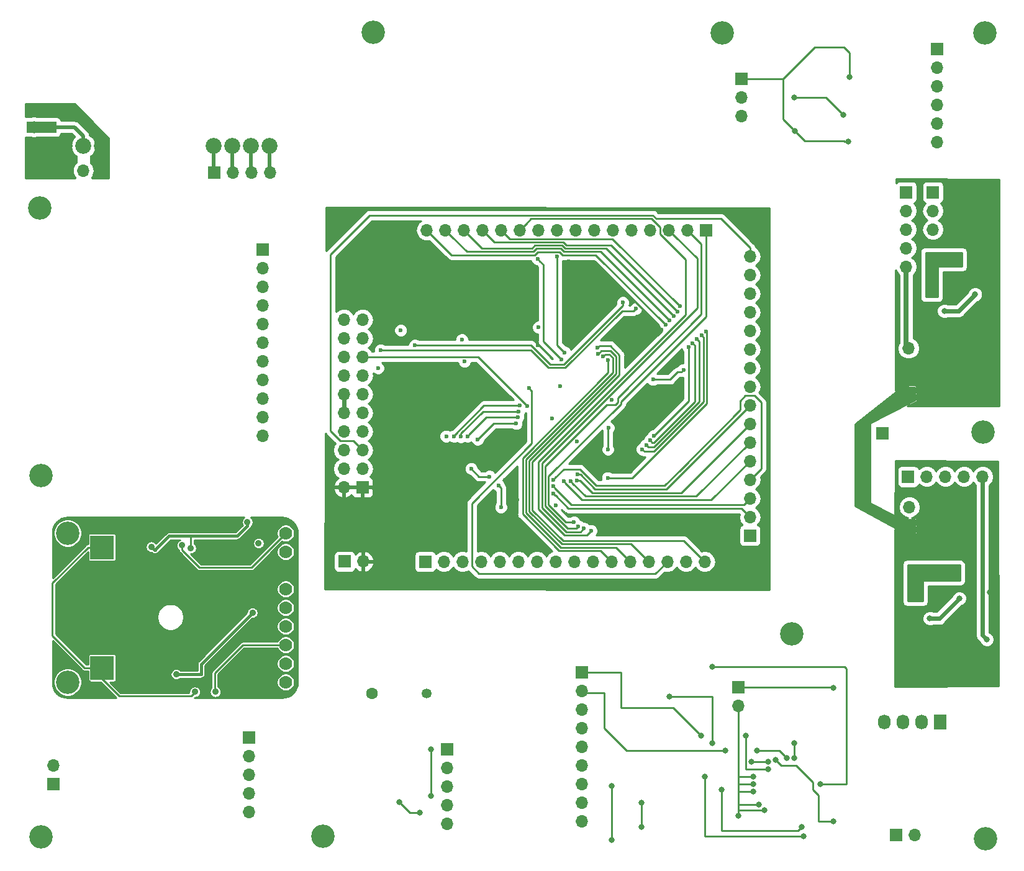
<source format=gbr>
G04 #@! TF.GenerationSoftware,KiCad,Pcbnew,5.0.1-33cea8e~68~ubuntu16.04.1*
G04 #@! TF.CreationDate,2018-10-29T00:17:57-07:00*
G04 #@! TF.ProjectId,integrated-board-design-1,696E74656772617465642D626F617264,rev?*
G04 #@! TF.SameCoordinates,Original*
G04 #@! TF.FileFunction,Copper,L2,Bot,Signal*
G04 #@! TF.FilePolarity,Positive*
%FSLAX46Y46*%
G04 Gerber Fmt 4.6, Leading zero omitted, Abs format (unit mm)*
G04 Created by KiCad (PCBNEW 5.0.1-33cea8e~68~ubuntu16.04.1) date Mon 29 Oct 2018 12:17:57 AM PDT*
%MOMM*%
%LPD*%
G01*
G04 APERTURE LIST*
G04 #@! TA.AperFunction,ComponentPad*
%ADD10C,2.184400*%
G04 #@! TD*
G04 #@! TA.AperFunction,ComponentPad*
%ADD11R,1.730000X2.030000*%
G04 #@! TD*
G04 #@! TA.AperFunction,ComponentPad*
%ADD12O,1.730000X2.030000*%
G04 #@! TD*
G04 #@! TA.AperFunction,ComponentPad*
%ADD13C,3.200000*%
G04 #@! TD*
G04 #@! TA.AperFunction,ComponentPad*
%ADD14R,1.700000X1.700000*%
G04 #@! TD*
G04 #@! TA.AperFunction,ComponentPad*
%ADD15O,1.700000X1.700000*%
G04 #@! TD*
G04 #@! TA.AperFunction,WasherPad*
%ADD16C,1.350000*%
G04 #@! TD*
G04 #@! TA.AperFunction,WasherPad*
%ADD17C,1.600000*%
G04 #@! TD*
G04 #@! TA.AperFunction,SMDPad,CuDef*
%ADD18R,4.064000X1.524000*%
G04 #@! TD*
G04 #@! TA.AperFunction,SMDPad,CuDef*
%ADD19R,3.200000X3.200000*%
G04 #@! TD*
G04 #@! TA.AperFunction,Conductor*
%ADD20C,0.100000*%
G04 #@! TD*
G04 #@! TA.AperFunction,SMDPad,CuDef*
%ADD21C,6.350000*%
G04 #@! TD*
G04 #@! TA.AperFunction,ComponentPad*
%ADD22C,1.778000*%
G04 #@! TD*
G04 #@! TA.AperFunction,ViaPad*
%ADD23C,0.600000*%
G04 #@! TD*
G04 #@! TA.AperFunction,ViaPad*
%ADD24C,0.800000*%
G04 #@! TD*
G04 #@! TA.AperFunction,ViaPad*
%ADD25C,0.906400*%
G04 #@! TD*
G04 #@! TA.AperFunction,ViaPad*
%ADD26C,1.676400*%
G04 #@! TD*
G04 #@! TA.AperFunction,Conductor*
%ADD27C,0.250000*%
G04 #@! TD*
G04 #@! TA.AperFunction,Conductor*
%ADD28C,0.406400*%
G04 #@! TD*
G04 #@! TA.AperFunction,Conductor*
%ADD29C,0.508000*%
G04 #@! TD*
G04 #@! TA.AperFunction,Conductor*
%ADD30C,0.600000*%
G04 #@! TD*
G04 #@! TA.AperFunction,Conductor*
%ADD31C,0.700000*%
G04 #@! TD*
G04 #@! TA.AperFunction,Conductor*
%ADD32C,0.254000*%
G04 #@! TD*
G04 #@! TA.AperFunction,Conductor*
%ADD33C,0.406000*%
G04 #@! TD*
G04 APERTURE END LIST*
D10*
G04 #@! TO.P,U$2,RFGND2*
G04 #@! TO.N,GND*
X64143410Y-45694861D03*
G04 #@! TO.P,U$2,0V*
X89543410Y-45694861D03*
G04 #@! TO.P,U$2,VCC*
G04 #@! TO.N,VCC*
X87003410Y-45694861D03*
G04 #@! TO.P,U$2,EN*
G04 #@! TO.N,/D4*
X84463410Y-45694861D03*
G04 #@! TO.P,U$2,TXD*
G04 #@! TO.N,/D3*
X92083410Y-45694861D03*
G04 #@! TO.P,U$2,GND*
G04 #@! TO.N,GND*
X69223410Y-45694861D03*
G04 #@! TO.P,U$2,RFOUT*
G04 #@! TO.N,PB4*
X66683410Y-45694861D03*
G04 #@! TD*
D11*
G04 #@! TO.P,,1*
G04 #@! TO.N,/CSB*
X183479203Y-124248068D03*
D12*
G04 #@! TO.P,,2*
G04 #@! TO.N,/SDO*
X180939203Y-124248068D03*
G04 #@! TO.P,,3*
G04 #@! TO.N,/SDI*
X178399203Y-124248068D03*
G04 #@! TO.P,,4*
G04 #@! TO.N,/SCLK*
X175859203Y-124248068D03*
G04 #@! TD*
D13*
G04 #@! TO.P,U$8,P$1*
G04 #@! TO.N,N/C*
X60875000Y-139950000D03*
G04 #@! TD*
G04 #@! TO.P,U$8,P$1*
G04 #@! TO.N,N/C*
X60900000Y-90650000D03*
G04 #@! TD*
G04 #@! TO.P,U$8,P$1*
G04 #@! TO.N,N/C*
X153775000Y-30275000D03*
G04 #@! TD*
G04 #@! TO.P,U$8,P$1*
G04 #@! TO.N,N/C*
X106175000Y-30200000D03*
G04 #@! TD*
G04 #@! TO.P,U$8,P$1*
G04 #@! TO.N,N/C*
X99350000Y-139800000D03*
G04 #@! TD*
G04 #@! TO.P,U$8,P$1*
G04 #@! TO.N,N/C*
X189350000Y-84750000D03*
G04 #@! TD*
G04 #@! TO.P,U$9,P$1*
G04 #@! TO.N,N/C*
X163250000Y-112200000D03*
G04 #@! TD*
G04 #@! TO.P,U$9,P$1*
G04 #@! TO.N,N/C*
X60750000Y-54175000D03*
G04 #@! TD*
G04 #@! TO.P,U$9,P$1*
G04 #@! TO.N,N/C*
X189625000Y-30275000D03*
G04 #@! TD*
G04 #@! TO.P,U$8,P$1*
G04 #@! TO.N,N/C*
X189675000Y-140150000D03*
G04 #@! TD*
D14*
G04 #@! TO.P,J9,1*
G04 #@! TO.N,Net-(J2-Pad1)*
X91146480Y-59844400D03*
D15*
G04 #@! TO.P,J9,2*
G04 #@! TO.N,Net-(J2-Pad2)*
X91146480Y-62384400D03*
G04 #@! TO.P,J9,3*
G04 #@! TO.N,Net-(J2-Pad3)*
X91146480Y-64924400D03*
G04 #@! TO.P,J9,4*
G04 #@! TO.N,Net-(J2-Pad4)*
X91146480Y-67464400D03*
G04 #@! TO.P,J9,5*
G04 #@! TO.N,Net-(J2-Pad5)*
X91146480Y-70004400D03*
G04 #@! TO.P,J9,6*
G04 #@! TO.N,Net-(J2-Pad6)*
X91146480Y-72544400D03*
G04 #@! TO.P,J9,7*
G04 #@! TO.N,Net-(J2-Pad7)*
X91146480Y-75084400D03*
G04 #@! TO.P,J9,8*
G04 #@! TO.N,Net-(J2-Pad8)*
X91146480Y-77624400D03*
G04 #@! TO.P,J9,9*
G04 #@! TO.N,Net-(J2-Pad10)*
X91146480Y-80164400D03*
G04 #@! TO.P,J9,10*
G04 #@! TO.N,Net-(J2-Pad9)*
X91146480Y-82704400D03*
G04 #@! TO.P,J9,11*
G04 #@! TO.N,Net-(J2-Pad11)*
X91146480Y-85244400D03*
G04 #@! TD*
D14*
G04 #@! TO.P,J10,1*
G04 #@! TO.N,Net-(C16-Pad2)*
X179297020Y-97477940D03*
D15*
G04 #@! TO.P,J10,2*
G04 #@! TO.N,Net-(C21-Pad1)*
X179297020Y-94937940D03*
G04 #@! TD*
D14*
G04 #@! TO.P,J7,1*
G04 #@! TO.N,Net-(C16-Pad1)*
X175600000Y-84875000D03*
D15*
G04 #@! TO.P,J7,2*
G04 #@! TO.N,Net-(C16-Pad2)*
X173060000Y-84875000D03*
G04 #@! TD*
D14*
G04 #@! TO.P,J8,1*
G04 #@! TO.N,Net-(C16-Pad2)*
X179175000Y-75825000D03*
D15*
G04 #@! TO.P,J8,2*
G04 #@! TO.N,Net-(C18-Pad1)*
X179175000Y-73285000D03*
G04 #@! TD*
D14*
G04 #@! TO.P,J13,1*
G04 #@! TO.N,Net-(C16-Pad2)*
X179175000Y-79475000D03*
D15*
G04 #@! TO.P,J13,2*
X181715000Y-79475000D03*
G04 #@! TO.P,J13,3*
X184255000Y-79475000D03*
G04 #@! TO.P,J13,4*
X186795000Y-79475000D03*
G04 #@! TD*
D14*
G04 #@! TO.P,J14,1*
G04 #@! TO.N,Net-(C21-Pad1)*
X179124300Y-90802820D03*
D15*
G04 #@! TO.P,J14,2*
X181664300Y-90802820D03*
G04 #@! TO.P,J14,3*
X184204300Y-90802820D03*
G04 #@! TO.P,J14,4*
X186744300Y-90802820D03*
G04 #@! TO.P,J14,5*
X189284300Y-90802820D03*
G04 #@! TD*
D14*
G04 #@! TO.P,J12,1*
G04 #@! TO.N,Net-(C16-Pad2)*
X179050640Y-111282840D03*
D15*
G04 #@! TO.P,J12,2*
X179050640Y-113822840D03*
G04 #@! TO.P,J12,3*
X179050640Y-116362840D03*
G04 #@! TD*
D14*
G04 #@! TO.P,,1*
G04 #@! TO.N,+3V3*
X177519203Y-139648068D03*
D15*
G04 #@! TO.P,,2*
G04 #@! TO.N,GND*
X180059203Y-139648068D03*
G04 #@! TD*
G04 #@! TO.P,JP2,5*
G04 #@! TO.N,GND*
X116300080Y-138129560D03*
G04 #@! TO.P,JP2,4*
G04 #@! TO.N,VCC*
X116300080Y-135589560D03*
G04 #@! TO.P,JP2,3*
G04 #@! TO.N,/SDA*
X116300080Y-133049560D03*
G04 #@! TO.P,JP2,2*
G04 #@! TO.N,/SCL*
X116300080Y-130509560D03*
D14*
G04 #@! TO.P,JP2,1*
G04 #@! TO.N,/SQW*
X116300080Y-127969560D03*
G04 #@! TD*
D16*
G04 #@! TO.P,B1,*
G04 #@! TO.N,*
X113450080Y-120349560D03*
D17*
X106000080Y-120349560D03*
G04 #@! TD*
D14*
G04 #@! TO.P,J2,1*
G04 #@! TO.N,Net-(C1-Pad2)*
X155983300Y-119549160D03*
D15*
G04 #@! TO.P,J2,2*
G04 #@! TO.N,Net-(C1-Pad1)*
X155983300Y-122089160D03*
G04 #@! TD*
D14*
G04 #@! TO.P,J1,1*
G04 #@! TO.N,Net-(J1-Pad1)*
X134648301Y-117514161D03*
D15*
G04 #@! TO.P,J1,2*
G04 #@! TO.N,Net-(J1-Pad2)*
X134648301Y-120054161D03*
G04 #@! TO.P,J1,3*
G04 #@! TO.N,Net-(D2-Pad1)*
X134648301Y-122594161D03*
G04 #@! TO.P,J1,4*
G04 #@! TO.N,Net-(D1-Pad1)*
X134648301Y-125134161D03*
G04 #@! TO.P,J1,5*
G04 #@! TO.N,Net-(J1-Pad5)*
X134648301Y-127674161D03*
G04 #@! TO.P,J1,6*
G04 #@! TO.N,Net-(J1-Pad6)*
X134648301Y-130214161D03*
G04 #@! TO.P,J1,7*
G04 #@! TO.N,Net-(J1-Pad7)*
X134648301Y-132754161D03*
G04 #@! TO.P,J1,8*
G04 #@! TO.N,Net-(J1-Pad8)*
X134648301Y-135294161D03*
G04 #@! TO.P,J1,9*
G04 #@! TO.N,Net-(J1-Pad9)*
X134648301Y-137834161D03*
G04 #@! TD*
D14*
G04 #@! TO.P,J1,1*
G04 #@! TO.N,GND*
X156441000Y-36518000D03*
D15*
G04 #@! TO.P,J1,2*
G04 #@! TO.N,VDD*
X156441000Y-39058000D03*
G04 #@! TO.P,J1,3*
G04 #@! TO.N,VDDIO*
X156441000Y-41598000D03*
G04 #@! TD*
D14*
G04 #@! TO.P,J2,1*
G04 #@! TO.N,INT*
X183111000Y-32454000D03*
D15*
G04 #@! TO.P,J2,2*
G04 #@! TO.N,FSYNC*
X183111000Y-34994000D03*
G04 #@! TO.P,J2,3*
G04 #@! TO.N,nCS*
X183111000Y-37534000D03*
G04 #@! TO.P,J2,4*
G04 #@! TO.N,SCL*
X183111000Y-40074000D03*
G04 #@! TO.P,J2,5*
G04 #@! TO.N,SDA*
X183111000Y-42614000D03*
G04 #@! TO.P,J2,6*
G04 #@! TO.N,AD0*
X183111000Y-45154000D03*
G04 #@! TD*
D18*
G04 #@! TO.P,J$1,GND@1*
G04 #@! TO.N,GND*
X60968410Y-40589461D03*
G04 #@! TO.P,J$1,SIG*
G04 #@! TO.N,PB4*
X60968410Y-43129461D03*
G04 #@! TO.P,J$1,GND@0*
G04 #@! TO.N,GND*
X60968410Y-45669461D03*
G04 #@! TD*
D14*
G04 #@! TO.P,REF\002A\002A,1*
G04 #@! TO.N,GND*
X64125000Y-49050000D03*
D15*
G04 #@! TO.P,REF\002A\002A,2*
G04 #@! TO.N,PB4*
X66665000Y-49050000D03*
G04 #@! TO.P,REF\002A\002A,3*
G04 #@! TO.N,GND*
X69205000Y-49050000D03*
G04 #@! TD*
D14*
G04 #@! TO.P,REF\002A\002A,1*
G04 #@! TO.N,/D4*
X84500000Y-49350000D03*
D15*
G04 #@! TO.P,REF\002A\002A,2*
G04 #@! TO.N,VCC*
X87040000Y-49350000D03*
G04 #@! TO.P,REF\002A\002A,3*
G04 #@! TO.N,GND*
X89580000Y-49350000D03*
G04 #@! TO.P,REF\002A\002A,4*
G04 #@! TO.N,/D3*
X92120000Y-49350000D03*
G04 #@! TD*
G04 #@! TO.P,J20,3*
G04 #@! TO.N,Net-(C18-Pad1)*
X182500000Y-57080000D03*
G04 #@! TO.P,J20,2*
X182500000Y-54540000D03*
D14*
G04 #@! TO.P,J20,1*
X182500000Y-52000000D03*
G04 #@! TD*
D15*
G04 #@! TO.P,J21,5*
G04 #@! TO.N,Net-(C18-Pad1)*
X178850000Y-62160000D03*
G04 #@! TO.P,J21,4*
X178850000Y-59620000D03*
G04 #@! TO.P,J21,3*
X178850000Y-57080000D03*
G04 #@! TO.P,J21,2*
X178850000Y-54540000D03*
D14*
G04 #@! TO.P,J21,1*
X178850000Y-52000000D03*
G04 #@! TD*
D13*
G04 #@! TO.P,U$8,P$1*
G04 #@! TO.N,N/C*
X64527015Y-118816309D03*
G04 #@! TD*
G04 #@! TO.P,U$9,P$1*
G04 #@! TO.N,N/C*
X64527015Y-98496309D03*
G04 #@! TD*
D19*
G04 #@! TO.P,B1,+$2*
G04 #@! TO.N,Net-(B1-Pad+$1)*
X69226015Y-116881709D03*
G04 #@! TO.P,B1,+$1*
X69226015Y-100430909D03*
D20*
G04 #@! TD*
G04 #@! TO.N,GND*
G04 #@! TO.C,B1*
G36*
X69537220Y-105496596D02*
X69845428Y-105542315D01*
X70147670Y-105618022D01*
X70441036Y-105722990D01*
X70722701Y-105856208D01*
X70989951Y-106016392D01*
X71240215Y-106202000D01*
X71471080Y-106411244D01*
X71680324Y-106642109D01*
X71865932Y-106892373D01*
X72026116Y-107159623D01*
X72159334Y-107441288D01*
X72264302Y-107734654D01*
X72340009Y-108036896D01*
X72385728Y-108345104D01*
X72401016Y-108656308D01*
X72401016Y-108656310D01*
X72385728Y-108967514D01*
X72340009Y-109275722D01*
X72264302Y-109577964D01*
X72159334Y-109871330D01*
X72026116Y-110152995D01*
X71865932Y-110420245D01*
X71680324Y-110670509D01*
X71471080Y-110901374D01*
X71240215Y-111110618D01*
X70989951Y-111296226D01*
X70722701Y-111456410D01*
X70441036Y-111589628D01*
X70147670Y-111694596D01*
X69845428Y-111770303D01*
X69537220Y-111816022D01*
X69226016Y-111831310D01*
X69226014Y-111831310D01*
X68914810Y-111816022D01*
X68606602Y-111770303D01*
X68304360Y-111694596D01*
X68010994Y-111589628D01*
X67729329Y-111456410D01*
X67462079Y-111296226D01*
X67211815Y-111110618D01*
X66980950Y-110901374D01*
X66771706Y-110670509D01*
X66586098Y-110420245D01*
X66425914Y-110152995D01*
X66292696Y-109871330D01*
X66187728Y-109577964D01*
X66112021Y-109275722D01*
X66066302Y-108967514D01*
X66051014Y-108656310D01*
X66051014Y-108656308D01*
X66066302Y-108345104D01*
X66112021Y-108036896D01*
X66187728Y-107734654D01*
X66292696Y-107441288D01*
X66425914Y-107159623D01*
X66586098Y-106892373D01*
X66771706Y-106642109D01*
X66980950Y-106411244D01*
X67211815Y-106202000D01*
X67462079Y-106016392D01*
X67729329Y-105856208D01*
X68010994Y-105722990D01*
X68304360Y-105618022D01*
X68606602Y-105542315D01*
X68914810Y-105496596D01*
X69226014Y-105481308D01*
X69226016Y-105481308D01*
X69537220Y-105496596D01*
X69537220Y-105496596D01*
G37*
D21*
G04 #@! TO.P,B1,-*
G04 #@! TO.N,GND*
X69226015Y-108656309D03*
G04 #@! TD*
D22*
G04 #@! TO.P,JP1,9*
G04 #@! TO.N,3.3V*
X94245015Y-118816309D03*
G04 #@! TO.P,JP1,8*
G04 #@! TO.N,/ENABLE*
X94245015Y-116276309D03*
G04 #@! TO.P,JP1,7*
G04 #@! TO.N,/VBACKUP*
X94245015Y-113736309D03*
G04 #@! TO.P,JP1,6*
G04 #@! TO.N,/FIX*
X94245015Y-111196309D03*
G04 #@! TO.P,JP1,5*
G04 #@! TO.N,/TX*
X94245015Y-108656309D03*
G04 #@! TO.P,JP1,4*
G04 #@! TO.N,/RX*
X94245015Y-106116309D03*
G04 #@! TO.P,JP1,3*
G04 #@! TO.N,GND*
X94245015Y-103576309D03*
G04 #@! TO.P,JP1,2*
G04 #@! TO.N,VIN*
X94245015Y-101036309D03*
G04 #@! TO.P,JP1,1*
G04 #@! TO.N,/1PPS*
X94245015Y-98496309D03*
G04 #@! TD*
D14*
G04 #@! TO.P,J1,1*
G04 #@! TO.N,Net-(J1-Pad1)*
X62600000Y-132705000D03*
D15*
G04 #@! TO.P,J1,2*
G04 #@! TO.N,Net-(J1-Pad2)*
X62600000Y-130165000D03*
G04 #@! TD*
D14*
G04 #@! TO.P,J2,1*
G04 #@! TO.N,+3V3*
X89270000Y-126355000D03*
D15*
G04 #@! TO.P,J2,2*
G04 #@! TO.N,Net-(C2-Pad2)*
X89270000Y-128895000D03*
G04 #@! TO.P,J2,3*
G04 #@! TO.N,Net-(J2-Pad3)*
X89270000Y-131435000D03*
G04 #@! TO.P,J2,4*
G04 #@! TO.N,Net-(J2-Pad4)*
X89270000Y-133975000D03*
G04 #@! TO.P,J2,5*
G04 #@! TO.N,Net-(J2-Pad5)*
X89270000Y-136515000D03*
G04 #@! TD*
D14*
G04 #@! TO.P,J1,1*
G04 #@! TO.N,+3V3*
X104733120Y-92248520D03*
D15*
G04 #@! TO.P,J1,2*
X102193120Y-92248520D03*
G04 #@! TO.P,J1,3*
G04 #@! TO.N,PB4*
X104733120Y-89708520D03*
G04 #@! TO.P,J1,4*
G04 #@! TO.N,GND*
X102193120Y-89708520D03*
G04 #@! TO.P,J1,5*
G04 #@! TO.N,PA15*
X104733120Y-87168520D03*
G04 #@! TO.P,J1,6*
G04 #@! TO.N,GND*
X102193120Y-87168520D03*
G04 #@! TO.P,J1,7*
G04 #@! TO.N,PA13*
X104733120Y-84628520D03*
G04 #@! TO.P,J1,8*
G04 #@! TO.N,GND*
X102193120Y-84628520D03*
G04 #@! TO.P,J1,9*
G04 #@! TO.N,PA14*
X104733120Y-82088520D03*
G04 #@! TO.P,J1,10*
G04 #@! TO.N,GND*
X102193120Y-82088520D03*
G04 #@! TO.P,J1,11*
G04 #@! TO.N,Net-(10k1-Pad2)*
X104733120Y-79548520D03*
G04 #@! TO.P,J1,12*
G04 #@! TO.N,GND*
X102193120Y-79548520D03*
G04 #@! TO.P,J1,13*
G04 #@! TO.N,PB3*
X104733120Y-77008520D03*
G04 #@! TO.P,J1,14*
G04 #@! TO.N,GND*
X102193120Y-77008520D03*
G04 #@! TO.P,J1,15*
G04 #@! TO.N,RST*
X104733120Y-74468520D03*
G04 #@! TO.P,J1,16*
G04 #@! TO.N,GND*
X102193120Y-74468520D03*
G04 #@! TO.P,J1,17*
G04 #@! TO.N,Net-(10k3-Pad2)*
X104733120Y-71928520D03*
G04 #@! TO.P,J1,18*
G04 #@! TO.N,GND*
X102193120Y-71928520D03*
G04 #@! TO.P,J1,19*
G04 #@! TO.N,Net-(10k2-Pad2)*
X104733120Y-69388520D03*
G04 #@! TO.P,J1,20*
G04 #@! TO.N,GND*
X102193120Y-69388520D03*
G04 #@! TD*
D14*
G04 #@! TO.P,J3,1*
G04 #@! TO.N,PA0*
X157560040Y-98837280D03*
D15*
G04 #@! TO.P,J3,2*
G04 #@! TO.N,PA1*
X157560040Y-96297280D03*
G04 #@! TO.P,J3,3*
G04 #@! TO.N,PA2*
X157560040Y-93757280D03*
G04 #@! TO.P,J3,4*
G04 #@! TO.N,PA3*
X157560040Y-91217280D03*
G04 #@! TO.P,J3,5*
G04 #@! TO.N,PA4*
X157560040Y-88677280D03*
G04 #@! TO.P,J3,6*
G04 #@! TO.N,PA5*
X157560040Y-86137280D03*
G04 #@! TO.P,J3,7*
G04 #@! TO.N,PA6*
X157560040Y-83597280D03*
G04 #@! TO.P,J3,8*
G04 #@! TO.N,PA7*
X157560040Y-81057280D03*
G04 #@! TO.P,J3,9*
G04 #@! TO.N,PA8*
X157560040Y-78517280D03*
G04 #@! TO.P,J3,10*
G04 #@! TO.N,PA9*
X157560040Y-75977280D03*
G04 #@! TO.P,J3,11*
G04 #@! TO.N,PA10*
X157560040Y-73437280D03*
G04 #@! TO.P,J3,12*
G04 #@! TO.N,PA11*
X157560040Y-70897280D03*
G04 #@! TO.P,J3,13*
G04 #@! TO.N,PA12*
X157560040Y-68357280D03*
G04 #@! TO.P,J3,14*
G04 #@! TO.N,PA13*
X157560040Y-65817280D03*
G04 #@! TO.P,J3,15*
G04 #@! TO.N,PA14*
X157560040Y-63277280D03*
G04 #@! TO.P,J3,16*
G04 #@! TO.N,PA15*
X157560040Y-60737280D03*
G04 #@! TD*
D14*
G04 #@! TO.P,J4,1*
G04 #@! TO.N,PB0*
X151575800Y-57166040D03*
D15*
G04 #@! TO.P,J4,2*
G04 #@! TO.N,PB1*
X149035800Y-57166040D03*
G04 #@! TO.P,J4,3*
G04 #@! TO.N,PB2*
X146495800Y-57166040D03*
G04 #@! TO.P,J4,4*
G04 #@! TO.N,PB3*
X143955800Y-57166040D03*
G04 #@! TO.P,J4,5*
G04 #@! TO.N,PB4*
X141415800Y-57166040D03*
G04 #@! TO.P,J4,6*
G04 #@! TO.N,PB5*
X138875800Y-57166040D03*
G04 #@! TO.P,J4,7*
G04 #@! TO.N,PB6*
X136335800Y-57166040D03*
G04 #@! TO.P,J4,8*
G04 #@! TO.N,PB7*
X133795800Y-57166040D03*
G04 #@! TO.P,J4,9*
G04 #@! TO.N,PB8*
X131255800Y-57166040D03*
G04 #@! TO.P,J4,10*
G04 #@! TO.N,PB9*
X128715800Y-57166040D03*
G04 #@! TO.P,J4,11*
G04 #@! TO.N,PB10*
X126175800Y-57166040D03*
G04 #@! TO.P,J4,12*
G04 #@! TO.N,PB11*
X123635800Y-57166040D03*
G04 #@! TO.P,J4,13*
G04 #@! TO.N,PB12*
X121095800Y-57166040D03*
G04 #@! TO.P,J4,14*
G04 #@! TO.N,PB13*
X118555800Y-57166040D03*
G04 #@! TO.P,J4,15*
G04 #@! TO.N,PB14*
X116015800Y-57166040D03*
G04 #@! TO.P,J4,16*
G04 #@! TO.N,PB15*
X113475800Y-57166040D03*
G04 #@! TD*
D14*
G04 #@! TO.P,J5,1*
G04 #@! TO.N,PC0*
X113282760Y-102388200D03*
D15*
G04 #@! TO.P,J5,2*
G04 #@! TO.N,PC1*
X115822760Y-102388200D03*
G04 #@! TO.P,J5,3*
G04 #@! TO.N,PC2*
X118362760Y-102388200D03*
G04 #@! TO.P,J5,4*
G04 #@! TO.N,PC3*
X120902760Y-102388200D03*
G04 #@! TO.P,J5,5*
G04 #@! TO.N,PC4*
X123442760Y-102388200D03*
G04 #@! TO.P,J5,6*
G04 #@! TO.N,PC5*
X125982760Y-102388200D03*
G04 #@! TO.P,J5,7*
G04 #@! TO.N,PC6*
X128522760Y-102388200D03*
G04 #@! TO.P,J5,8*
G04 #@! TO.N,PC7*
X131062760Y-102388200D03*
G04 #@! TO.P,J5,9*
G04 #@! TO.N,PC8*
X133602760Y-102388200D03*
G04 #@! TO.P,J5,10*
G04 #@! TO.N,PC9*
X136142760Y-102388200D03*
G04 #@! TO.P,J5,11*
G04 #@! TO.N,PC10*
X138682760Y-102388200D03*
G04 #@! TO.P,J5,12*
G04 #@! TO.N,PC11*
X141222760Y-102388200D03*
G04 #@! TO.P,J5,13*
G04 #@! TO.N,PC12*
X143762760Y-102388200D03*
G04 #@! TO.P,J5,14*
G04 #@! TO.N,PC13*
X146302760Y-102388200D03*
G04 #@! TO.P,J5,15*
G04 #@! TO.N,Net-(J5-Pad15)*
X148842760Y-102388200D03*
G04 #@! TO.P,J5,16*
G04 #@! TO.N,PD2*
X151382760Y-102388200D03*
G04 #@! TD*
D14*
G04 #@! TO.P,J6,1*
G04 #@! TO.N,GND*
X102294720Y-102372960D03*
D15*
G04 #@! TO.P,J6,2*
G04 #@! TO.N,+3V3*
X104834720Y-102372960D03*
G04 #@! TD*
D23*
G04 #@! TO.N,*
X109950000Y-70825000D03*
X106850000Y-76000000D03*
D24*
G04 #@! TO.N,GND*
X171173000Y-36264000D03*
X163650000Y-43650000D03*
X171000000Y-45075000D03*
D25*
X83450015Y-96972309D03*
X82728415Y-100357409D03*
X89038015Y-115768309D03*
X91528415Y-120157409D03*
X80656015Y-119197309D03*
X88728415Y-120357409D03*
X67328415Y-120357409D03*
X68728415Y-120557409D03*
X78728415Y-100357409D03*
X75928415Y-97357409D03*
X89928415Y-120157409D03*
X79128415Y-97557409D03*
X74128415Y-98157409D03*
X67328415Y-118957409D03*
X68928415Y-97757409D03*
X92928415Y-120157409D03*
X81328415Y-97557409D03*
X75128415Y-99157409D03*
X67829015Y-104973309D03*
X69099015Y-103893809D03*
X65289015Y-103830309D03*
X68845015Y-114498309D03*
X66432015Y-112085309D03*
X67067015Y-114371309D03*
X65162015Y-106878309D03*
X64273015Y-109735809D03*
X66305015Y-104973309D03*
X66940015Y-99639309D03*
X71639015Y-100909309D03*
X77728415Y-97757409D03*
X71928415Y-97957409D03*
X87528415Y-120357409D03*
D26*
X59927010Y-45669461D03*
D23*
X123600000Y-94950000D03*
X123275000Y-92000000D03*
X122050000Y-90775000D03*
X118286560Y-72116480D03*
X148498840Y-76222632D03*
X138743475Y-80327029D03*
X131093250Y-94726191D03*
X130541252Y-82856771D03*
X118647240Y-75093520D03*
X116142800Y-85278760D03*
X131667280Y-78430920D03*
X128725960Y-70435000D03*
X138195080Y-87072000D03*
X144350000Y-77550000D03*
X133925000Y-86000000D03*
X138275000Y-84125000D03*
X119550000Y-89700000D03*
G04 #@! TO.N,+3V3*
X128597479Y-72894904D03*
X140461577Y-88396190D03*
X125860840Y-93940160D03*
X146196080Y-76322720D03*
X122347840Y-89045400D03*
X145450000Y-70725000D03*
X132875000Y-61400000D03*
X127450000Y-63125000D03*
X143875000Y-78978600D03*
X124550000Y-91300000D03*
G04 #@! TO.N,RST*
X127161320Y-81133480D03*
D26*
G04 #@! TO.N,PB4*
X59927010Y-43129461D03*
D23*
X111886513Y-72880998D03*
X140232160Y-67016160D03*
G04 #@! TO.N,PB3*
X107209759Y-73505999D03*
X142000000Y-67895000D03*
G04 #@! TO.N,PA1*
X130734222Y-93068816D03*
G04 #@! TO.N,PA2*
X130729747Y-92097772D03*
G04 #@! TO.N,PA3*
X130717687Y-91233520D03*
G04 #@! TO.N,PA4*
X132145217Y-91449555D03*
G04 #@! TO.N,PA5*
X133109823Y-91428433D03*
G04 #@! TO.N,PA6*
X133989939Y-91301420D03*
G04 #@! TO.N,PA7*
X134006876Y-90482350D03*
G04 #@! TO.N,PB0*
X133566658Y-97036271D03*
G04 #@! TO.N,PB1*
X134170125Y-97561481D03*
G04 #@! TO.N,PB2*
X134917375Y-97847201D03*
G04 #@! TO.N,PB8*
X132287040Y-73843680D03*
X131276120Y-60774990D03*
G04 #@! TO.N,PB9*
X131840000Y-74839360D03*
X128592913Y-61098189D03*
G04 #@! TO.N,PB10*
X135873377Y-98166757D03*
G04 #@! TO.N,PB12*
X150941806Y-71526717D03*
X147664948Y-68294783D03*
X142882875Y-87053113D03*
G04 #@! TO.N,PB13*
X147139950Y-68898422D03*
X150323423Y-72034282D03*
X143428136Y-86467712D03*
G04 #@! TO.N,PB14*
X146597389Y-69486325D03*
X149748574Y-72590670D03*
X143931912Y-85846252D03*
G04 #@! TO.N,PB15*
X146062446Y-70081168D03*
X149183718Y-73157199D03*
X144433320Y-85222880D03*
G04 #@! TO.N,PC0*
X117174040Y-85319400D03*
X126180880Y-81113160D03*
G04 #@! TO.N,PC1*
X118144320Y-85354960D03*
X126040517Y-81900752D03*
G04 #@! TO.N,PC2*
X125913788Y-82690652D03*
X119048194Y-85277403D03*
G04 #@! TO.N,PC3*
X125688120Y-83551560D03*
X120431591Y-85729208D03*
G04 #@! TO.N,PC10*
X138192010Y-74866747D03*
G04 #@! TO.N,PC11*
X137540942Y-74401850D03*
G04 #@! TO.N,PC12*
X136825635Y-74043583D03*
G04 #@! TO.N,PC13*
X127438649Y-78729098D03*
G04 #@! TO.N,PD2*
X136794492Y-73244177D03*
G04 #@! TO.N,PB11*
X148009640Y-67549560D03*
X151544914Y-71001109D03*
X138169680Y-90963280D03*
D24*
G04 #@! TO.N,Net-(C16-Pad1)*
X186106760Y-107399180D03*
X188250000Y-65950000D03*
X184050000Y-68200000D03*
X182075780Y-110129680D03*
G04 #@! TO.N,Net-(C16-Pad2)*
X190249500Y-106535580D03*
X190346020Y-116672720D03*
X184582760Y-93685720D03*
X185500000Y-52775000D03*
X190775000Y-78200000D03*
X190750000Y-65600000D03*
X182200000Y-59225000D03*
X180600000Y-100800000D03*
G04 #@! TO.N,Net-(C17-Pad1)*
X182875000Y-65950000D03*
X181850000Y-65950000D03*
X186025000Y-61700000D03*
X184875000Y-61700000D03*
X184875000Y-60650000D03*
X185975000Y-60675000D03*
G04 #@! TO.N,Net-(C20-Pad1)*
X180666080Y-107427120D03*
X179575000Y-107425000D03*
X185750000Y-104550000D03*
X185750000Y-103250000D03*
X184400000Y-103250000D03*
X184400000Y-104550000D03*
G04 #@! TO.N,Net-(C21-Pad1)*
X189850000Y-113000000D03*
G04 #@! TO.N,Net-(C1-Pad1)*
X114080080Y-128019560D03*
X114080080Y-134369560D03*
X158777300Y-135551160D03*
X158015300Y-133773160D03*
X158015300Y-132757160D03*
X158015300Y-131741160D03*
X155983300Y-137075160D03*
X159539286Y-136313160D03*
G04 #@! TO.N,VCC*
X109780080Y-135184570D03*
X112530080Y-136619560D03*
G04 #@! TO.N,Net-(D1-Pad2)*
X152427300Y-116755160D03*
X167159300Y-132757160D03*
G04 #@! TO.N,Net-(D2-Pad2)*
X146585300Y-120819160D03*
X152427300Y-127169160D03*
X163603300Y-129201160D03*
X163603300Y-127169160D03*
G04 #@! TO.N,Net-(J1-Pad1)*
X150903300Y-126153160D03*
X160047300Y-130725160D03*
X156999300Y-126153160D03*
G04 #@! TO.N,Net-(J1-Pad2)*
X158523300Y-128185160D03*
X162587300Y-129201160D03*
X154205300Y-128185160D03*
G04 #@! TO.N,Net-(J1-Pad5)*
X164873300Y-139869160D03*
X151411300Y-131741160D03*
G04 #@! TO.N,Net-(J1-Pad6)*
X164619300Y-138599160D03*
X153697300Y-133519160D03*
G04 #@! TO.N,Net-(J1-Pad7)*
X138711300Y-133011160D03*
X138711300Y-140377160D03*
G04 #@! TO.N,Net-(J1-Pad8)*
X142775300Y-135297160D03*
X142775300Y-138599160D03*
G04 #@! TO.N,Net-(R2-Pad2)*
X168914300Y-137814160D03*
X161063300Y-129455160D03*
G04 #@! TO.N,Net-(R3-Pad2)*
X160047300Y-129709160D03*
X157761300Y-129709160D03*
G04 #@! TO.N,Net-(C1-Pad2)*
X168914300Y-119572160D03*
D25*
G04 #@! TO.N,3.3V*
X89038015Y-96972309D03*
X75928415Y-100357409D03*
X81328415Y-100557409D03*
G04 #@! TO.N,VIN*
X90562015Y-99893309D03*
G04 #@! TO.N,/1PPS*
X80128415Y-100157409D03*
G04 #@! TO.N,/FIX*
X89728415Y-109357409D03*
X79328415Y-117757409D03*
G04 #@! TO.N,/VBACKUP*
X84656515Y-120149809D03*
G04 #@! TO.N,Net-(B1-Pad+$1)*
X81862515Y-120149809D03*
D24*
G04 #@! TO.N,VDD*
X170275000Y-41425000D03*
X163575000Y-39050000D03*
G04 #@! TD*
D27*
G04 #@! TO.N,*
X109925000Y-70825000D02*
X109950000Y-70825000D01*
G04 #@! TO.N,GND*
X162057000Y-36518000D02*
X156441000Y-36518000D01*
X171173000Y-36264000D02*
X171173000Y-32962000D01*
X171173000Y-32962000D02*
X170411000Y-32200000D01*
X170411000Y-32200000D02*
X166375000Y-32200000D01*
X166375000Y-32200000D02*
X162057000Y-36518000D01*
X163650000Y-43650000D02*
X162075000Y-42075000D01*
X162075000Y-36536000D02*
X162057000Y-36518000D01*
X162075000Y-42075000D02*
X162075000Y-36536000D01*
X170434315Y-45075000D02*
X170409315Y-45050000D01*
X171000000Y-45075000D02*
X170434315Y-45075000D01*
X165050000Y-45050000D02*
X163650000Y-43650000D01*
X170409315Y-45050000D02*
X165050000Y-45050000D01*
D28*
X83450015Y-96972309D02*
X83450015Y-96845309D01*
X89038015Y-115768309D02*
X89292015Y-115768309D01*
D27*
X64143410Y-45694861D02*
X64143410Y-44881590D01*
D29*
X89543410Y-49313410D02*
X89580000Y-49350000D01*
X89543410Y-45694861D02*
X89543410Y-49313410D01*
D27*
X123600000Y-92325000D02*
X123275000Y-92000000D01*
X123600000Y-94950000D02*
X123600000Y-92325000D01*
X148198841Y-76522631D02*
X147702369Y-76522631D01*
X148498840Y-76222632D02*
X148198841Y-76522631D01*
X146675000Y-77550000D02*
X144350000Y-77550000D01*
X147702369Y-76522631D02*
X146675000Y-77550000D01*
X138195080Y-84204920D02*
X138275000Y-84125000D01*
X138195080Y-87072000D02*
X138195080Y-84204920D01*
X120625000Y-90775000D02*
X119550000Y-89700000D01*
X122050000Y-90775000D02*
X120625000Y-90775000D01*
D30*
X102193120Y-79548520D02*
X102193120Y-82088520D01*
D27*
G04 #@! TO.N,+3V3*
X145150001Y-70425001D02*
X145150001Y-70150001D01*
X145450000Y-70725000D02*
X145150001Y-70425001D01*
X136400000Y-61400000D02*
X132875000Y-61400000D01*
X145150001Y-70150001D02*
X136400000Y-61400000D01*
G04 #@! TO.N,RST*
X127161320Y-81133480D02*
X120496360Y-74468520D01*
X120496360Y-74468520D02*
X104733120Y-74468520D01*
D29*
G04 #@! TO.N,PB4*
X66683410Y-45694861D02*
X66683410Y-44374061D01*
X66683410Y-44374061D02*
X65438810Y-43129461D01*
X65438810Y-43129461D02*
X59901610Y-43129461D01*
D27*
X112310777Y-72880998D02*
X111886513Y-72880998D01*
X127699675Y-72880998D02*
X112310777Y-72880998D01*
X130283038Y-75464361D02*
X127699675Y-72880998D01*
X132208223Y-75464361D02*
X130283038Y-75464361D01*
X140232160Y-67440424D02*
X132208223Y-75464361D01*
X140232160Y-67016160D02*
X140232160Y-67440424D01*
G04 #@! TO.N,PA15*
X157560040Y-60737280D02*
X157560040Y-59535199D01*
X100318600Y-60529000D02*
X100354160Y-60564560D01*
X157560040Y-59535199D02*
X153626241Y-55601400D01*
X153626241Y-55601400D02*
X144766572Y-55601400D01*
X144321642Y-55156470D02*
X105691130Y-55156470D01*
X144766572Y-55601400D02*
X144321642Y-55156470D01*
X105691130Y-55156470D02*
X100318600Y-60529000D01*
X100354160Y-60564560D02*
X100354160Y-84528562D01*
X100354160Y-84528562D02*
X101709714Y-85884116D01*
X101709714Y-85884116D02*
X103448716Y-85884116D01*
X103448716Y-85884116D02*
X103883121Y-86318521D01*
X103883121Y-86318521D02*
X104733120Y-87168520D01*
G04 #@! TO.N,PB3*
X127893354Y-73711087D02*
X127688266Y-73505999D01*
X127688266Y-73505999D02*
X107209759Y-73505999D01*
X130096637Y-75914370D02*
X127893354Y-73711087D01*
X132394623Y-75914371D02*
X130096637Y-75914370D01*
X142000000Y-67895000D02*
X141700001Y-68194999D01*
X141700001Y-68194999D02*
X140113995Y-68194999D01*
X140113995Y-68194999D02*
X132394623Y-75914371D01*
G04 #@! TO.N,PA1*
X157560040Y-96297280D02*
X156365283Y-95102523D01*
X156365283Y-95102523D02*
X132784463Y-95102523D01*
X131034221Y-93368815D02*
X130734222Y-93068816D01*
X132784463Y-95102523D02*
X131050755Y-93368815D01*
X131050755Y-93368815D02*
X131034221Y-93368815D01*
G04 #@! TO.N,PA2*
X133239254Y-94607279D02*
X131029746Y-92397771D01*
X156710041Y-94607279D02*
X133239254Y-94607279D01*
X157560040Y-93757280D02*
X156710041Y-94607279D01*
X131029746Y-92397771D02*
X130729747Y-92097772D01*
G04 #@! TO.N,PA3*
X145937414Y-92039826D02*
X136625026Y-92039826D01*
X136625026Y-92039826D02*
X134370857Y-89785657D01*
X134370857Y-89785657D02*
X132165550Y-89785657D01*
X148157020Y-89785657D02*
X148157020Y-89820220D01*
X148157020Y-89820220D02*
X145937414Y-92039826D01*
X131017686Y-90933521D02*
X130717687Y-91233520D01*
X132165550Y-89785657D02*
X131017686Y-90933521D01*
X156250795Y-80447398D02*
X156250795Y-81691882D01*
X156941393Y-79756800D02*
X156250795Y-80447398D01*
X156250795Y-81691882D02*
X148157020Y-89785657D01*
X158154400Y-79756800D02*
X156941393Y-79756800D01*
X159077018Y-80679418D02*
X158154400Y-79756800D01*
X159077018Y-89700302D02*
X159077018Y-80679418D01*
X157560040Y-91217280D02*
X159077018Y-89700302D01*
G04 #@! TO.N,PA4*
X157560040Y-88677280D02*
X152278835Y-93958485D01*
X134654147Y-93958485D02*
X132445216Y-91749554D01*
X152278835Y-93958485D02*
X134654147Y-93958485D01*
X132445216Y-91749554D02*
X132145217Y-91449555D01*
G04 #@! TO.N,PA5*
X157560040Y-86137280D02*
X150228385Y-93468935D01*
X150228385Y-93468935D02*
X135150325Y-93468935D01*
X133409822Y-91728432D02*
X133109823Y-91428433D01*
X135150325Y-93468935D02*
X133409822Y-91728432D01*
G04 #@! TO.N,PA6*
X157560040Y-83597280D02*
X148177935Y-92979385D01*
X148177935Y-92979385D02*
X136092168Y-92979385D01*
X136092168Y-92979385D02*
X134414203Y-91301420D01*
X134414203Y-91301420D02*
X133989939Y-91301420D01*
G04 #@! TO.N,PA7*
X157560040Y-81057280D02*
X146127484Y-92489836D01*
X146127484Y-92489836D02*
X136438626Y-92489836D01*
X134431140Y-90482350D02*
X134006876Y-90482350D01*
X136438626Y-92489836D02*
X134431140Y-90482350D01*
G04 #@! TO.N,PB0*
X151575800Y-58266040D02*
X151575800Y-57166040D01*
X139963954Y-80609507D02*
X151575800Y-68997661D01*
X139963954Y-80871617D02*
X139963954Y-80609507D01*
X133566658Y-97036271D02*
X132478328Y-97036271D01*
X132478328Y-97036271D02*
X130092687Y-94650630D01*
X151575800Y-68997661D02*
X151575800Y-58266040D01*
X130092687Y-94650630D02*
X130092687Y-90742884D01*
X130092687Y-90742884D02*
X139963954Y-80871617D01*
G04 #@! TO.N,PB1*
X149885799Y-58016039D02*
X149035800Y-57166040D01*
X150918148Y-59048388D02*
X149885799Y-58016039D01*
X129642676Y-94837029D02*
X129642676Y-89369642D01*
X132667127Y-97861480D02*
X129642676Y-94837029D01*
X133870126Y-97861480D02*
X132667127Y-97861480D01*
X129642676Y-89369642D02*
X138002101Y-81010217D01*
X150918148Y-68639454D02*
X150918148Y-59048388D01*
X139513943Y-80685217D02*
X139513943Y-80043659D01*
X138002101Y-81010217D02*
X139188943Y-81010217D01*
X134170125Y-97561481D02*
X133870126Y-97861480D01*
X139188943Y-81010217D02*
X139513943Y-80685217D01*
X139513943Y-80043659D02*
X150918148Y-68639454D01*
G04 #@! TO.N,PB2*
X134917375Y-97847201D02*
X134453086Y-98311489D01*
X150380614Y-67758902D02*
X150380614Y-61050854D01*
X150380614Y-61050854D02*
X147345799Y-58016039D01*
X134453086Y-98311489D02*
X132480726Y-98311489D01*
X132480726Y-98311489D02*
X129192667Y-95023429D01*
X129192667Y-95023429D02*
X129192667Y-88946849D01*
X129192667Y-88946849D02*
X150380614Y-67758902D01*
X147345799Y-58016039D02*
X146495800Y-57166040D01*
G04 #@! TO.N,PB8*
X131276120Y-72832760D02*
X131276120Y-61199254D01*
X131276120Y-61199254D02*
X131276120Y-60774990D01*
X132287040Y-73843680D02*
X131276120Y-72832760D01*
G04 #@! TO.N,PB9*
X128892912Y-61398188D02*
X128592913Y-61098189D01*
X129350961Y-61856237D02*
X128892912Y-61398188D01*
X131840000Y-74839360D02*
X129350961Y-72350321D01*
X129350961Y-72350321D02*
X129350961Y-61856237D01*
G04 #@! TO.N,PB10*
X135873377Y-98166757D02*
X135278634Y-98761500D01*
X132294326Y-98761499D02*
X128742656Y-95209829D01*
X135278634Y-98761500D02*
X132294326Y-98761499D01*
X148745740Y-61154982D02*
X145320799Y-57730041D01*
X128742656Y-95209829D02*
X128742657Y-88760449D01*
X128742657Y-88760449D02*
X148745740Y-68757366D01*
X148745740Y-68757366D02*
X148745740Y-61154982D01*
X145320799Y-57730041D02*
X145320799Y-56792037D01*
X145320799Y-56792037D02*
X144135242Y-55606480D01*
X127735360Y-55606480D02*
X127025799Y-56316041D01*
X144135242Y-55606480D02*
X127735360Y-55606480D01*
X127025799Y-56316041D02*
X126175800Y-57166040D01*
G04 #@! TO.N,PB12*
X151241805Y-80612217D02*
X151241805Y-71826716D01*
X151241805Y-71826716D02*
X150941806Y-71526717D01*
X144500910Y-87353112D02*
X151241805Y-80612217D01*
X143182874Y-87353112D02*
X144500910Y-87353112D01*
X142882875Y-87053113D02*
X143182874Y-87353112D01*
X138578715Y-59208550D02*
X147364949Y-67994784D01*
X132543916Y-59208550D02*
X138578715Y-59208550D01*
X122729715Y-58799955D02*
X132135322Y-58799955D01*
X147364949Y-67994784D02*
X147664948Y-68294783D01*
X132135322Y-58799955D02*
X132543916Y-59208550D01*
X121095800Y-57166040D02*
X122729715Y-58799955D01*
G04 #@! TO.N,PB13*
X143428136Y-86467712D02*
X143728135Y-86767711D01*
X144449901Y-86767711D02*
X150623422Y-80594190D01*
X150623422Y-80594190D02*
X150623422Y-72334281D01*
X150623422Y-72334281D02*
X150323423Y-72034282D01*
X143728135Y-86767711D02*
X144449901Y-86767711D01*
X147139950Y-68898422D02*
X137900089Y-59658561D01*
X137900089Y-59658561D02*
X132357516Y-59658561D01*
X121048321Y-59658561D02*
X119405799Y-58016039D01*
X132357516Y-59658561D02*
X131948922Y-59249966D01*
X128243310Y-59249966D02*
X127834715Y-59658561D01*
X127834715Y-59658561D02*
X121048321Y-59658561D01*
X131948922Y-59249966D02*
X128243310Y-59249966D01*
X119405799Y-58016039D02*
X118555800Y-57166040D01*
G04 #@! TO.N,PB14*
X143931912Y-85846252D02*
X144231911Y-86146251D01*
X144434951Y-86146251D02*
X150048573Y-80532629D01*
X150048573Y-80532629D02*
X150048573Y-72890669D01*
X150048573Y-72890669D02*
X149748574Y-72590670D01*
X144231911Y-86146251D02*
X144434951Y-86146251D01*
X146597389Y-69486325D02*
X137219636Y-60108572D01*
X132171117Y-60108572D02*
X131762522Y-59699977D01*
X118958332Y-60108572D02*
X116865799Y-58016039D01*
X131762522Y-59699977D02*
X128429710Y-59699977D01*
X137219636Y-60108572D02*
X132171117Y-60108572D01*
X116865799Y-58016039D02*
X116015800Y-57166040D01*
X128429710Y-59699977D02*
X128021115Y-60108572D01*
X128021115Y-60108572D02*
X118958332Y-60108572D01*
G04 #@! TO.N,PB15*
X144433320Y-85222880D02*
X149183718Y-80472482D01*
X149183718Y-80472482D02*
X149183718Y-73581463D01*
X149183718Y-73581463D02*
X149183718Y-73157199D01*
X128616110Y-60149988D02*
X128207515Y-60558583D01*
X116868343Y-60558583D02*
X114325799Y-58016039D01*
X146062446Y-70081168D02*
X136539861Y-60558583D01*
X128207515Y-60558583D02*
X116868343Y-60558583D01*
X114325799Y-58016039D02*
X113475800Y-57166040D01*
X131984717Y-60558583D02*
X131576122Y-60149988D01*
X136539861Y-60558583D02*
X131984717Y-60558583D01*
X131576122Y-60149988D02*
X128616110Y-60149988D01*
G04 #@! TO.N,PC0*
X126180880Y-81113160D02*
X121298591Y-81113160D01*
X121298591Y-81113160D02*
X117174040Y-85237711D01*
X117174040Y-85237711D02*
X117174040Y-85319400D01*
G04 #@! TO.N,PC1*
X126040517Y-81900752D02*
X121174264Y-81900752D01*
X118144320Y-84930696D02*
X118144320Y-85354960D01*
X121174264Y-81900752D02*
X118144320Y-84930696D01*
G04 #@! TO.N,PC2*
X125913788Y-82690652D02*
X121634945Y-82690652D01*
X121634945Y-82690652D02*
X119348193Y-84977404D01*
X119348193Y-84977404D02*
X119048194Y-85277403D01*
G04 #@! TO.N,PC3*
X120731590Y-85429209D02*
X120431591Y-85729208D01*
X122609239Y-83551560D02*
X120731590Y-85429209D01*
X125688120Y-83551560D02*
X122609239Y-83551560D01*
G04 #@! TO.N,PC10*
X138192010Y-76615347D02*
X138192010Y-75291011D01*
X126556797Y-88250560D02*
X138192010Y-76615347D01*
X138682760Y-102388200D02*
X137184163Y-100889603D01*
X137184163Y-100889603D02*
X131536707Y-100889603D01*
X138192010Y-75291011D02*
X138192010Y-74866747D01*
X126556797Y-95909693D02*
X126556797Y-88250560D01*
X131536707Y-100889603D02*
X126556797Y-95909693D01*
G04 #@! TO.N,PC11*
X138854862Y-76588906D02*
X138854862Y-74575940D01*
X139274152Y-100439592D02*
X131723107Y-100439592D01*
X137840941Y-74101851D02*
X137540942Y-74401850D01*
X138380773Y-74101851D02*
X137840941Y-74101851D01*
X127006808Y-95723293D02*
X127006808Y-88436960D01*
X131723107Y-100439592D02*
X127006808Y-95723293D01*
X141222760Y-102388200D02*
X139274152Y-100439592D01*
X127006808Y-88436960D02*
X138854862Y-76588906D01*
X138854862Y-74575940D02*
X138380773Y-74101851D01*
G04 #@! TO.N,PC12*
X127456819Y-95536893D02*
X127456819Y-88623360D01*
X139304873Y-76775306D02*
X139304873Y-74376838D01*
X141364141Y-99989581D02*
X131909507Y-99989581D01*
X139304873Y-74376838D02*
X138569882Y-73641847D01*
X127456819Y-88623360D02*
X139304873Y-76775306D01*
X131909507Y-99989581D02*
X127456819Y-95536893D01*
X138569882Y-73641847D02*
X137297527Y-73641847D01*
X143762760Y-102388200D02*
X141364141Y-99989581D01*
X137297527Y-73641847D02*
X136895791Y-74043583D01*
X136895791Y-74043583D02*
X136825635Y-74043583D01*
G04 #@! TO.N,PC13*
X127738648Y-79029097D02*
X127438649Y-78729098D01*
X127787603Y-79078052D02*
X127738648Y-79029097D01*
X119632760Y-103048600D02*
X119632760Y-94438053D01*
X127787603Y-86283210D02*
X127787603Y-79078052D01*
X120603040Y-104018880D02*
X119632760Y-103048600D01*
X144672080Y-104018880D02*
X120603040Y-104018880D01*
X146302760Y-102388200D02*
X144672080Y-104018880D01*
X119632760Y-94438053D02*
X127787603Y-86283210D01*
G04 #@! TO.N,PD2*
X139754884Y-74190438D02*
X138508624Y-72944178D01*
X151382760Y-102388200D02*
X148534130Y-99539570D01*
X137094491Y-72944178D02*
X136794492Y-73244177D01*
X138508624Y-72944178D02*
X137094491Y-72944178D01*
X139754884Y-76961706D02*
X139754884Y-74190438D01*
X132095907Y-99539570D02*
X127906830Y-95350493D01*
X127906830Y-95350493D02*
X127906830Y-88809760D01*
X148534130Y-99539570D02*
X132095907Y-99539570D01*
X127906830Y-88809760D02*
X139754884Y-76961706D01*
G04 #@! TO.N,PB11*
X138169680Y-90963280D02*
X141527152Y-90963280D01*
X141527152Y-90963280D02*
X151691815Y-80798617D01*
X151691815Y-80798617D02*
X151691815Y-71148010D01*
X151691815Y-71148010D02*
X151544914Y-71001109D01*
X124819704Y-58349944D02*
X124485799Y-58016039D01*
X138810024Y-58349944D02*
X124819704Y-58349944D01*
X124485799Y-58016039D02*
X123635800Y-57166040D01*
X148009640Y-67549560D02*
X138810024Y-58349944D01*
D30*
G04 #@! TO.N,Net-(C16-Pad1)*
X188250000Y-65950000D02*
X186000000Y-68200000D01*
X186000000Y-68200000D02*
X184050000Y-68200000D01*
X183376260Y-110129680D02*
X186106760Y-107399180D01*
X182075780Y-110129680D02*
X183376260Y-110129680D01*
G04 #@! TO.N,Net-(C17-Pad1)*
X182875000Y-65950000D02*
X182875000Y-61825000D01*
X183000000Y-61700000D02*
X184875000Y-61700000D01*
X182875000Y-61825000D02*
X183000000Y-61700000D01*
X181850000Y-65950000D02*
X181850000Y-60800000D01*
X182000000Y-60650000D02*
X184875000Y-60650000D01*
X181850000Y-60800000D02*
X182000000Y-60650000D01*
D31*
G04 #@! TO.N,Net-(C18-Pad1)*
X178850000Y-72960000D02*
X179175000Y-73285000D01*
X178850000Y-62160000D02*
X178850000Y-72960000D01*
D30*
G04 #@! TO.N,Net-(C21-Pad1)*
X189284300Y-112434300D02*
X189284300Y-90802820D01*
X189850000Y-113000000D02*
X189284300Y-112434300D01*
D27*
G04 #@! TO.N,Net-(C1-Pad1)*
X114080080Y-128019560D02*
X114080080Y-134369560D01*
X155983300Y-136313160D02*
X155983300Y-135551160D01*
X155983300Y-135551160D02*
X155983300Y-133773160D01*
X155983300Y-133773160D02*
X155983300Y-132757160D01*
X155983300Y-132757160D02*
X155983300Y-131741160D01*
X155983300Y-131741160D02*
X155983300Y-122089160D01*
X158777300Y-135551160D02*
X155983300Y-135551160D01*
X158015300Y-133773160D02*
X155983300Y-133773160D01*
X158015300Y-132757160D02*
X155983300Y-132757160D01*
X158015300Y-131741160D02*
X155983300Y-131741160D01*
X155983300Y-137075160D02*
X155983300Y-136313160D01*
X155983300Y-136313160D02*
X159539286Y-136313160D01*
G04 #@! TO.N,VCC*
X109780080Y-135184570D02*
X111215070Y-136619560D01*
X111215070Y-136619560D02*
X112530080Y-136619560D01*
D29*
X87003410Y-49313410D02*
X87040000Y-49350000D01*
X87003410Y-45694861D02*
X87003410Y-49313410D01*
D27*
G04 #@! TO.N,Net-(D1-Pad2)*
X167159300Y-132757160D02*
X170715300Y-132757160D01*
X170715300Y-132757160D02*
X170715300Y-117009160D01*
X170715300Y-117009160D02*
X170461300Y-116755160D01*
X170461300Y-116755160D02*
X152427300Y-116755160D01*
G04 #@! TO.N,Net-(D2-Pad2)*
X146585300Y-120819160D02*
X147601300Y-120819160D01*
X152427300Y-127169160D02*
X152427300Y-120819160D01*
X163603300Y-129201160D02*
X163603300Y-127169160D01*
X152427300Y-120819160D02*
X147601300Y-120819160D01*
G04 #@! TO.N,Net-(J1-Pad1)*
X134651300Y-117517160D02*
X134648301Y-117514161D01*
X139981300Y-117517160D02*
X134651300Y-117517160D01*
X147093300Y-122343160D02*
X139981300Y-122343160D01*
X150903300Y-126153160D02*
X147093300Y-122343160D01*
X156999300Y-130725160D02*
X156999300Y-126153160D01*
X160047300Y-130725160D02*
X156999300Y-130725160D01*
X139981300Y-122343160D02*
X139981300Y-117517160D01*
G04 #@! TO.N,Net-(J1-Pad2)*
X134905300Y-120311160D02*
X134648301Y-120054161D01*
X137695300Y-120311160D02*
X134905300Y-120311160D01*
X162587300Y-129201160D02*
X161571300Y-128185160D01*
X161571300Y-128185160D02*
X158523300Y-128185160D01*
X154205300Y-128185160D02*
X140743300Y-128185160D01*
X140743300Y-128185160D02*
X137695300Y-125137160D01*
X137695300Y-125137160D02*
X137695300Y-120311160D01*
G04 #@! TO.N,Net-(J1-Pad5)*
X151411300Y-139869160D02*
X151411300Y-131741160D01*
X164873300Y-139869160D02*
X151411300Y-139869160D01*
G04 #@! TO.N,Net-(J1-Pad6)*
X153697300Y-139107160D02*
X153697300Y-133519160D01*
X164619300Y-138599160D02*
X164111300Y-139107160D01*
X164111300Y-139107160D02*
X153697300Y-139107160D01*
G04 #@! TO.N,Net-(J1-Pad7)*
X138711300Y-140377160D02*
X138711300Y-133011160D01*
G04 #@! TO.N,Net-(J1-Pad8)*
X142775300Y-138599160D02*
X142775300Y-135297160D01*
G04 #@! TO.N,Net-(R2-Pad2)*
X161825300Y-130217160D02*
X161063300Y-129455160D01*
X163857300Y-130217160D02*
X161825300Y-130217160D01*
X166143300Y-132503160D02*
X163857300Y-130217160D01*
X166143300Y-133519160D02*
X166143300Y-132503160D01*
X166905300Y-137837160D02*
X168891300Y-137837160D01*
X168891300Y-137837160D02*
X168914300Y-137814160D01*
X166905300Y-137837160D02*
X166905300Y-134281160D01*
X166143300Y-133519160D02*
X166905300Y-134281160D01*
G04 #@! TO.N,Net-(R3-Pad2)*
X160047300Y-129709160D02*
X157761300Y-129709160D01*
G04 #@! TO.N,Net-(C1-Pad2)*
X155983300Y-119549160D02*
X168891300Y-119549160D01*
X168891300Y-119549160D02*
X168914300Y-119572160D01*
D28*
G04 #@! TO.N,3.3V*
X89038015Y-96972309D02*
X89038015Y-97480309D01*
X89038015Y-97480309D02*
X87641015Y-98877309D01*
X87641015Y-98877309D02*
X83323015Y-98877309D01*
X78370015Y-98877309D02*
X76592015Y-100655309D01*
X76381614Y-100810608D02*
X75928415Y-100357409D01*
D27*
X76436716Y-100810608D02*
X76381614Y-100810608D01*
D28*
X76592015Y-100655309D02*
X76436716Y-100810608D01*
D27*
X81328415Y-98877309D02*
X81328415Y-100557409D01*
D28*
X83323015Y-98877309D02*
X81328415Y-98877309D01*
X81328415Y-98877309D02*
X78370015Y-98877309D01*
D32*
G04 #@! TO.N,/1PPS*
X93610015Y-98496309D02*
X94245015Y-98496309D01*
D27*
X80128415Y-100798330D02*
X80128415Y-100157409D01*
X82509193Y-103179108D02*
X80128415Y-100798330D01*
X89562216Y-103179108D02*
X82509193Y-103179108D01*
X94245015Y-98496309D02*
X89562216Y-103179108D01*
D33*
G04 #@! TO.N,/FIX*
X82728415Y-116357409D02*
X89728415Y-109357409D01*
X82728415Y-117757409D02*
X82728415Y-116357409D01*
X82728415Y-117757409D02*
X79328415Y-117757409D01*
D32*
G04 #@! TO.N,/VBACKUP*
X84593015Y-117546309D02*
X88403015Y-113736309D01*
X88403015Y-113736309D02*
X94245015Y-113736309D01*
X84593015Y-117546309D02*
X84593015Y-120086309D01*
X84593015Y-120086309D02*
X84656515Y-120149809D01*
G04 #@! TO.N,Net-(B1-Pad+$1)*
X69226015Y-116881709D02*
X69226015Y-118371809D01*
X69226015Y-118371809D02*
X71575515Y-120721309D01*
X71575515Y-120721309D02*
X81354515Y-120721309D01*
X69226015Y-116881709D02*
X66846915Y-116881709D01*
X66846915Y-116881709D02*
X62431515Y-112466309D01*
X62431515Y-112466309D02*
X62431515Y-105290809D01*
X62431515Y-105290809D02*
X67291415Y-100430909D01*
X67291415Y-100430909D02*
X69226015Y-100430909D01*
X81354515Y-120721309D02*
X81862515Y-120213309D01*
X81862515Y-120213309D02*
X81862515Y-120149809D01*
D27*
G04 #@! TO.N,VDD*
X167900000Y-39050000D02*
X163575000Y-39050000D01*
X170275000Y-41425000D02*
X167900000Y-39050000D01*
D29*
G04 #@! TO.N,/D4*
X84463410Y-49313410D02*
X84500000Y-49350000D01*
X84463410Y-45694861D02*
X84463410Y-49313410D01*
G04 #@! TO.N,/D3*
X92083410Y-49313410D02*
X92120000Y-49350000D01*
X92083410Y-45694861D02*
X92083410Y-49313410D01*
G04 #@! TD*
D32*
G04 #@! TO.N,Net-(C16-Pad2)*
G36*
X191388810Y-88660217D02*
X191417781Y-119340301D01*
X177275531Y-119405174D01*
X177301545Y-109923806D01*
X181040780Y-109923806D01*
X181040780Y-110335554D01*
X181198349Y-110715960D01*
X181489500Y-111007111D01*
X181869906Y-111164680D01*
X182281654Y-111164680D01*
X182523076Y-111064680D01*
X183284174Y-111064680D01*
X183376260Y-111082997D01*
X183468346Y-111064680D01*
X183741079Y-111010430D01*
X184050357Y-110803777D01*
X184102521Y-110725708D01*
X186451619Y-108376610D01*
X186693040Y-108276611D01*
X186984191Y-107985460D01*
X187141760Y-107605054D01*
X187141760Y-107193306D01*
X186984191Y-106812900D01*
X186693040Y-106521749D01*
X186312634Y-106364180D01*
X185900886Y-106364180D01*
X185520480Y-106521749D01*
X185229329Y-106812900D01*
X185129330Y-107054321D01*
X182988971Y-109194680D01*
X182523076Y-109194680D01*
X182281654Y-109094680D01*
X181869906Y-109094680D01*
X181489500Y-109252249D01*
X181198349Y-109543400D01*
X181040780Y-109923806D01*
X177301545Y-109923806D01*
X177321297Y-102725000D01*
X178340000Y-102725000D01*
X178340000Y-107875000D01*
X178388336Y-108118004D01*
X178525987Y-108324013D01*
X178731996Y-108461664D01*
X178975000Y-108510000D01*
X181225000Y-108510000D01*
X181468004Y-108461664D01*
X181674013Y-108324013D01*
X181811664Y-108118004D01*
X181860000Y-107875000D01*
X181860000Y-105688135D01*
X186296872Y-105709992D01*
X186543004Y-105661664D01*
X186749013Y-105524013D01*
X186886664Y-105318004D01*
X186935000Y-105075000D01*
X186935000Y-102750000D01*
X186887489Y-102509000D01*
X186750543Y-102302522D01*
X186545005Y-102164169D01*
X186302167Y-102115004D01*
X178977167Y-102090004D01*
X178731996Y-102138336D01*
X178525987Y-102275987D01*
X178388336Y-102481996D01*
X178340000Y-102725000D01*
X177321297Y-102725000D01*
X177334167Y-98034364D01*
X178314840Y-98561847D01*
X178373329Y-98576989D01*
X180273329Y-98601989D01*
X180329472Y-98589725D01*
X180369229Y-98560147D01*
X180394640Y-98517605D01*
X180401838Y-98468578D01*
X180301838Y-96493578D01*
X180290938Y-96448160D01*
X180262274Y-96407739D01*
X180220324Y-96381363D01*
X180171474Y-96373049D01*
X179616609Y-96388462D01*
X179876438Y-96336779D01*
X180367645Y-96008565D01*
X180695859Y-95517358D01*
X180811112Y-94937940D01*
X180695859Y-94358522D01*
X180367645Y-93867315D01*
X179876438Y-93539101D01*
X179443276Y-93452940D01*
X179150764Y-93452940D01*
X178717602Y-93539101D01*
X178226395Y-93867315D01*
X177898181Y-94358522D01*
X177782928Y-94937940D01*
X177898181Y-95517358D01*
X178226395Y-96008565D01*
X178717602Y-96336779D01*
X179055754Y-96404041D01*
X178404246Y-96422139D01*
X177340102Y-95871506D01*
X177356341Y-89952820D01*
X177626860Y-89952820D01*
X177626860Y-91652820D01*
X177676143Y-91900585D01*
X177816491Y-92110629D01*
X178026535Y-92250977D01*
X178274300Y-92300260D01*
X179974300Y-92300260D01*
X180222065Y-92250977D01*
X180432109Y-92110629D01*
X180572457Y-91900585D01*
X180581484Y-91855201D01*
X180593675Y-91873445D01*
X181084882Y-92201659D01*
X181518044Y-92287820D01*
X181810556Y-92287820D01*
X182243718Y-92201659D01*
X182734925Y-91873445D01*
X182934300Y-91575059D01*
X183133675Y-91873445D01*
X183624882Y-92201659D01*
X184058044Y-92287820D01*
X184350556Y-92287820D01*
X184783718Y-92201659D01*
X185274925Y-91873445D01*
X185474300Y-91575059D01*
X185673675Y-91873445D01*
X186164882Y-92201659D01*
X186598044Y-92287820D01*
X186890556Y-92287820D01*
X187323718Y-92201659D01*
X187814925Y-91873445D01*
X188014300Y-91575059D01*
X188213675Y-91873445D01*
X188349301Y-91964067D01*
X188349300Y-112342214D01*
X188330983Y-112434300D01*
X188349300Y-112526385D01*
X188403550Y-112799118D01*
X188610203Y-113108397D01*
X188688273Y-113160562D01*
X188872569Y-113344857D01*
X188972569Y-113586280D01*
X189263720Y-113877431D01*
X189644126Y-114035000D01*
X190055874Y-114035000D01*
X190436280Y-113877431D01*
X190727431Y-113586280D01*
X190885000Y-113205874D01*
X190885000Y-112794126D01*
X190727431Y-112413720D01*
X190436280Y-112122569D01*
X190219300Y-112032693D01*
X190219300Y-91964067D01*
X190354925Y-91873445D01*
X190683139Y-91382238D01*
X190798392Y-90802820D01*
X190683139Y-90223402D01*
X190354925Y-89732195D01*
X189863718Y-89403981D01*
X189430556Y-89317820D01*
X189138044Y-89317820D01*
X188704882Y-89403981D01*
X188213675Y-89732195D01*
X188014300Y-90030581D01*
X187814925Y-89732195D01*
X187323718Y-89403981D01*
X186890556Y-89317820D01*
X186598044Y-89317820D01*
X186164882Y-89403981D01*
X185673675Y-89732195D01*
X185474300Y-90030581D01*
X185274925Y-89732195D01*
X184783718Y-89403981D01*
X184350556Y-89317820D01*
X184058044Y-89317820D01*
X183624882Y-89403981D01*
X183133675Y-89732195D01*
X182934300Y-90030581D01*
X182734925Y-89732195D01*
X182243718Y-89403981D01*
X181810556Y-89317820D01*
X181518044Y-89317820D01*
X181084882Y-89403981D01*
X180593675Y-89732195D01*
X180581484Y-89750439D01*
X180572457Y-89705055D01*
X180432109Y-89495011D01*
X180222065Y-89354663D01*
X179974300Y-89305380D01*
X178274300Y-89305380D01*
X178026535Y-89354663D01*
X177816491Y-89495011D01*
X177676143Y-89705055D01*
X177626860Y-89952820D01*
X177356341Y-89952820D01*
X177359922Y-88647743D01*
X191388810Y-88660217D01*
X191388810Y-88660217D01*
G37*
X191388810Y-88660217D02*
X191417781Y-119340301D01*
X177275531Y-119405174D01*
X177301545Y-109923806D01*
X181040780Y-109923806D01*
X181040780Y-110335554D01*
X181198349Y-110715960D01*
X181489500Y-111007111D01*
X181869906Y-111164680D01*
X182281654Y-111164680D01*
X182523076Y-111064680D01*
X183284174Y-111064680D01*
X183376260Y-111082997D01*
X183468346Y-111064680D01*
X183741079Y-111010430D01*
X184050357Y-110803777D01*
X184102521Y-110725708D01*
X186451619Y-108376610D01*
X186693040Y-108276611D01*
X186984191Y-107985460D01*
X187141760Y-107605054D01*
X187141760Y-107193306D01*
X186984191Y-106812900D01*
X186693040Y-106521749D01*
X186312634Y-106364180D01*
X185900886Y-106364180D01*
X185520480Y-106521749D01*
X185229329Y-106812900D01*
X185129330Y-107054321D01*
X182988971Y-109194680D01*
X182523076Y-109194680D01*
X182281654Y-109094680D01*
X181869906Y-109094680D01*
X181489500Y-109252249D01*
X181198349Y-109543400D01*
X181040780Y-109923806D01*
X177301545Y-109923806D01*
X177321297Y-102725000D01*
X178340000Y-102725000D01*
X178340000Y-107875000D01*
X178388336Y-108118004D01*
X178525987Y-108324013D01*
X178731996Y-108461664D01*
X178975000Y-108510000D01*
X181225000Y-108510000D01*
X181468004Y-108461664D01*
X181674013Y-108324013D01*
X181811664Y-108118004D01*
X181860000Y-107875000D01*
X181860000Y-105688135D01*
X186296872Y-105709992D01*
X186543004Y-105661664D01*
X186749013Y-105524013D01*
X186886664Y-105318004D01*
X186935000Y-105075000D01*
X186935000Y-102750000D01*
X186887489Y-102509000D01*
X186750543Y-102302522D01*
X186545005Y-102164169D01*
X186302167Y-102115004D01*
X178977167Y-102090004D01*
X178731996Y-102138336D01*
X178525987Y-102275987D01*
X178388336Y-102481996D01*
X178340000Y-102725000D01*
X177321297Y-102725000D01*
X177334167Y-98034364D01*
X178314840Y-98561847D01*
X178373329Y-98576989D01*
X180273329Y-98601989D01*
X180329472Y-98589725D01*
X180369229Y-98560147D01*
X180394640Y-98517605D01*
X180401838Y-98468578D01*
X180301838Y-96493578D01*
X180290938Y-96448160D01*
X180262274Y-96407739D01*
X180220324Y-96381363D01*
X180171474Y-96373049D01*
X179616609Y-96388462D01*
X179876438Y-96336779D01*
X180367645Y-96008565D01*
X180695859Y-95517358D01*
X180811112Y-94937940D01*
X180695859Y-94358522D01*
X180367645Y-93867315D01*
X179876438Y-93539101D01*
X179443276Y-93452940D01*
X179150764Y-93452940D01*
X178717602Y-93539101D01*
X178226395Y-93867315D01*
X177898181Y-94358522D01*
X177782928Y-94937940D01*
X177898181Y-95517358D01*
X178226395Y-96008565D01*
X178717602Y-96336779D01*
X179055754Y-96404041D01*
X178404246Y-96422139D01*
X177340102Y-95871506D01*
X177356341Y-89952820D01*
X177626860Y-89952820D01*
X177626860Y-91652820D01*
X177676143Y-91900585D01*
X177816491Y-92110629D01*
X178026535Y-92250977D01*
X178274300Y-92300260D01*
X179974300Y-92300260D01*
X180222065Y-92250977D01*
X180432109Y-92110629D01*
X180572457Y-91900585D01*
X180581484Y-91855201D01*
X180593675Y-91873445D01*
X181084882Y-92201659D01*
X181518044Y-92287820D01*
X181810556Y-92287820D01*
X182243718Y-92201659D01*
X182734925Y-91873445D01*
X182934300Y-91575059D01*
X183133675Y-91873445D01*
X183624882Y-92201659D01*
X184058044Y-92287820D01*
X184350556Y-92287820D01*
X184783718Y-92201659D01*
X185274925Y-91873445D01*
X185474300Y-91575059D01*
X185673675Y-91873445D01*
X186164882Y-92201659D01*
X186598044Y-92287820D01*
X186890556Y-92287820D01*
X187323718Y-92201659D01*
X187814925Y-91873445D01*
X188014300Y-91575059D01*
X188213675Y-91873445D01*
X188349301Y-91964067D01*
X188349300Y-112342214D01*
X188330983Y-112434300D01*
X188349300Y-112526385D01*
X188403550Y-112799118D01*
X188610203Y-113108397D01*
X188688273Y-113160562D01*
X188872569Y-113344857D01*
X188972569Y-113586280D01*
X189263720Y-113877431D01*
X189644126Y-114035000D01*
X190055874Y-114035000D01*
X190436280Y-113877431D01*
X190727431Y-113586280D01*
X190885000Y-113205874D01*
X190885000Y-112794126D01*
X190727431Y-112413720D01*
X190436280Y-112122569D01*
X190219300Y-112032693D01*
X190219300Y-91964067D01*
X190354925Y-91873445D01*
X190683139Y-91382238D01*
X190798392Y-90802820D01*
X190683139Y-90223402D01*
X190354925Y-89732195D01*
X189863718Y-89403981D01*
X189430556Y-89317820D01*
X189138044Y-89317820D01*
X188704882Y-89403981D01*
X188213675Y-89732195D01*
X188014300Y-90030581D01*
X187814925Y-89732195D01*
X187323718Y-89403981D01*
X186890556Y-89317820D01*
X186598044Y-89317820D01*
X186164882Y-89403981D01*
X185673675Y-89732195D01*
X185474300Y-90030581D01*
X185274925Y-89732195D01*
X184783718Y-89403981D01*
X184350556Y-89317820D01*
X184058044Y-89317820D01*
X183624882Y-89403981D01*
X183133675Y-89732195D01*
X182934300Y-90030581D01*
X182734925Y-89732195D01*
X182243718Y-89403981D01*
X181810556Y-89317820D01*
X181518044Y-89317820D01*
X181084882Y-89403981D01*
X180593675Y-89732195D01*
X180581484Y-89750439D01*
X180572457Y-89705055D01*
X180432109Y-89495011D01*
X180222065Y-89354663D01*
X179974300Y-89305380D01*
X178274300Y-89305380D01*
X178026535Y-89354663D01*
X177816491Y-89495011D01*
X177676143Y-89705055D01*
X177626860Y-89952820D01*
X177356341Y-89952820D01*
X177359922Y-88647743D01*
X191388810Y-88660217D01*
G36*
X191496369Y-50220780D02*
X191521258Y-81140561D01*
X179004586Y-81197977D01*
X180283259Y-80537849D01*
X180318146Y-80511330D01*
X180344092Y-80469113D01*
X180351909Y-80420181D01*
X180276909Y-78445181D01*
X180265352Y-78396868D01*
X180236238Y-78356769D01*
X180193996Y-78330864D01*
X180145056Y-78323096D01*
X178220056Y-78398096D01*
X178190411Y-78402801D01*
X178146280Y-78425340D01*
X177385224Y-79026486D01*
X177431990Y-62643036D01*
X177451161Y-62739418D01*
X177779375Y-63230625D01*
X177865000Y-63287838D01*
X177865001Y-72572624D01*
X177776161Y-72705582D01*
X177660908Y-73285000D01*
X177776161Y-73864418D01*
X178104375Y-74355625D01*
X178595582Y-74683839D01*
X179028744Y-74770000D01*
X179321256Y-74770000D01*
X179754418Y-74683839D01*
X180245625Y-74355625D01*
X180573839Y-73864418D01*
X180689092Y-73285000D01*
X180573839Y-72705582D01*
X180245625Y-72214375D01*
X179835000Y-71940004D01*
X179835000Y-67994126D01*
X183015000Y-67994126D01*
X183015000Y-68405874D01*
X183172569Y-68786280D01*
X183463720Y-69077431D01*
X183844126Y-69235000D01*
X184255874Y-69235000D01*
X184497296Y-69135000D01*
X185907914Y-69135000D01*
X186000000Y-69153317D01*
X186092086Y-69135000D01*
X186364819Y-69080750D01*
X186674097Y-68874097D01*
X186726261Y-68796028D01*
X188594858Y-66927431D01*
X188836280Y-66827431D01*
X189127431Y-66536280D01*
X189285000Y-66155874D01*
X189285000Y-65744126D01*
X189127431Y-65363720D01*
X188836280Y-65072569D01*
X188455874Y-64915000D01*
X188044126Y-64915000D01*
X187663720Y-65072569D01*
X187372569Y-65363720D01*
X187272569Y-65605142D01*
X185612711Y-67265000D01*
X184497296Y-67265000D01*
X184255874Y-67165000D01*
X183844126Y-67165000D01*
X183463720Y-67322569D01*
X183172569Y-67613720D01*
X183015000Y-67994126D01*
X179835000Y-67994126D01*
X179835000Y-63287838D01*
X179920625Y-63230625D01*
X180248839Y-62739418D01*
X180364092Y-62160000D01*
X180248839Y-61580582D01*
X179920625Y-61089375D01*
X179622239Y-60890000D01*
X179920625Y-60690625D01*
X180248839Y-60199418D01*
X180258668Y-60150000D01*
X180765000Y-60150000D01*
X180765000Y-66425000D01*
X180813336Y-66668004D01*
X180950987Y-66874013D01*
X181156996Y-67011664D01*
X181400000Y-67060000D01*
X183275000Y-67060000D01*
X183518004Y-67011664D01*
X183724013Y-66874013D01*
X183861664Y-66668004D01*
X183910000Y-66425000D01*
X183910000Y-62880208D01*
X186579810Y-62859982D01*
X186818004Y-62811664D01*
X187024013Y-62674013D01*
X187161664Y-62468004D01*
X187210000Y-62225000D01*
X187210000Y-60150000D01*
X187161664Y-59906996D01*
X187024013Y-59700987D01*
X186818004Y-59563336D01*
X186575000Y-59515000D01*
X181400000Y-59515000D01*
X181156996Y-59563336D01*
X180950987Y-59700987D01*
X180813336Y-59906996D01*
X180765000Y-60150000D01*
X180258668Y-60150000D01*
X180364092Y-59620000D01*
X180248839Y-59040582D01*
X179920625Y-58549375D01*
X179622239Y-58350000D01*
X179920625Y-58150625D01*
X180248839Y-57659418D01*
X180364092Y-57080000D01*
X180248839Y-56500582D01*
X179920625Y-56009375D01*
X179622239Y-55810000D01*
X179920625Y-55610625D01*
X180248839Y-55119418D01*
X180364092Y-54540000D01*
X180985908Y-54540000D01*
X181101161Y-55119418D01*
X181429375Y-55610625D01*
X181727761Y-55810000D01*
X181429375Y-56009375D01*
X181101161Y-56500582D01*
X180985908Y-57080000D01*
X181101161Y-57659418D01*
X181429375Y-58150625D01*
X181920582Y-58478839D01*
X182353744Y-58565000D01*
X182646256Y-58565000D01*
X183079418Y-58478839D01*
X183570625Y-58150625D01*
X183898839Y-57659418D01*
X184014092Y-57080000D01*
X183898839Y-56500582D01*
X183570625Y-56009375D01*
X183272239Y-55810000D01*
X183570625Y-55610625D01*
X183898839Y-55119418D01*
X184014092Y-54540000D01*
X183898839Y-53960582D01*
X183570625Y-53469375D01*
X183552381Y-53457184D01*
X183597765Y-53448157D01*
X183807809Y-53307809D01*
X183948157Y-53097765D01*
X183997440Y-52850000D01*
X183997440Y-51150000D01*
X183948157Y-50902235D01*
X183807809Y-50692191D01*
X183597765Y-50551843D01*
X183350000Y-50502560D01*
X181650000Y-50502560D01*
X181402235Y-50551843D01*
X181192191Y-50692191D01*
X181051843Y-50902235D01*
X181002560Y-51150000D01*
X181002560Y-52850000D01*
X181051843Y-53097765D01*
X181192191Y-53307809D01*
X181402235Y-53448157D01*
X181447619Y-53457184D01*
X181429375Y-53469375D01*
X181101161Y-53960582D01*
X180985908Y-54540000D01*
X180364092Y-54540000D01*
X180248839Y-53960582D01*
X179920625Y-53469375D01*
X179902381Y-53457184D01*
X179947765Y-53448157D01*
X180157809Y-53307809D01*
X180298157Y-53097765D01*
X180347440Y-52850000D01*
X180347440Y-51150000D01*
X180298157Y-50902235D01*
X180157809Y-50692191D01*
X179947765Y-50551843D01*
X179700000Y-50502560D01*
X178000000Y-50502560D01*
X177752235Y-50551843D01*
X177542191Y-50692191D01*
X177465776Y-50806553D01*
X177467484Y-50208306D01*
X191496369Y-50220780D01*
X191496369Y-50220780D01*
G37*
X191496369Y-50220780D02*
X191521258Y-81140561D01*
X179004586Y-81197977D01*
X180283259Y-80537849D01*
X180318146Y-80511330D01*
X180344092Y-80469113D01*
X180351909Y-80420181D01*
X180276909Y-78445181D01*
X180265352Y-78396868D01*
X180236238Y-78356769D01*
X180193996Y-78330864D01*
X180145056Y-78323096D01*
X178220056Y-78398096D01*
X178190411Y-78402801D01*
X178146280Y-78425340D01*
X177385224Y-79026486D01*
X177431990Y-62643036D01*
X177451161Y-62739418D01*
X177779375Y-63230625D01*
X177865000Y-63287838D01*
X177865001Y-72572624D01*
X177776161Y-72705582D01*
X177660908Y-73285000D01*
X177776161Y-73864418D01*
X178104375Y-74355625D01*
X178595582Y-74683839D01*
X179028744Y-74770000D01*
X179321256Y-74770000D01*
X179754418Y-74683839D01*
X180245625Y-74355625D01*
X180573839Y-73864418D01*
X180689092Y-73285000D01*
X180573839Y-72705582D01*
X180245625Y-72214375D01*
X179835000Y-71940004D01*
X179835000Y-67994126D01*
X183015000Y-67994126D01*
X183015000Y-68405874D01*
X183172569Y-68786280D01*
X183463720Y-69077431D01*
X183844126Y-69235000D01*
X184255874Y-69235000D01*
X184497296Y-69135000D01*
X185907914Y-69135000D01*
X186000000Y-69153317D01*
X186092086Y-69135000D01*
X186364819Y-69080750D01*
X186674097Y-68874097D01*
X186726261Y-68796028D01*
X188594858Y-66927431D01*
X188836280Y-66827431D01*
X189127431Y-66536280D01*
X189285000Y-66155874D01*
X189285000Y-65744126D01*
X189127431Y-65363720D01*
X188836280Y-65072569D01*
X188455874Y-64915000D01*
X188044126Y-64915000D01*
X187663720Y-65072569D01*
X187372569Y-65363720D01*
X187272569Y-65605142D01*
X185612711Y-67265000D01*
X184497296Y-67265000D01*
X184255874Y-67165000D01*
X183844126Y-67165000D01*
X183463720Y-67322569D01*
X183172569Y-67613720D01*
X183015000Y-67994126D01*
X179835000Y-67994126D01*
X179835000Y-63287838D01*
X179920625Y-63230625D01*
X180248839Y-62739418D01*
X180364092Y-62160000D01*
X180248839Y-61580582D01*
X179920625Y-61089375D01*
X179622239Y-60890000D01*
X179920625Y-60690625D01*
X180248839Y-60199418D01*
X180258668Y-60150000D01*
X180765000Y-60150000D01*
X180765000Y-66425000D01*
X180813336Y-66668004D01*
X180950987Y-66874013D01*
X181156996Y-67011664D01*
X181400000Y-67060000D01*
X183275000Y-67060000D01*
X183518004Y-67011664D01*
X183724013Y-66874013D01*
X183861664Y-66668004D01*
X183910000Y-66425000D01*
X183910000Y-62880208D01*
X186579810Y-62859982D01*
X186818004Y-62811664D01*
X187024013Y-62674013D01*
X187161664Y-62468004D01*
X187210000Y-62225000D01*
X187210000Y-60150000D01*
X187161664Y-59906996D01*
X187024013Y-59700987D01*
X186818004Y-59563336D01*
X186575000Y-59515000D01*
X181400000Y-59515000D01*
X181156996Y-59563336D01*
X180950987Y-59700987D01*
X180813336Y-59906996D01*
X180765000Y-60150000D01*
X180258668Y-60150000D01*
X180364092Y-59620000D01*
X180248839Y-59040582D01*
X179920625Y-58549375D01*
X179622239Y-58350000D01*
X179920625Y-58150625D01*
X180248839Y-57659418D01*
X180364092Y-57080000D01*
X180248839Y-56500582D01*
X179920625Y-56009375D01*
X179622239Y-55810000D01*
X179920625Y-55610625D01*
X180248839Y-55119418D01*
X180364092Y-54540000D01*
X180985908Y-54540000D01*
X181101161Y-55119418D01*
X181429375Y-55610625D01*
X181727761Y-55810000D01*
X181429375Y-56009375D01*
X181101161Y-56500582D01*
X180985908Y-57080000D01*
X181101161Y-57659418D01*
X181429375Y-58150625D01*
X181920582Y-58478839D01*
X182353744Y-58565000D01*
X182646256Y-58565000D01*
X183079418Y-58478839D01*
X183570625Y-58150625D01*
X183898839Y-57659418D01*
X184014092Y-57080000D01*
X183898839Y-56500582D01*
X183570625Y-56009375D01*
X183272239Y-55810000D01*
X183570625Y-55610625D01*
X183898839Y-55119418D01*
X184014092Y-54540000D01*
X183898839Y-53960582D01*
X183570625Y-53469375D01*
X183552381Y-53457184D01*
X183597765Y-53448157D01*
X183807809Y-53307809D01*
X183948157Y-53097765D01*
X183997440Y-52850000D01*
X183997440Y-51150000D01*
X183948157Y-50902235D01*
X183807809Y-50692191D01*
X183597765Y-50551843D01*
X183350000Y-50502560D01*
X181650000Y-50502560D01*
X181402235Y-50551843D01*
X181192191Y-50692191D01*
X181051843Y-50902235D01*
X181002560Y-51150000D01*
X181002560Y-52850000D01*
X181051843Y-53097765D01*
X181192191Y-53307809D01*
X181402235Y-53448157D01*
X181447619Y-53457184D01*
X181429375Y-53469375D01*
X181101161Y-53960582D01*
X180985908Y-54540000D01*
X180364092Y-54540000D01*
X180248839Y-53960582D01*
X179920625Y-53469375D01*
X179902381Y-53457184D01*
X179947765Y-53448157D01*
X180157809Y-53307809D01*
X180298157Y-53097765D01*
X180347440Y-52850000D01*
X180347440Y-51150000D01*
X180298157Y-50902235D01*
X180157809Y-50692191D01*
X179947765Y-50551843D01*
X179700000Y-50502560D01*
X178000000Y-50502560D01*
X177752235Y-50551843D01*
X177542191Y-50692191D01*
X177465776Y-50806553D01*
X177467484Y-50208306D01*
X191496369Y-50220780D01*
D28*
G04 #@! TO.N,GND*
G36*
X65386114Y-44441764D02*
X65282618Y-44545260D01*
X65085258Y-44840631D01*
X64949314Y-45168829D01*
X64880010Y-45517242D01*
X64880010Y-45872480D01*
X64949314Y-46220893D01*
X65085258Y-46549091D01*
X65282618Y-46844462D01*
X65533809Y-47095653D01*
X65621800Y-47154447D01*
X65621800Y-47886497D01*
X65555724Y-47940724D01*
X65360630Y-48178448D01*
X65215661Y-48449664D01*
X65126390Y-48743951D01*
X65096247Y-49050000D01*
X65126390Y-49356049D01*
X65215661Y-49650336D01*
X65360630Y-49921552D01*
X65430816Y-50007074D01*
X58836200Y-50021136D01*
X58836200Y-44596232D01*
X58936410Y-44606102D01*
X59443158Y-44606102D01*
X59475067Y-44619319D01*
X59774407Y-44678861D01*
X60079613Y-44678861D01*
X60378953Y-44619319D01*
X60410862Y-44606102D01*
X63000410Y-44606102D01*
X63139830Y-44592370D01*
X63273891Y-44551703D01*
X63397443Y-44485663D01*
X63505737Y-44396788D01*
X63594612Y-44288494D01*
X63660652Y-44164942D01*
X63681972Y-44094661D01*
X65039013Y-44094661D01*
X65386114Y-44441764D01*
X65386114Y-44441764D01*
G37*
X65386114Y-44441764D02*
X65282618Y-44545260D01*
X65085258Y-44840631D01*
X64949314Y-45168829D01*
X64880010Y-45517242D01*
X64880010Y-45872480D01*
X64949314Y-46220893D01*
X65085258Y-46549091D01*
X65282618Y-46844462D01*
X65533809Y-47095653D01*
X65621800Y-47154447D01*
X65621800Y-47886497D01*
X65555724Y-47940724D01*
X65360630Y-48178448D01*
X65215661Y-48449664D01*
X65126390Y-48743951D01*
X65096247Y-49050000D01*
X65126390Y-49356049D01*
X65215661Y-49650336D01*
X65360630Y-49921552D01*
X65430816Y-50007074D01*
X58836200Y-50021136D01*
X58836200Y-44596232D01*
X58936410Y-44606102D01*
X59443158Y-44606102D01*
X59475067Y-44619319D01*
X59774407Y-44678861D01*
X60079613Y-44678861D01*
X60378953Y-44619319D01*
X60410862Y-44606102D01*
X63000410Y-44606102D01*
X63139830Y-44592370D01*
X63273891Y-44551703D01*
X63397443Y-44485663D01*
X63505737Y-44396788D01*
X63594612Y-44288494D01*
X63660652Y-44164942D01*
X63681972Y-44094661D01*
X65039013Y-44094661D01*
X65386114Y-44441764D01*
G36*
X70046800Y-44682743D02*
X70046800Y-49997232D01*
X67903511Y-50001802D01*
X67969370Y-49921552D01*
X68114339Y-49650336D01*
X68203610Y-49356049D01*
X68233753Y-49050000D01*
X68203610Y-48743951D01*
X68114339Y-48449664D01*
X67969370Y-48178448D01*
X67774276Y-47940724D01*
X67753200Y-47923427D01*
X67753200Y-47148981D01*
X67833011Y-47095653D01*
X68084202Y-46844462D01*
X68281562Y-46549091D01*
X68417506Y-46220893D01*
X68486810Y-45872480D01*
X68486810Y-45517242D01*
X68417506Y-45168829D01*
X68281562Y-44840631D01*
X68084202Y-44545260D01*
X67833011Y-44294069D01*
X67625770Y-44155595D01*
X67579453Y-44002908D01*
X67489827Y-43835230D01*
X67369212Y-43688259D01*
X67332379Y-43658032D01*
X66154848Y-42480502D01*
X66124612Y-42443659D01*
X65977641Y-42323044D01*
X65809963Y-42233418D01*
X65628022Y-42178227D01*
X65486225Y-42164261D01*
X65486222Y-42164261D01*
X65438810Y-42159591D01*
X65391398Y-42164261D01*
X63681972Y-42164261D01*
X63660652Y-42093980D01*
X63594612Y-41970428D01*
X63505737Y-41862134D01*
X63397443Y-41773259D01*
X63273891Y-41707219D01*
X63139830Y-41666552D01*
X63000410Y-41652820D01*
X60410862Y-41652820D01*
X60378953Y-41639603D01*
X60079613Y-41580061D01*
X59774407Y-41580061D01*
X59475067Y-41639603D01*
X59443158Y-41652820D01*
X58936410Y-41652820D01*
X58836200Y-41662690D01*
X58836200Y-40029557D01*
X65480513Y-40005571D01*
X70046800Y-44682743D01*
X70046800Y-44682743D01*
G37*
X70046800Y-44682743D02*
X70046800Y-49997232D01*
X67903511Y-50001802D01*
X67969370Y-49921552D01*
X68114339Y-49650336D01*
X68203610Y-49356049D01*
X68233753Y-49050000D01*
X68203610Y-48743951D01*
X68114339Y-48449664D01*
X67969370Y-48178448D01*
X67774276Y-47940724D01*
X67753200Y-47923427D01*
X67753200Y-47148981D01*
X67833011Y-47095653D01*
X68084202Y-46844462D01*
X68281562Y-46549091D01*
X68417506Y-46220893D01*
X68486810Y-45872480D01*
X68486810Y-45517242D01*
X68417506Y-45168829D01*
X68281562Y-44840631D01*
X68084202Y-44545260D01*
X67833011Y-44294069D01*
X67625770Y-44155595D01*
X67579453Y-44002908D01*
X67489827Y-43835230D01*
X67369212Y-43688259D01*
X67332379Y-43658032D01*
X66154848Y-42480502D01*
X66124612Y-42443659D01*
X65977641Y-42323044D01*
X65809963Y-42233418D01*
X65628022Y-42178227D01*
X65486225Y-42164261D01*
X65486222Y-42164261D01*
X65438810Y-42159591D01*
X65391398Y-42164261D01*
X63681972Y-42164261D01*
X63660652Y-42093980D01*
X63594612Y-41970428D01*
X63505737Y-41862134D01*
X63397443Y-41773259D01*
X63273891Y-41707219D01*
X63139830Y-41666552D01*
X63000410Y-41652820D01*
X60410862Y-41652820D01*
X60378953Y-41639603D01*
X60079613Y-41580061D01*
X59774407Y-41580061D01*
X59475067Y-41639603D01*
X59443158Y-41652820D01*
X58936410Y-41652820D01*
X58836200Y-41662690D01*
X58836200Y-40029557D01*
X65480513Y-40005571D01*
X70046800Y-44682743D01*
D32*
G04 #@! TO.N,Net-(C17-Pad1)*
G36*
X186448000Y-62098959D02*
X183274038Y-62123004D01*
X183225512Y-62133039D01*
X183184520Y-62160880D01*
X183157302Y-62202289D01*
X183148000Y-62250000D01*
X183148000Y-66298000D01*
X181527000Y-66298000D01*
X181527000Y-60277000D01*
X186448000Y-60277000D01*
X186448000Y-62098959D01*
X186448000Y-62098959D01*
G37*
X186448000Y-62098959D02*
X183274038Y-62123004D01*
X183225512Y-62133039D01*
X183184520Y-62160880D01*
X183157302Y-62202289D01*
X183148000Y-62250000D01*
X183148000Y-66298000D01*
X181527000Y-66298000D01*
X181527000Y-60277000D01*
X186448000Y-60277000D01*
X186448000Y-62098959D01*
G04 #@! TO.N,Net-(C20-Pad1)*
G36*
X186173000Y-102876567D02*
X186173000Y-104947373D01*
X181225626Y-104923002D01*
X181176978Y-104932429D01*
X181135641Y-104959756D01*
X181107908Y-105000822D01*
X181098000Y-105050000D01*
X181098000Y-107748000D01*
X179102000Y-107748000D01*
X179102000Y-102852434D01*
X186173000Y-102876567D01*
X186173000Y-102876567D01*
G37*
X186173000Y-102876567D02*
X186173000Y-104947373D01*
X181225626Y-104923002D01*
X181176978Y-104932429D01*
X181135641Y-104959756D01*
X181107908Y-105000822D01*
X181098000Y-105050000D01*
X181098000Y-107748000D01*
X179102000Y-107748000D01*
X179102000Y-102852434D01*
X186173000Y-102876567D01*
G04 #@! TO.N,Net-(C16-Pad2)*
G36*
X180095029Y-80349173D02*
X174016741Y-83487151D01*
X173977990Y-83518036D01*
X173954008Y-83561399D01*
X173948006Y-83598813D01*
X173923006Y-86273813D01*
X173923001Y-86275394D01*
X173948001Y-94325394D01*
X173957819Y-94373965D01*
X173985477Y-94415081D01*
X174016635Y-94437794D01*
X178316635Y-96662794D01*
X178378526Y-96676951D01*
X180054439Y-96630398D01*
X180141317Y-98346230D01*
X178407769Y-98323420D01*
X171902217Y-94824222D01*
X171926999Y-86175364D01*
X171927000Y-86175000D01*
X171927000Y-83661524D01*
X178271267Y-78650294D01*
X180027915Y-78581853D01*
X180095029Y-80349173D01*
X180095029Y-80349173D01*
G37*
X180095029Y-80349173D02*
X174016741Y-83487151D01*
X173977990Y-83518036D01*
X173954008Y-83561399D01*
X173948006Y-83598813D01*
X173923006Y-86273813D01*
X173923001Y-86275394D01*
X173948001Y-94325394D01*
X173957819Y-94373965D01*
X173985477Y-94415081D01*
X174016635Y-94437794D01*
X178316635Y-96662794D01*
X178378526Y-96676951D01*
X180054439Y-96630398D01*
X180141317Y-98346230D01*
X178407769Y-98323420D01*
X171902217Y-94824222D01*
X171926999Y-86175364D01*
X171927000Y-86175000D01*
X171927000Y-83661524D01*
X178271267Y-78650294D01*
X180027915Y-78581853D01*
X180095029Y-80349173D01*
G04 #@! TO.N,GND*
G36*
X66507750Y-117189123D02*
X66522062Y-117206562D01*
X66539501Y-117220874D01*
X66539507Y-117220880D01*
X66591679Y-117263696D01*
X66671105Y-117306150D01*
X66757288Y-117332294D01*
X66824455Y-117338909D01*
X66824463Y-117338909D01*
X66846915Y-117341120D01*
X66869367Y-117338909D01*
X67294218Y-117338909D01*
X67294218Y-118481709D01*
X67300593Y-118546439D01*
X67319475Y-118608682D01*
X67350136Y-118666046D01*
X67391399Y-118716325D01*
X67441678Y-118757588D01*
X67499042Y-118788249D01*
X67561285Y-118807131D01*
X67626015Y-118813506D01*
X69021135Y-118813506D01*
X71158736Y-120951109D01*
X64546832Y-120951109D01*
X64112743Y-120908546D01*
X63714249Y-120788234D01*
X63346711Y-120592812D01*
X63024130Y-120329721D01*
X62758799Y-120008990D01*
X62560813Y-119642824D01*
X62479015Y-119378577D01*
X62479015Y-118626201D01*
X62596815Y-118626201D01*
X62596815Y-119006417D01*
X62670992Y-119379327D01*
X62816494Y-119730601D01*
X63027731Y-120046740D01*
X63296584Y-120315593D01*
X63612723Y-120526830D01*
X63963997Y-120672332D01*
X64336907Y-120746509D01*
X64717123Y-120746509D01*
X65090033Y-120672332D01*
X65441307Y-120526830D01*
X65757446Y-120315593D01*
X66026299Y-120046740D01*
X66237536Y-119730601D01*
X66383038Y-119379327D01*
X66457215Y-119006417D01*
X66457215Y-118626201D01*
X66383038Y-118253291D01*
X66237536Y-117902017D01*
X66026299Y-117585878D01*
X65757446Y-117317025D01*
X65441307Y-117105788D01*
X65090033Y-116960286D01*
X64717123Y-116886109D01*
X64336907Y-116886109D01*
X63963997Y-116960286D01*
X63612723Y-117105788D01*
X63296584Y-117317025D01*
X63027731Y-117585878D01*
X62816494Y-117902017D01*
X62670992Y-118253291D01*
X62596815Y-118626201D01*
X62479015Y-118626201D01*
X62479015Y-113160386D01*
X66507750Y-117189123D01*
X66507750Y-117189123D01*
G37*
X66507750Y-117189123D02*
X66522062Y-117206562D01*
X66539501Y-117220874D01*
X66539507Y-117220880D01*
X66591679Y-117263696D01*
X66671105Y-117306150D01*
X66757288Y-117332294D01*
X66824455Y-117338909D01*
X66824463Y-117338909D01*
X66846915Y-117341120D01*
X66869367Y-117338909D01*
X67294218Y-117338909D01*
X67294218Y-118481709D01*
X67300593Y-118546439D01*
X67319475Y-118608682D01*
X67350136Y-118666046D01*
X67391399Y-118716325D01*
X67441678Y-118757588D01*
X67499042Y-118788249D01*
X67561285Y-118807131D01*
X67626015Y-118813506D01*
X69021135Y-118813506D01*
X71158736Y-120951109D01*
X64546832Y-120951109D01*
X64112743Y-120908546D01*
X63714249Y-120788234D01*
X63346711Y-120592812D01*
X63024130Y-120329721D01*
X62758799Y-120008990D01*
X62560813Y-119642824D01*
X62479015Y-119378577D01*
X62479015Y-118626201D01*
X62596815Y-118626201D01*
X62596815Y-119006417D01*
X62670992Y-119379327D01*
X62816494Y-119730601D01*
X63027731Y-120046740D01*
X63296584Y-120315593D01*
X63612723Y-120526830D01*
X63963997Y-120672332D01*
X64336907Y-120746509D01*
X64717123Y-120746509D01*
X65090033Y-120672332D01*
X65441307Y-120526830D01*
X65757446Y-120315593D01*
X66026299Y-120046740D01*
X66237536Y-119730601D01*
X66383038Y-119379327D01*
X66457215Y-119006417D01*
X66457215Y-118626201D01*
X66383038Y-118253291D01*
X66237536Y-117902017D01*
X66026299Y-117585878D01*
X65757446Y-117317025D01*
X65441307Y-117105788D01*
X65090033Y-116960286D01*
X64717123Y-116886109D01*
X64336907Y-116886109D01*
X63963997Y-116960286D01*
X63612723Y-117105788D01*
X63296584Y-117317025D01*
X63027731Y-117585878D01*
X62816494Y-117902017D01*
X62670992Y-118253291D01*
X62596815Y-118626201D01*
X62479015Y-118626201D01*
X62479015Y-113160386D01*
X66507750Y-117189123D01*
G36*
X88538626Y-96363802D02*
X88429508Y-96472920D01*
X88343775Y-96601230D01*
X88284720Y-96743800D01*
X88254615Y-96895151D01*
X88254615Y-97049467D01*
X88284720Y-97200818D01*
X88343775Y-97343388D01*
X88374544Y-97389438D01*
X87420074Y-98343909D01*
X78396209Y-98343909D01*
X78370015Y-98341329D01*
X78343821Y-98343909D01*
X78343820Y-98343909D01*
X78265450Y-98351628D01*
X78164904Y-98382128D01*
X78072240Y-98431658D01*
X77991020Y-98498314D01*
X77974322Y-98518661D01*
X76576191Y-99916792D01*
X76536922Y-99858020D01*
X76427804Y-99748902D01*
X76299494Y-99663169D01*
X76156924Y-99604114D01*
X76005573Y-99574009D01*
X75851257Y-99574009D01*
X75699906Y-99604114D01*
X75557336Y-99663169D01*
X75429026Y-99748902D01*
X75319908Y-99858020D01*
X75234175Y-99986330D01*
X75175120Y-100128900D01*
X75145015Y-100280251D01*
X75145015Y-100434567D01*
X75175120Y-100585918D01*
X75234175Y-100728488D01*
X75319908Y-100856798D01*
X75429026Y-100965916D01*
X75557336Y-101051649D01*
X75699906Y-101110704D01*
X75851257Y-101140809D01*
X75957473Y-101140809D01*
X76022965Y-101206301D01*
X76083839Y-101256259D01*
X76176503Y-101305789D01*
X76277049Y-101336289D01*
X76381613Y-101346587D01*
X76409165Y-101343874D01*
X76436716Y-101346587D01*
X76541280Y-101336289D01*
X76641826Y-101305789D01*
X76734489Y-101256259D01*
X76795364Y-101206301D01*
X78590956Y-99410709D01*
X79883984Y-99410709D01*
X79757336Y-99463169D01*
X79629026Y-99548902D01*
X79519908Y-99658020D01*
X79434175Y-99786330D01*
X79375120Y-99928900D01*
X79345015Y-100080251D01*
X79345015Y-100234567D01*
X79375120Y-100385918D01*
X79434175Y-100528488D01*
X79519908Y-100656798D01*
X79629026Y-100765916D01*
X79671417Y-100794240D01*
X79671014Y-100798330D01*
X79673215Y-100820679D01*
X79673215Y-100820686D01*
X79679802Y-100887564D01*
X79705831Y-100973369D01*
X79748099Y-101052448D01*
X79804983Y-101121762D01*
X79822354Y-101136018D01*
X82171509Y-103485174D01*
X82185761Y-103502540D01*
X82203126Y-103516791D01*
X82203127Y-103516792D01*
X82255074Y-103559424D01*
X82334153Y-103601692D01*
X82419958Y-103627721D01*
X82509193Y-103636510D01*
X82531550Y-103634308D01*
X89539867Y-103634308D01*
X89562216Y-103636509D01*
X89584565Y-103634308D01*
X89584573Y-103634308D01*
X89651451Y-103627721D01*
X89737256Y-103601692D01*
X89816335Y-103559424D01*
X89885648Y-103502540D01*
X89899904Y-103485169D01*
X92468845Y-100916228D01*
X93025815Y-100916228D01*
X93025815Y-101156390D01*
X93072668Y-101391936D01*
X93164574Y-101613817D01*
X93298001Y-101813504D01*
X93467820Y-101983323D01*
X93667507Y-102116750D01*
X93889388Y-102208656D01*
X94124934Y-102255509D01*
X94365096Y-102255509D01*
X94600642Y-102208656D01*
X94822523Y-102116750D01*
X95022210Y-101983323D01*
X95192029Y-101813504D01*
X95325456Y-101613817D01*
X95417362Y-101391936D01*
X95464215Y-101156390D01*
X95464215Y-100916228D01*
X95417362Y-100680682D01*
X95325456Y-100458801D01*
X95192029Y-100259114D01*
X95022210Y-100089295D01*
X94822523Y-99955868D01*
X94600642Y-99863962D01*
X94365096Y-99817109D01*
X94124934Y-99817109D01*
X93889388Y-99863962D01*
X93667507Y-99955868D01*
X93467820Y-100089295D01*
X93298001Y-100259114D01*
X93164574Y-100458801D01*
X93072668Y-100680682D01*
X93025815Y-100916228D01*
X92468845Y-100916228D01*
X93767080Y-99617994D01*
X93889388Y-99668656D01*
X94124934Y-99715509D01*
X94365096Y-99715509D01*
X94600642Y-99668656D01*
X94822523Y-99576750D01*
X95022210Y-99443323D01*
X95192029Y-99273504D01*
X95325456Y-99073817D01*
X95417362Y-98851936D01*
X95464215Y-98616390D01*
X95464215Y-98376228D01*
X95417362Y-98140682D01*
X95325456Y-97918801D01*
X95192029Y-97719114D01*
X95022210Y-97549295D01*
X94822523Y-97415868D01*
X94600642Y-97323962D01*
X94365096Y-97277109D01*
X94124934Y-97277109D01*
X93889388Y-97323962D01*
X93667507Y-97415868D01*
X93467820Y-97549295D01*
X93298001Y-97719114D01*
X93164574Y-97918801D01*
X93072668Y-98140682D01*
X93025815Y-98376228D01*
X93025815Y-98616390D01*
X93072668Y-98851936D01*
X93123330Y-98974244D01*
X89373667Y-102723908D01*
X82697743Y-102723908D01*
X81314643Y-101340809D01*
X81405573Y-101340809D01*
X81556924Y-101310704D01*
X81699494Y-101251649D01*
X81827804Y-101165916D01*
X81936922Y-101056798D01*
X82022655Y-100928488D01*
X82081710Y-100785918D01*
X82111815Y-100634567D01*
X82111815Y-100480251D01*
X82081710Y-100328900D01*
X82022655Y-100186330D01*
X81936922Y-100058020D01*
X81827804Y-99948902D01*
X81783615Y-99919376D01*
X81783615Y-99816151D01*
X89778615Y-99816151D01*
X89778615Y-99970467D01*
X89808720Y-100121818D01*
X89867775Y-100264388D01*
X89953508Y-100392698D01*
X90062626Y-100501816D01*
X90190936Y-100587549D01*
X90333506Y-100646604D01*
X90484857Y-100676709D01*
X90639173Y-100676709D01*
X90790524Y-100646604D01*
X90933094Y-100587549D01*
X91061404Y-100501816D01*
X91170522Y-100392698D01*
X91256255Y-100264388D01*
X91315310Y-100121818D01*
X91345415Y-99970467D01*
X91345415Y-99816151D01*
X91315310Y-99664800D01*
X91256255Y-99522230D01*
X91170522Y-99393920D01*
X91061404Y-99284802D01*
X90933094Y-99199069D01*
X90790524Y-99140014D01*
X90639173Y-99109909D01*
X90484857Y-99109909D01*
X90333506Y-99140014D01*
X90190936Y-99199069D01*
X90062626Y-99284802D01*
X89953508Y-99393920D01*
X89867775Y-99522230D01*
X89808720Y-99664800D01*
X89778615Y-99816151D01*
X81783615Y-99816151D01*
X81783615Y-99410709D01*
X87614828Y-99410709D01*
X87641015Y-99413288D01*
X87667202Y-99410709D01*
X87667210Y-99410709D01*
X87745580Y-99402990D01*
X87846126Y-99372490D01*
X87938790Y-99322960D01*
X88020010Y-99256304D01*
X88036710Y-99235955D01*
X89396666Y-97876000D01*
X89417010Y-97859304D01*
X89483666Y-97778084D01*
X89533196Y-97685420D01*
X89563696Y-97584874D01*
X89567012Y-97551208D01*
X89646522Y-97471698D01*
X89732255Y-97343388D01*
X89791310Y-97200818D01*
X89821415Y-97049467D01*
X89821415Y-96895151D01*
X89791310Y-96743800D01*
X89732255Y-96601230D01*
X89646522Y-96472920D01*
X89537404Y-96363802D01*
X89533972Y-96361509D01*
X93717198Y-96361509D01*
X94151289Y-96404072D01*
X94549785Y-96524385D01*
X94917318Y-96719806D01*
X95239900Y-96982897D01*
X95505232Y-97303629D01*
X95703216Y-97669790D01*
X95826309Y-98067441D01*
X95871815Y-98500400D01*
X95871816Y-118796482D01*
X95829252Y-119230581D01*
X95708940Y-119629075D01*
X95513518Y-119996613D01*
X95250427Y-120319194D01*
X94929696Y-120584525D01*
X94563530Y-120782511D01*
X94165883Y-120905603D01*
X93732924Y-120951109D01*
X81771292Y-120951109D01*
X81789192Y-120933209D01*
X81939673Y-120933209D01*
X82091024Y-120903104D01*
X82233594Y-120844049D01*
X82361904Y-120758316D01*
X82471022Y-120649198D01*
X82556755Y-120520888D01*
X82615810Y-120378318D01*
X82645915Y-120226967D01*
X82645915Y-120072651D01*
X83873115Y-120072651D01*
X83873115Y-120226967D01*
X83903220Y-120378318D01*
X83962275Y-120520888D01*
X84048008Y-120649198D01*
X84157126Y-120758316D01*
X84285436Y-120844049D01*
X84428006Y-120903104D01*
X84579357Y-120933209D01*
X84733673Y-120933209D01*
X84885024Y-120903104D01*
X85027594Y-120844049D01*
X85155904Y-120758316D01*
X85265022Y-120649198D01*
X85350755Y-120520888D01*
X85409810Y-120378318D01*
X85439915Y-120226967D01*
X85439915Y-120072651D01*
X85409810Y-119921300D01*
X85350755Y-119778730D01*
X85265022Y-119650420D01*
X85155904Y-119541302D01*
X85050215Y-119470684D01*
X85050215Y-118696228D01*
X93025815Y-118696228D01*
X93025815Y-118936390D01*
X93072668Y-119171936D01*
X93164574Y-119393817D01*
X93298001Y-119593504D01*
X93467820Y-119763323D01*
X93667507Y-119896750D01*
X93889388Y-119988656D01*
X94124934Y-120035509D01*
X94365096Y-120035509D01*
X94600642Y-119988656D01*
X94822523Y-119896750D01*
X95022210Y-119763323D01*
X95192029Y-119593504D01*
X95325456Y-119393817D01*
X95417362Y-119171936D01*
X95464215Y-118936390D01*
X95464215Y-118696228D01*
X95417362Y-118460682D01*
X95325456Y-118238801D01*
X95192029Y-118039114D01*
X95022210Y-117869295D01*
X94822523Y-117735868D01*
X94600642Y-117643962D01*
X94365096Y-117597109D01*
X94124934Y-117597109D01*
X93889388Y-117643962D01*
X93667507Y-117735868D01*
X93467820Y-117869295D01*
X93298001Y-118039114D01*
X93164574Y-118238801D01*
X93072668Y-118460682D01*
X93025815Y-118696228D01*
X85050215Y-118696228D01*
X85050215Y-117735686D01*
X86629673Y-116156228D01*
X93025815Y-116156228D01*
X93025815Y-116396390D01*
X93072668Y-116631936D01*
X93164574Y-116853817D01*
X93298001Y-117053504D01*
X93467820Y-117223323D01*
X93667507Y-117356750D01*
X93889388Y-117448656D01*
X94124934Y-117495509D01*
X94365096Y-117495509D01*
X94600642Y-117448656D01*
X94822523Y-117356750D01*
X95022210Y-117223323D01*
X95192029Y-117053504D01*
X95325456Y-116853817D01*
X95417362Y-116631936D01*
X95464215Y-116396390D01*
X95464215Y-116156228D01*
X95417362Y-115920682D01*
X95325456Y-115698801D01*
X95192029Y-115499114D01*
X95022210Y-115329295D01*
X94822523Y-115195868D01*
X94600642Y-115103962D01*
X94365096Y-115057109D01*
X94124934Y-115057109D01*
X93889388Y-115103962D01*
X93667507Y-115195868D01*
X93467820Y-115329295D01*
X93298001Y-115499114D01*
X93164574Y-115698801D01*
X93072668Y-115920682D01*
X93025815Y-116156228D01*
X86629673Y-116156228D01*
X88592394Y-114193509D01*
X93114741Y-114193509D01*
X93164574Y-114313817D01*
X93298001Y-114513504D01*
X93467820Y-114683323D01*
X93667507Y-114816750D01*
X93889388Y-114908656D01*
X94124934Y-114955509D01*
X94365096Y-114955509D01*
X94600642Y-114908656D01*
X94822523Y-114816750D01*
X95022210Y-114683323D01*
X95192029Y-114513504D01*
X95325456Y-114313817D01*
X95417362Y-114091936D01*
X95464215Y-113856390D01*
X95464215Y-113616228D01*
X95417362Y-113380682D01*
X95325456Y-113158801D01*
X95192029Y-112959114D01*
X95022210Y-112789295D01*
X94822523Y-112655868D01*
X94600642Y-112563962D01*
X94365096Y-112517109D01*
X94124934Y-112517109D01*
X93889388Y-112563962D01*
X93667507Y-112655868D01*
X93467820Y-112789295D01*
X93298001Y-112959114D01*
X93164574Y-113158801D01*
X93114741Y-113279109D01*
X88425465Y-113279109D01*
X88403015Y-113276898D01*
X88380565Y-113279109D01*
X88380555Y-113279109D01*
X88313388Y-113285724D01*
X88247264Y-113305783D01*
X88227205Y-113311868D01*
X88147779Y-113354322D01*
X88095607Y-113397138D01*
X88095601Y-113397144D01*
X88078162Y-113411456D01*
X88063850Y-113428895D01*
X84285612Y-117207135D01*
X84268162Y-117221456D01*
X84211028Y-117291074D01*
X84168574Y-117370501D01*
X84142430Y-117456683D01*
X84135815Y-117523850D01*
X84135815Y-117523859D01*
X84133604Y-117546309D01*
X84135815Y-117568759D01*
X84135816Y-119562612D01*
X84048008Y-119650420D01*
X83962275Y-119778730D01*
X83903220Y-119921300D01*
X83873115Y-120072651D01*
X82645915Y-120072651D01*
X82615810Y-119921300D01*
X82556755Y-119778730D01*
X82471022Y-119650420D01*
X82361904Y-119541302D01*
X82233594Y-119455569D01*
X82091024Y-119396514D01*
X81939673Y-119366409D01*
X81785357Y-119366409D01*
X81634006Y-119396514D01*
X81491436Y-119455569D01*
X81363126Y-119541302D01*
X81254008Y-119650420D01*
X81168275Y-119778730D01*
X81109220Y-119921300D01*
X81079115Y-120072651D01*
X81079115Y-120226967D01*
X81086503Y-120264109D01*
X71764894Y-120264109D01*
X70314290Y-118813506D01*
X70826015Y-118813506D01*
X70890745Y-118807131D01*
X70952988Y-118788249D01*
X71010352Y-118757588D01*
X71060631Y-118716325D01*
X71101894Y-118666046D01*
X71132555Y-118608682D01*
X71151437Y-118546439D01*
X71157812Y-118481709D01*
X71157812Y-117680251D01*
X78545015Y-117680251D01*
X78545015Y-117834567D01*
X78575120Y-117985918D01*
X78634175Y-118128488D01*
X78719908Y-118256798D01*
X78829026Y-118365916D01*
X78957336Y-118451649D01*
X79099906Y-118510704D01*
X79251257Y-118540809D01*
X79405573Y-118540809D01*
X79556924Y-118510704D01*
X79699494Y-118451649D01*
X79827804Y-118365916D01*
X79903111Y-118290609D01*
X82702230Y-118290609D01*
X82728415Y-118293188D01*
X82754599Y-118290609D01*
X82754600Y-118290609D01*
X82832940Y-118282893D01*
X82933449Y-118252404D01*
X83026078Y-118202893D01*
X83107268Y-118136262D01*
X83173899Y-118055072D01*
X83223410Y-117962443D01*
X83253899Y-117861934D01*
X83264194Y-117757409D01*
X83261615Y-117731224D01*
X83261615Y-116578266D01*
X88763653Y-111076228D01*
X93025815Y-111076228D01*
X93025815Y-111316390D01*
X93072668Y-111551936D01*
X93164574Y-111773817D01*
X93298001Y-111973504D01*
X93467820Y-112143323D01*
X93667507Y-112276750D01*
X93889388Y-112368656D01*
X94124934Y-112415509D01*
X94365096Y-112415509D01*
X94600642Y-112368656D01*
X94822523Y-112276750D01*
X95022210Y-112143323D01*
X95192029Y-111973504D01*
X95325456Y-111773817D01*
X95417362Y-111551936D01*
X95464215Y-111316390D01*
X95464215Y-111076228D01*
X95417362Y-110840682D01*
X95325456Y-110618801D01*
X95192029Y-110419114D01*
X95022210Y-110249295D01*
X94822523Y-110115868D01*
X94600642Y-110023962D01*
X94365096Y-109977109D01*
X94124934Y-109977109D01*
X93889388Y-110023962D01*
X93667507Y-110115868D01*
X93467820Y-110249295D01*
X93298001Y-110419114D01*
X93164574Y-110618801D01*
X93072668Y-110840682D01*
X93025815Y-111076228D01*
X88763653Y-111076228D01*
X89699073Y-110140809D01*
X89805573Y-110140809D01*
X89956924Y-110110704D01*
X90099494Y-110051649D01*
X90227804Y-109965916D01*
X90336922Y-109856798D01*
X90422655Y-109728488D01*
X90481710Y-109585918D01*
X90511815Y-109434567D01*
X90511815Y-109280251D01*
X90481710Y-109128900D01*
X90422655Y-108986330D01*
X90336922Y-108858020D01*
X90227804Y-108748902D01*
X90099494Y-108663169D01*
X89956924Y-108604114D01*
X89805573Y-108574009D01*
X89651257Y-108574009D01*
X89499906Y-108604114D01*
X89357336Y-108663169D01*
X89229026Y-108748902D01*
X89119908Y-108858020D01*
X89034175Y-108986330D01*
X88975120Y-109128900D01*
X88945015Y-109280251D01*
X88945015Y-109386751D01*
X82369906Y-115961861D01*
X82349563Y-115978556D01*
X82282932Y-116059746D01*
X82256467Y-116109258D01*
X82233420Y-116152376D01*
X82202931Y-116252884D01*
X82192636Y-116357409D01*
X82195216Y-116383603D01*
X82195215Y-117224209D01*
X79903111Y-117224209D01*
X79827804Y-117148902D01*
X79699494Y-117063169D01*
X79556924Y-117004114D01*
X79405573Y-116974009D01*
X79251257Y-116974009D01*
X79099906Y-117004114D01*
X78957336Y-117063169D01*
X78829026Y-117148902D01*
X78719908Y-117258020D01*
X78634175Y-117386330D01*
X78575120Y-117528900D01*
X78545015Y-117680251D01*
X71157812Y-117680251D01*
X71157812Y-115281709D01*
X71151437Y-115216979D01*
X71132555Y-115154736D01*
X71101894Y-115097372D01*
X71060631Y-115047093D01*
X71010352Y-115005830D01*
X70952988Y-114975169D01*
X70890745Y-114956287D01*
X70826015Y-114949912D01*
X67626015Y-114949912D01*
X67561285Y-114956287D01*
X67499042Y-114975169D01*
X67441678Y-115005830D01*
X67391399Y-115047093D01*
X67350136Y-115097372D01*
X67319475Y-115154736D01*
X67300593Y-115216979D01*
X67294218Y-115281709D01*
X67294218Y-116424509D01*
X67036294Y-116424509D01*
X62888715Y-112276932D01*
X62888715Y-109784050D01*
X76720815Y-109784050D01*
X76720815Y-110144568D01*
X76791148Y-110498159D01*
X76929112Y-110831234D01*
X77129405Y-111130994D01*
X77384330Y-111385919D01*
X77684090Y-111586212D01*
X78017165Y-111724176D01*
X78370756Y-111794509D01*
X78731274Y-111794509D01*
X79084865Y-111724176D01*
X79417940Y-111586212D01*
X79717700Y-111385919D01*
X79972625Y-111130994D01*
X80172918Y-110831234D01*
X80310882Y-110498159D01*
X80381215Y-110144568D01*
X80381215Y-109784050D01*
X80310882Y-109430459D01*
X80172918Y-109097384D01*
X79972625Y-108797624D01*
X79717700Y-108542699D01*
X79708016Y-108536228D01*
X93025815Y-108536228D01*
X93025815Y-108776390D01*
X93072668Y-109011936D01*
X93164574Y-109233817D01*
X93298001Y-109433504D01*
X93467820Y-109603323D01*
X93667507Y-109736750D01*
X93889388Y-109828656D01*
X94124934Y-109875509D01*
X94365096Y-109875509D01*
X94600642Y-109828656D01*
X94822523Y-109736750D01*
X95022210Y-109603323D01*
X95192029Y-109433504D01*
X95325456Y-109233817D01*
X95417362Y-109011936D01*
X95464215Y-108776390D01*
X95464215Y-108536228D01*
X95417362Y-108300682D01*
X95325456Y-108078801D01*
X95192029Y-107879114D01*
X95022210Y-107709295D01*
X94822523Y-107575868D01*
X94600642Y-107483962D01*
X94365096Y-107437109D01*
X94124934Y-107437109D01*
X93889388Y-107483962D01*
X93667507Y-107575868D01*
X93467820Y-107709295D01*
X93298001Y-107879114D01*
X93164574Y-108078801D01*
X93072668Y-108300682D01*
X93025815Y-108536228D01*
X79708016Y-108536228D01*
X79417940Y-108342406D01*
X79084865Y-108204442D01*
X78731274Y-108134109D01*
X78370756Y-108134109D01*
X78017165Y-108204442D01*
X77684090Y-108342406D01*
X77384330Y-108542699D01*
X77129405Y-108797624D01*
X76929112Y-109097384D01*
X76791148Y-109430459D01*
X76720815Y-109784050D01*
X62888715Y-109784050D01*
X62888715Y-105996228D01*
X93025815Y-105996228D01*
X93025815Y-106236390D01*
X93072668Y-106471936D01*
X93164574Y-106693817D01*
X93298001Y-106893504D01*
X93467820Y-107063323D01*
X93667507Y-107196750D01*
X93889388Y-107288656D01*
X94124934Y-107335509D01*
X94365096Y-107335509D01*
X94600642Y-107288656D01*
X94822523Y-107196750D01*
X95022210Y-107063323D01*
X95192029Y-106893504D01*
X95325456Y-106693817D01*
X95417362Y-106471936D01*
X95464215Y-106236390D01*
X95464215Y-105996228D01*
X95417362Y-105760682D01*
X95325456Y-105538801D01*
X95192029Y-105339114D01*
X95022210Y-105169295D01*
X94822523Y-105035868D01*
X94600642Y-104943962D01*
X94365096Y-104897109D01*
X94124934Y-104897109D01*
X93889388Y-104943962D01*
X93667507Y-105035868D01*
X93467820Y-105169295D01*
X93298001Y-105339114D01*
X93164574Y-105538801D01*
X93072668Y-105760682D01*
X93025815Y-105996228D01*
X62888715Y-105996228D01*
X62888715Y-105480186D01*
X67294218Y-101074684D01*
X67294218Y-102030909D01*
X67300593Y-102095639D01*
X67319475Y-102157882D01*
X67350136Y-102215246D01*
X67391399Y-102265525D01*
X67441678Y-102306788D01*
X67499042Y-102337449D01*
X67561285Y-102356331D01*
X67626015Y-102362706D01*
X70826015Y-102362706D01*
X70890745Y-102356331D01*
X70952988Y-102337449D01*
X71010352Y-102306788D01*
X71060631Y-102265525D01*
X71101894Y-102215246D01*
X71132555Y-102157882D01*
X71151437Y-102095639D01*
X71157812Y-102030909D01*
X71157812Y-98830909D01*
X71151437Y-98766179D01*
X71132555Y-98703936D01*
X71101894Y-98646572D01*
X71060631Y-98596293D01*
X71010352Y-98555030D01*
X70952988Y-98524369D01*
X70890745Y-98505487D01*
X70826015Y-98499112D01*
X67626015Y-98499112D01*
X67561285Y-98505487D01*
X67499042Y-98524369D01*
X67441678Y-98555030D01*
X67391399Y-98596293D01*
X67350136Y-98646572D01*
X67319475Y-98703936D01*
X67300593Y-98766179D01*
X67294218Y-98830909D01*
X67294218Y-99971774D01*
X67291414Y-99971498D01*
X67268964Y-99973709D01*
X67268955Y-99973709D01*
X67201788Y-99980324D01*
X67115606Y-100006468D01*
X67078632Y-100026231D01*
X67036178Y-100048922D01*
X66998005Y-100080251D01*
X66966562Y-100106056D01*
X66952245Y-100123501D01*
X62479015Y-104596732D01*
X62479015Y-98306201D01*
X62596815Y-98306201D01*
X62596815Y-98686417D01*
X62670992Y-99059327D01*
X62816494Y-99410601D01*
X63027731Y-99726740D01*
X63296584Y-99995593D01*
X63612723Y-100206830D01*
X63963997Y-100352332D01*
X64336907Y-100426509D01*
X64717123Y-100426509D01*
X65090033Y-100352332D01*
X65441307Y-100206830D01*
X65757446Y-99995593D01*
X66026299Y-99726740D01*
X66237536Y-99410601D01*
X66383038Y-99059327D01*
X66457215Y-98686417D01*
X66457215Y-98306201D01*
X66383038Y-97933291D01*
X66237536Y-97582017D01*
X66026299Y-97265878D01*
X65757446Y-96997025D01*
X65441307Y-96785788D01*
X65090033Y-96640286D01*
X64717123Y-96566109D01*
X64336907Y-96566109D01*
X63963997Y-96640286D01*
X63612723Y-96785788D01*
X63296584Y-96997025D01*
X63027731Y-97265878D01*
X62816494Y-97582017D01*
X62670992Y-97933291D01*
X62596815Y-98306201D01*
X62479015Y-98306201D01*
X62479015Y-97935515D01*
X62555091Y-97683539D01*
X62750512Y-97316006D01*
X63013603Y-96993424D01*
X63334335Y-96728092D01*
X63700496Y-96530108D01*
X64098147Y-96407015D01*
X64531106Y-96361509D01*
X88542058Y-96361509D01*
X88538626Y-96363802D01*
X88538626Y-96363802D01*
G37*
X88538626Y-96363802D02*
X88429508Y-96472920D01*
X88343775Y-96601230D01*
X88284720Y-96743800D01*
X88254615Y-96895151D01*
X88254615Y-97049467D01*
X88284720Y-97200818D01*
X88343775Y-97343388D01*
X88374544Y-97389438D01*
X87420074Y-98343909D01*
X78396209Y-98343909D01*
X78370015Y-98341329D01*
X78343821Y-98343909D01*
X78343820Y-98343909D01*
X78265450Y-98351628D01*
X78164904Y-98382128D01*
X78072240Y-98431658D01*
X77991020Y-98498314D01*
X77974322Y-98518661D01*
X76576191Y-99916792D01*
X76536922Y-99858020D01*
X76427804Y-99748902D01*
X76299494Y-99663169D01*
X76156924Y-99604114D01*
X76005573Y-99574009D01*
X75851257Y-99574009D01*
X75699906Y-99604114D01*
X75557336Y-99663169D01*
X75429026Y-99748902D01*
X75319908Y-99858020D01*
X75234175Y-99986330D01*
X75175120Y-100128900D01*
X75145015Y-100280251D01*
X75145015Y-100434567D01*
X75175120Y-100585918D01*
X75234175Y-100728488D01*
X75319908Y-100856798D01*
X75429026Y-100965916D01*
X75557336Y-101051649D01*
X75699906Y-101110704D01*
X75851257Y-101140809D01*
X75957473Y-101140809D01*
X76022965Y-101206301D01*
X76083839Y-101256259D01*
X76176503Y-101305789D01*
X76277049Y-101336289D01*
X76381613Y-101346587D01*
X76409165Y-101343874D01*
X76436716Y-101346587D01*
X76541280Y-101336289D01*
X76641826Y-101305789D01*
X76734489Y-101256259D01*
X76795364Y-101206301D01*
X78590956Y-99410709D01*
X79883984Y-99410709D01*
X79757336Y-99463169D01*
X79629026Y-99548902D01*
X79519908Y-99658020D01*
X79434175Y-99786330D01*
X79375120Y-99928900D01*
X79345015Y-100080251D01*
X79345015Y-100234567D01*
X79375120Y-100385918D01*
X79434175Y-100528488D01*
X79519908Y-100656798D01*
X79629026Y-100765916D01*
X79671417Y-100794240D01*
X79671014Y-100798330D01*
X79673215Y-100820679D01*
X79673215Y-100820686D01*
X79679802Y-100887564D01*
X79705831Y-100973369D01*
X79748099Y-101052448D01*
X79804983Y-101121762D01*
X79822354Y-101136018D01*
X82171509Y-103485174D01*
X82185761Y-103502540D01*
X82203126Y-103516791D01*
X82203127Y-103516792D01*
X82255074Y-103559424D01*
X82334153Y-103601692D01*
X82419958Y-103627721D01*
X82509193Y-103636510D01*
X82531550Y-103634308D01*
X89539867Y-103634308D01*
X89562216Y-103636509D01*
X89584565Y-103634308D01*
X89584573Y-103634308D01*
X89651451Y-103627721D01*
X89737256Y-103601692D01*
X89816335Y-103559424D01*
X89885648Y-103502540D01*
X89899904Y-103485169D01*
X92468845Y-100916228D01*
X93025815Y-100916228D01*
X93025815Y-101156390D01*
X93072668Y-101391936D01*
X93164574Y-101613817D01*
X93298001Y-101813504D01*
X93467820Y-101983323D01*
X93667507Y-102116750D01*
X93889388Y-102208656D01*
X94124934Y-102255509D01*
X94365096Y-102255509D01*
X94600642Y-102208656D01*
X94822523Y-102116750D01*
X95022210Y-101983323D01*
X95192029Y-101813504D01*
X95325456Y-101613817D01*
X95417362Y-101391936D01*
X95464215Y-101156390D01*
X95464215Y-100916228D01*
X95417362Y-100680682D01*
X95325456Y-100458801D01*
X95192029Y-100259114D01*
X95022210Y-100089295D01*
X94822523Y-99955868D01*
X94600642Y-99863962D01*
X94365096Y-99817109D01*
X94124934Y-99817109D01*
X93889388Y-99863962D01*
X93667507Y-99955868D01*
X93467820Y-100089295D01*
X93298001Y-100259114D01*
X93164574Y-100458801D01*
X93072668Y-100680682D01*
X93025815Y-100916228D01*
X92468845Y-100916228D01*
X93767080Y-99617994D01*
X93889388Y-99668656D01*
X94124934Y-99715509D01*
X94365096Y-99715509D01*
X94600642Y-99668656D01*
X94822523Y-99576750D01*
X95022210Y-99443323D01*
X95192029Y-99273504D01*
X95325456Y-99073817D01*
X95417362Y-98851936D01*
X95464215Y-98616390D01*
X95464215Y-98376228D01*
X95417362Y-98140682D01*
X95325456Y-97918801D01*
X95192029Y-97719114D01*
X95022210Y-97549295D01*
X94822523Y-97415868D01*
X94600642Y-97323962D01*
X94365096Y-97277109D01*
X94124934Y-97277109D01*
X93889388Y-97323962D01*
X93667507Y-97415868D01*
X93467820Y-97549295D01*
X93298001Y-97719114D01*
X93164574Y-97918801D01*
X93072668Y-98140682D01*
X93025815Y-98376228D01*
X93025815Y-98616390D01*
X93072668Y-98851936D01*
X93123330Y-98974244D01*
X89373667Y-102723908D01*
X82697743Y-102723908D01*
X81314643Y-101340809D01*
X81405573Y-101340809D01*
X81556924Y-101310704D01*
X81699494Y-101251649D01*
X81827804Y-101165916D01*
X81936922Y-101056798D01*
X82022655Y-100928488D01*
X82081710Y-100785918D01*
X82111815Y-100634567D01*
X82111815Y-100480251D01*
X82081710Y-100328900D01*
X82022655Y-100186330D01*
X81936922Y-100058020D01*
X81827804Y-99948902D01*
X81783615Y-99919376D01*
X81783615Y-99816151D01*
X89778615Y-99816151D01*
X89778615Y-99970467D01*
X89808720Y-100121818D01*
X89867775Y-100264388D01*
X89953508Y-100392698D01*
X90062626Y-100501816D01*
X90190936Y-100587549D01*
X90333506Y-100646604D01*
X90484857Y-100676709D01*
X90639173Y-100676709D01*
X90790524Y-100646604D01*
X90933094Y-100587549D01*
X91061404Y-100501816D01*
X91170522Y-100392698D01*
X91256255Y-100264388D01*
X91315310Y-100121818D01*
X91345415Y-99970467D01*
X91345415Y-99816151D01*
X91315310Y-99664800D01*
X91256255Y-99522230D01*
X91170522Y-99393920D01*
X91061404Y-99284802D01*
X90933094Y-99199069D01*
X90790524Y-99140014D01*
X90639173Y-99109909D01*
X90484857Y-99109909D01*
X90333506Y-99140014D01*
X90190936Y-99199069D01*
X90062626Y-99284802D01*
X89953508Y-99393920D01*
X89867775Y-99522230D01*
X89808720Y-99664800D01*
X89778615Y-99816151D01*
X81783615Y-99816151D01*
X81783615Y-99410709D01*
X87614828Y-99410709D01*
X87641015Y-99413288D01*
X87667202Y-99410709D01*
X87667210Y-99410709D01*
X87745580Y-99402990D01*
X87846126Y-99372490D01*
X87938790Y-99322960D01*
X88020010Y-99256304D01*
X88036710Y-99235955D01*
X89396666Y-97876000D01*
X89417010Y-97859304D01*
X89483666Y-97778084D01*
X89533196Y-97685420D01*
X89563696Y-97584874D01*
X89567012Y-97551208D01*
X89646522Y-97471698D01*
X89732255Y-97343388D01*
X89791310Y-97200818D01*
X89821415Y-97049467D01*
X89821415Y-96895151D01*
X89791310Y-96743800D01*
X89732255Y-96601230D01*
X89646522Y-96472920D01*
X89537404Y-96363802D01*
X89533972Y-96361509D01*
X93717198Y-96361509D01*
X94151289Y-96404072D01*
X94549785Y-96524385D01*
X94917318Y-96719806D01*
X95239900Y-96982897D01*
X95505232Y-97303629D01*
X95703216Y-97669790D01*
X95826309Y-98067441D01*
X95871815Y-98500400D01*
X95871816Y-118796482D01*
X95829252Y-119230581D01*
X95708940Y-119629075D01*
X95513518Y-119996613D01*
X95250427Y-120319194D01*
X94929696Y-120584525D01*
X94563530Y-120782511D01*
X94165883Y-120905603D01*
X93732924Y-120951109D01*
X81771292Y-120951109D01*
X81789192Y-120933209D01*
X81939673Y-120933209D01*
X82091024Y-120903104D01*
X82233594Y-120844049D01*
X82361904Y-120758316D01*
X82471022Y-120649198D01*
X82556755Y-120520888D01*
X82615810Y-120378318D01*
X82645915Y-120226967D01*
X82645915Y-120072651D01*
X83873115Y-120072651D01*
X83873115Y-120226967D01*
X83903220Y-120378318D01*
X83962275Y-120520888D01*
X84048008Y-120649198D01*
X84157126Y-120758316D01*
X84285436Y-120844049D01*
X84428006Y-120903104D01*
X84579357Y-120933209D01*
X84733673Y-120933209D01*
X84885024Y-120903104D01*
X85027594Y-120844049D01*
X85155904Y-120758316D01*
X85265022Y-120649198D01*
X85350755Y-120520888D01*
X85409810Y-120378318D01*
X85439915Y-120226967D01*
X85439915Y-120072651D01*
X85409810Y-119921300D01*
X85350755Y-119778730D01*
X85265022Y-119650420D01*
X85155904Y-119541302D01*
X85050215Y-119470684D01*
X85050215Y-118696228D01*
X93025815Y-118696228D01*
X93025815Y-118936390D01*
X93072668Y-119171936D01*
X93164574Y-119393817D01*
X93298001Y-119593504D01*
X93467820Y-119763323D01*
X93667507Y-119896750D01*
X93889388Y-119988656D01*
X94124934Y-120035509D01*
X94365096Y-120035509D01*
X94600642Y-119988656D01*
X94822523Y-119896750D01*
X95022210Y-119763323D01*
X95192029Y-119593504D01*
X95325456Y-119393817D01*
X95417362Y-119171936D01*
X95464215Y-118936390D01*
X95464215Y-118696228D01*
X95417362Y-118460682D01*
X95325456Y-118238801D01*
X95192029Y-118039114D01*
X95022210Y-117869295D01*
X94822523Y-117735868D01*
X94600642Y-117643962D01*
X94365096Y-117597109D01*
X94124934Y-117597109D01*
X93889388Y-117643962D01*
X93667507Y-117735868D01*
X93467820Y-117869295D01*
X93298001Y-118039114D01*
X93164574Y-118238801D01*
X93072668Y-118460682D01*
X93025815Y-118696228D01*
X85050215Y-118696228D01*
X85050215Y-117735686D01*
X86629673Y-116156228D01*
X93025815Y-116156228D01*
X93025815Y-116396390D01*
X93072668Y-116631936D01*
X93164574Y-116853817D01*
X93298001Y-117053504D01*
X93467820Y-117223323D01*
X93667507Y-117356750D01*
X93889388Y-117448656D01*
X94124934Y-117495509D01*
X94365096Y-117495509D01*
X94600642Y-117448656D01*
X94822523Y-117356750D01*
X95022210Y-117223323D01*
X95192029Y-117053504D01*
X95325456Y-116853817D01*
X95417362Y-116631936D01*
X95464215Y-116396390D01*
X95464215Y-116156228D01*
X95417362Y-115920682D01*
X95325456Y-115698801D01*
X95192029Y-115499114D01*
X95022210Y-115329295D01*
X94822523Y-115195868D01*
X94600642Y-115103962D01*
X94365096Y-115057109D01*
X94124934Y-115057109D01*
X93889388Y-115103962D01*
X93667507Y-115195868D01*
X93467820Y-115329295D01*
X93298001Y-115499114D01*
X93164574Y-115698801D01*
X93072668Y-115920682D01*
X93025815Y-116156228D01*
X86629673Y-116156228D01*
X88592394Y-114193509D01*
X93114741Y-114193509D01*
X93164574Y-114313817D01*
X93298001Y-114513504D01*
X93467820Y-114683323D01*
X93667507Y-114816750D01*
X93889388Y-114908656D01*
X94124934Y-114955509D01*
X94365096Y-114955509D01*
X94600642Y-114908656D01*
X94822523Y-114816750D01*
X95022210Y-114683323D01*
X95192029Y-114513504D01*
X95325456Y-114313817D01*
X95417362Y-114091936D01*
X95464215Y-113856390D01*
X95464215Y-113616228D01*
X95417362Y-113380682D01*
X95325456Y-113158801D01*
X95192029Y-112959114D01*
X95022210Y-112789295D01*
X94822523Y-112655868D01*
X94600642Y-112563962D01*
X94365096Y-112517109D01*
X94124934Y-112517109D01*
X93889388Y-112563962D01*
X93667507Y-112655868D01*
X93467820Y-112789295D01*
X93298001Y-112959114D01*
X93164574Y-113158801D01*
X93114741Y-113279109D01*
X88425465Y-113279109D01*
X88403015Y-113276898D01*
X88380565Y-113279109D01*
X88380555Y-113279109D01*
X88313388Y-113285724D01*
X88247264Y-113305783D01*
X88227205Y-113311868D01*
X88147779Y-113354322D01*
X88095607Y-113397138D01*
X88095601Y-113397144D01*
X88078162Y-113411456D01*
X88063850Y-113428895D01*
X84285612Y-117207135D01*
X84268162Y-117221456D01*
X84211028Y-117291074D01*
X84168574Y-117370501D01*
X84142430Y-117456683D01*
X84135815Y-117523850D01*
X84135815Y-117523859D01*
X84133604Y-117546309D01*
X84135815Y-117568759D01*
X84135816Y-119562612D01*
X84048008Y-119650420D01*
X83962275Y-119778730D01*
X83903220Y-119921300D01*
X83873115Y-120072651D01*
X82645915Y-120072651D01*
X82615810Y-119921300D01*
X82556755Y-119778730D01*
X82471022Y-119650420D01*
X82361904Y-119541302D01*
X82233594Y-119455569D01*
X82091024Y-119396514D01*
X81939673Y-119366409D01*
X81785357Y-119366409D01*
X81634006Y-119396514D01*
X81491436Y-119455569D01*
X81363126Y-119541302D01*
X81254008Y-119650420D01*
X81168275Y-119778730D01*
X81109220Y-119921300D01*
X81079115Y-120072651D01*
X81079115Y-120226967D01*
X81086503Y-120264109D01*
X71764894Y-120264109D01*
X70314290Y-118813506D01*
X70826015Y-118813506D01*
X70890745Y-118807131D01*
X70952988Y-118788249D01*
X71010352Y-118757588D01*
X71060631Y-118716325D01*
X71101894Y-118666046D01*
X71132555Y-118608682D01*
X71151437Y-118546439D01*
X71157812Y-118481709D01*
X71157812Y-117680251D01*
X78545015Y-117680251D01*
X78545015Y-117834567D01*
X78575120Y-117985918D01*
X78634175Y-118128488D01*
X78719908Y-118256798D01*
X78829026Y-118365916D01*
X78957336Y-118451649D01*
X79099906Y-118510704D01*
X79251257Y-118540809D01*
X79405573Y-118540809D01*
X79556924Y-118510704D01*
X79699494Y-118451649D01*
X79827804Y-118365916D01*
X79903111Y-118290609D01*
X82702230Y-118290609D01*
X82728415Y-118293188D01*
X82754599Y-118290609D01*
X82754600Y-118290609D01*
X82832940Y-118282893D01*
X82933449Y-118252404D01*
X83026078Y-118202893D01*
X83107268Y-118136262D01*
X83173899Y-118055072D01*
X83223410Y-117962443D01*
X83253899Y-117861934D01*
X83264194Y-117757409D01*
X83261615Y-117731224D01*
X83261615Y-116578266D01*
X88763653Y-111076228D01*
X93025815Y-111076228D01*
X93025815Y-111316390D01*
X93072668Y-111551936D01*
X93164574Y-111773817D01*
X93298001Y-111973504D01*
X93467820Y-112143323D01*
X93667507Y-112276750D01*
X93889388Y-112368656D01*
X94124934Y-112415509D01*
X94365096Y-112415509D01*
X94600642Y-112368656D01*
X94822523Y-112276750D01*
X95022210Y-112143323D01*
X95192029Y-111973504D01*
X95325456Y-111773817D01*
X95417362Y-111551936D01*
X95464215Y-111316390D01*
X95464215Y-111076228D01*
X95417362Y-110840682D01*
X95325456Y-110618801D01*
X95192029Y-110419114D01*
X95022210Y-110249295D01*
X94822523Y-110115868D01*
X94600642Y-110023962D01*
X94365096Y-109977109D01*
X94124934Y-109977109D01*
X93889388Y-110023962D01*
X93667507Y-110115868D01*
X93467820Y-110249295D01*
X93298001Y-110419114D01*
X93164574Y-110618801D01*
X93072668Y-110840682D01*
X93025815Y-111076228D01*
X88763653Y-111076228D01*
X89699073Y-110140809D01*
X89805573Y-110140809D01*
X89956924Y-110110704D01*
X90099494Y-110051649D01*
X90227804Y-109965916D01*
X90336922Y-109856798D01*
X90422655Y-109728488D01*
X90481710Y-109585918D01*
X90511815Y-109434567D01*
X90511815Y-109280251D01*
X90481710Y-109128900D01*
X90422655Y-108986330D01*
X90336922Y-108858020D01*
X90227804Y-108748902D01*
X90099494Y-108663169D01*
X89956924Y-108604114D01*
X89805573Y-108574009D01*
X89651257Y-108574009D01*
X89499906Y-108604114D01*
X89357336Y-108663169D01*
X89229026Y-108748902D01*
X89119908Y-108858020D01*
X89034175Y-108986330D01*
X88975120Y-109128900D01*
X88945015Y-109280251D01*
X88945015Y-109386751D01*
X82369906Y-115961861D01*
X82349563Y-115978556D01*
X82282932Y-116059746D01*
X82256467Y-116109258D01*
X82233420Y-116152376D01*
X82202931Y-116252884D01*
X82192636Y-116357409D01*
X82195216Y-116383603D01*
X82195215Y-117224209D01*
X79903111Y-117224209D01*
X79827804Y-117148902D01*
X79699494Y-117063169D01*
X79556924Y-117004114D01*
X79405573Y-116974009D01*
X79251257Y-116974009D01*
X79099906Y-117004114D01*
X78957336Y-117063169D01*
X78829026Y-117148902D01*
X78719908Y-117258020D01*
X78634175Y-117386330D01*
X78575120Y-117528900D01*
X78545015Y-117680251D01*
X71157812Y-117680251D01*
X71157812Y-115281709D01*
X71151437Y-115216979D01*
X71132555Y-115154736D01*
X71101894Y-115097372D01*
X71060631Y-115047093D01*
X71010352Y-115005830D01*
X70952988Y-114975169D01*
X70890745Y-114956287D01*
X70826015Y-114949912D01*
X67626015Y-114949912D01*
X67561285Y-114956287D01*
X67499042Y-114975169D01*
X67441678Y-115005830D01*
X67391399Y-115047093D01*
X67350136Y-115097372D01*
X67319475Y-115154736D01*
X67300593Y-115216979D01*
X67294218Y-115281709D01*
X67294218Y-116424509D01*
X67036294Y-116424509D01*
X62888715Y-112276932D01*
X62888715Y-109784050D01*
X76720815Y-109784050D01*
X76720815Y-110144568D01*
X76791148Y-110498159D01*
X76929112Y-110831234D01*
X77129405Y-111130994D01*
X77384330Y-111385919D01*
X77684090Y-111586212D01*
X78017165Y-111724176D01*
X78370756Y-111794509D01*
X78731274Y-111794509D01*
X79084865Y-111724176D01*
X79417940Y-111586212D01*
X79717700Y-111385919D01*
X79972625Y-111130994D01*
X80172918Y-110831234D01*
X80310882Y-110498159D01*
X80381215Y-110144568D01*
X80381215Y-109784050D01*
X80310882Y-109430459D01*
X80172918Y-109097384D01*
X79972625Y-108797624D01*
X79717700Y-108542699D01*
X79708016Y-108536228D01*
X93025815Y-108536228D01*
X93025815Y-108776390D01*
X93072668Y-109011936D01*
X93164574Y-109233817D01*
X93298001Y-109433504D01*
X93467820Y-109603323D01*
X93667507Y-109736750D01*
X93889388Y-109828656D01*
X94124934Y-109875509D01*
X94365096Y-109875509D01*
X94600642Y-109828656D01*
X94822523Y-109736750D01*
X95022210Y-109603323D01*
X95192029Y-109433504D01*
X95325456Y-109233817D01*
X95417362Y-109011936D01*
X95464215Y-108776390D01*
X95464215Y-108536228D01*
X95417362Y-108300682D01*
X95325456Y-108078801D01*
X95192029Y-107879114D01*
X95022210Y-107709295D01*
X94822523Y-107575868D01*
X94600642Y-107483962D01*
X94365096Y-107437109D01*
X94124934Y-107437109D01*
X93889388Y-107483962D01*
X93667507Y-107575868D01*
X93467820Y-107709295D01*
X93298001Y-107879114D01*
X93164574Y-108078801D01*
X93072668Y-108300682D01*
X93025815Y-108536228D01*
X79708016Y-108536228D01*
X79417940Y-108342406D01*
X79084865Y-108204442D01*
X78731274Y-108134109D01*
X78370756Y-108134109D01*
X78017165Y-108204442D01*
X77684090Y-108342406D01*
X77384330Y-108542699D01*
X77129405Y-108797624D01*
X76929112Y-109097384D01*
X76791148Y-109430459D01*
X76720815Y-109784050D01*
X62888715Y-109784050D01*
X62888715Y-105996228D01*
X93025815Y-105996228D01*
X93025815Y-106236390D01*
X93072668Y-106471936D01*
X93164574Y-106693817D01*
X93298001Y-106893504D01*
X93467820Y-107063323D01*
X93667507Y-107196750D01*
X93889388Y-107288656D01*
X94124934Y-107335509D01*
X94365096Y-107335509D01*
X94600642Y-107288656D01*
X94822523Y-107196750D01*
X95022210Y-107063323D01*
X95192029Y-106893504D01*
X95325456Y-106693817D01*
X95417362Y-106471936D01*
X95464215Y-106236390D01*
X95464215Y-105996228D01*
X95417362Y-105760682D01*
X95325456Y-105538801D01*
X95192029Y-105339114D01*
X95022210Y-105169295D01*
X94822523Y-105035868D01*
X94600642Y-104943962D01*
X94365096Y-104897109D01*
X94124934Y-104897109D01*
X93889388Y-104943962D01*
X93667507Y-105035868D01*
X93467820Y-105169295D01*
X93298001Y-105339114D01*
X93164574Y-105538801D01*
X93072668Y-105760682D01*
X93025815Y-105996228D01*
X62888715Y-105996228D01*
X62888715Y-105480186D01*
X67294218Y-101074684D01*
X67294218Y-102030909D01*
X67300593Y-102095639D01*
X67319475Y-102157882D01*
X67350136Y-102215246D01*
X67391399Y-102265525D01*
X67441678Y-102306788D01*
X67499042Y-102337449D01*
X67561285Y-102356331D01*
X67626015Y-102362706D01*
X70826015Y-102362706D01*
X70890745Y-102356331D01*
X70952988Y-102337449D01*
X71010352Y-102306788D01*
X71060631Y-102265525D01*
X71101894Y-102215246D01*
X71132555Y-102157882D01*
X71151437Y-102095639D01*
X71157812Y-102030909D01*
X71157812Y-98830909D01*
X71151437Y-98766179D01*
X71132555Y-98703936D01*
X71101894Y-98646572D01*
X71060631Y-98596293D01*
X71010352Y-98555030D01*
X70952988Y-98524369D01*
X70890745Y-98505487D01*
X70826015Y-98499112D01*
X67626015Y-98499112D01*
X67561285Y-98505487D01*
X67499042Y-98524369D01*
X67441678Y-98555030D01*
X67391399Y-98596293D01*
X67350136Y-98646572D01*
X67319475Y-98703936D01*
X67300593Y-98766179D01*
X67294218Y-98830909D01*
X67294218Y-99971774D01*
X67291414Y-99971498D01*
X67268964Y-99973709D01*
X67268955Y-99973709D01*
X67201788Y-99980324D01*
X67115606Y-100006468D01*
X67078632Y-100026231D01*
X67036178Y-100048922D01*
X66998005Y-100080251D01*
X66966562Y-100106056D01*
X66952245Y-100123501D01*
X62479015Y-104596732D01*
X62479015Y-98306201D01*
X62596815Y-98306201D01*
X62596815Y-98686417D01*
X62670992Y-99059327D01*
X62816494Y-99410601D01*
X63027731Y-99726740D01*
X63296584Y-99995593D01*
X63612723Y-100206830D01*
X63963997Y-100352332D01*
X64336907Y-100426509D01*
X64717123Y-100426509D01*
X65090033Y-100352332D01*
X65441307Y-100206830D01*
X65757446Y-99995593D01*
X66026299Y-99726740D01*
X66237536Y-99410601D01*
X66383038Y-99059327D01*
X66457215Y-98686417D01*
X66457215Y-98306201D01*
X66383038Y-97933291D01*
X66237536Y-97582017D01*
X66026299Y-97265878D01*
X65757446Y-96997025D01*
X65441307Y-96785788D01*
X65090033Y-96640286D01*
X64717123Y-96566109D01*
X64336907Y-96566109D01*
X63963997Y-96640286D01*
X63612723Y-96785788D01*
X63296584Y-96997025D01*
X63027731Y-97265878D01*
X62816494Y-97582017D01*
X62670992Y-97933291D01*
X62596815Y-98306201D01*
X62479015Y-98306201D01*
X62479015Y-97935515D01*
X62555091Y-97683539D01*
X62750512Y-97316006D01*
X63013603Y-96993424D01*
X63334335Y-96728092D01*
X63700496Y-96530108D01*
X64098147Y-96407015D01*
X64531106Y-96361509D01*
X88542058Y-96361509D01*
X88538626Y-96363802D01*
G04 #@! TO.N,+3V3*
G36*
X160186388Y-54173665D02*
X160181332Y-106213355D01*
X99582469Y-106172885D01*
X99599607Y-101522960D01*
X100797280Y-101522960D01*
X100797280Y-103222960D01*
X100846563Y-103470725D01*
X100986911Y-103680769D01*
X101196955Y-103821117D01*
X101444720Y-103870400D01*
X103144720Y-103870400D01*
X103392485Y-103821117D01*
X103602529Y-103680769D01*
X103742877Y-103470725D01*
X103763459Y-103367252D01*
X104067796Y-103644605D01*
X104477830Y-103814436D01*
X104707720Y-103693115D01*
X104707720Y-102499960D01*
X104961720Y-102499960D01*
X104961720Y-103693115D01*
X105191610Y-103814436D01*
X105601644Y-103644605D01*
X106029903Y-103254318D01*
X106276206Y-102729852D01*
X106155539Y-102499960D01*
X104961720Y-102499960D01*
X104707720Y-102499960D01*
X104687720Y-102499960D01*
X104687720Y-102245960D01*
X104707720Y-102245960D01*
X104707720Y-101052805D01*
X104961720Y-101052805D01*
X104961720Y-102245960D01*
X106155539Y-102245960D01*
X106276206Y-102016068D01*
X106029903Y-101491602D01*
X105601644Y-101101315D01*
X105191610Y-100931484D01*
X104961720Y-101052805D01*
X104707720Y-101052805D01*
X104477830Y-100931484D01*
X104067796Y-101101315D01*
X103763459Y-101378668D01*
X103742877Y-101275195D01*
X103602529Y-101065151D01*
X103392485Y-100924803D01*
X103144720Y-100875520D01*
X101444720Y-100875520D01*
X101196955Y-100924803D01*
X100986911Y-101065151D01*
X100846563Y-101275195D01*
X100797280Y-101522960D01*
X99599607Y-101522960D01*
X99632475Y-92605410D01*
X100751644Y-92605410D01*
X100921475Y-93015444D01*
X101311762Y-93443703D01*
X101836228Y-93690006D01*
X102066120Y-93569339D01*
X102066120Y-92375520D01*
X102320120Y-92375520D01*
X102320120Y-93569339D01*
X102550012Y-93690006D01*
X103074478Y-93443703D01*
X103256190Y-93244312D01*
X103344793Y-93458219D01*
X103523422Y-93636847D01*
X103756811Y-93733520D01*
X104447370Y-93733520D01*
X104606120Y-93574770D01*
X104606120Y-92375520D01*
X104860120Y-92375520D01*
X104860120Y-93574770D01*
X105018870Y-93733520D01*
X105709429Y-93733520D01*
X105942818Y-93636847D01*
X106121447Y-93458219D01*
X106218120Y-93224830D01*
X106218120Y-92534270D01*
X106059370Y-92375520D01*
X104860120Y-92375520D01*
X104606120Y-92375520D01*
X102320120Y-92375520D01*
X102066120Y-92375520D01*
X100872965Y-92375520D01*
X100751644Y-92605410D01*
X99632475Y-92605410D01*
X99661026Y-84859175D01*
X99718197Y-84944737D01*
X99806232Y-85076491D01*
X99869688Y-85118891D01*
X101012825Y-86262028D01*
X100794281Y-86589102D01*
X100679028Y-87168520D01*
X100794281Y-87747938D01*
X101122495Y-88239145D01*
X101420881Y-88438520D01*
X101122495Y-88637895D01*
X100794281Y-89129102D01*
X100679028Y-89708520D01*
X100794281Y-90287938D01*
X101122495Y-90779145D01*
X101441598Y-90992363D01*
X101311762Y-91053337D01*
X100921475Y-91481596D01*
X100751644Y-91891630D01*
X100872965Y-92121520D01*
X102066120Y-92121520D01*
X102066120Y-92101520D01*
X102320120Y-92101520D01*
X102320120Y-92121520D01*
X104606120Y-92121520D01*
X104606120Y-92101520D01*
X104860120Y-92101520D01*
X104860120Y-92121520D01*
X106059370Y-92121520D01*
X106218120Y-91962770D01*
X106218120Y-91272210D01*
X106121447Y-91038821D01*
X105942818Y-90860193D01*
X105782087Y-90793616D01*
X105803745Y-90779145D01*
X106131959Y-90287938D01*
X106247212Y-89708520D01*
X106131959Y-89129102D01*
X105803745Y-88637895D01*
X105505359Y-88438520D01*
X105803745Y-88239145D01*
X106131959Y-87747938D01*
X106247212Y-87168520D01*
X106131959Y-86589102D01*
X105803745Y-86097895D01*
X105505359Y-85898520D01*
X105803745Y-85699145D01*
X106131959Y-85207938D01*
X106247212Y-84628520D01*
X106131959Y-84049102D01*
X105803745Y-83557895D01*
X105505359Y-83358520D01*
X105803745Y-83159145D01*
X106131959Y-82667938D01*
X106247212Y-82088520D01*
X106131959Y-81509102D01*
X105803745Y-81017895D01*
X105505359Y-80818520D01*
X105803745Y-80619145D01*
X106131959Y-80127938D01*
X106247212Y-79548520D01*
X106131959Y-78969102D01*
X105803745Y-78477895D01*
X105505359Y-78278520D01*
X105803745Y-78079145D01*
X106131959Y-77587938D01*
X106247212Y-77008520D01*
X106175448Y-76647738D01*
X106320365Y-76792655D01*
X106664017Y-76935000D01*
X107035983Y-76935000D01*
X107379635Y-76792655D01*
X107642655Y-76529635D01*
X107785000Y-76185983D01*
X107785000Y-75814017D01*
X107642655Y-75470365D01*
X107400810Y-75228520D01*
X117712240Y-75228520D01*
X117712240Y-75279503D01*
X117854585Y-75623155D01*
X118117605Y-75886175D01*
X118461257Y-76028520D01*
X118833223Y-76028520D01*
X119176875Y-75886175D01*
X119439895Y-75623155D01*
X119582240Y-75279503D01*
X119582240Y-75228520D01*
X120181559Y-75228520D01*
X125306198Y-80353160D01*
X121373438Y-80353160D01*
X121298591Y-80338272D01*
X121223744Y-80353160D01*
X121223739Y-80353160D01*
X121002054Y-80397256D01*
X120750662Y-80565231D01*
X120708262Y-80628687D01*
X116927443Y-84409507D01*
X116692962Y-84506632D01*
X116672435Y-84486105D01*
X116328783Y-84343760D01*
X115956817Y-84343760D01*
X115613165Y-84486105D01*
X115350145Y-84749125D01*
X115207800Y-85092777D01*
X115207800Y-85464743D01*
X115350145Y-85808395D01*
X115613165Y-86071415D01*
X115956817Y-86213760D01*
X116328783Y-86213760D01*
X116623878Y-86091528D01*
X116644405Y-86112055D01*
X116988057Y-86254400D01*
X117360023Y-86254400D01*
X117616255Y-86148265D01*
X117958337Y-86289960D01*
X118330303Y-86289960D01*
X118673955Y-86147615D01*
X118683282Y-86138288D01*
X118862211Y-86212403D01*
X119234177Y-86212403D01*
X119563242Y-86076100D01*
X119638936Y-86258843D01*
X119901956Y-86521863D01*
X120245608Y-86664208D01*
X120617574Y-86664208D01*
X120961226Y-86521863D01*
X121224246Y-86258843D01*
X121366591Y-85915191D01*
X121366591Y-85869009D01*
X122924041Y-84311560D01*
X125125830Y-84311560D01*
X125158485Y-84344215D01*
X125502137Y-84486560D01*
X125874103Y-84486560D01*
X126217755Y-84344215D01*
X126480775Y-84081195D01*
X126623120Y-83737543D01*
X126623120Y-83365577D01*
X126604970Y-83321760D01*
X126706443Y-83220287D01*
X126848788Y-82876635D01*
X126848788Y-82504669D01*
X126822458Y-82441101D01*
X126833172Y-82430387D01*
X126975517Y-82086735D01*
X126975517Y-82068480D01*
X127027604Y-82068480D01*
X127027603Y-85968408D01*
X122796651Y-90199361D01*
X122579635Y-89982345D01*
X122235983Y-89840000D01*
X121864017Y-89840000D01*
X121520365Y-89982345D01*
X121487710Y-90015000D01*
X120939802Y-90015000D01*
X120485000Y-89560199D01*
X120485000Y-89514017D01*
X120342655Y-89170365D01*
X120079635Y-88907345D01*
X119735983Y-88765000D01*
X119364017Y-88765000D01*
X119020365Y-88907345D01*
X118757345Y-89170365D01*
X118615000Y-89514017D01*
X118615000Y-89885983D01*
X118757345Y-90229635D01*
X119020365Y-90492655D01*
X119364017Y-90635000D01*
X119410199Y-90635000D01*
X120034671Y-91259473D01*
X120077071Y-91322929D01*
X120328463Y-91490904D01*
X120550148Y-91535000D01*
X120550152Y-91535000D01*
X120625000Y-91549888D01*
X120699848Y-91535000D01*
X121461012Y-91535000D01*
X119148288Y-93847724D01*
X119084832Y-93890124D01*
X119042432Y-93953580D01*
X119042431Y-93953581D01*
X118942792Y-94102701D01*
X118916857Y-94141516D01*
X118908240Y-94184839D01*
X118857872Y-94438053D01*
X118872761Y-94512905D01*
X118872760Y-100975553D01*
X118509016Y-100903200D01*
X118216504Y-100903200D01*
X117783342Y-100989361D01*
X117292135Y-101317575D01*
X117092760Y-101615961D01*
X116893385Y-101317575D01*
X116402178Y-100989361D01*
X115969016Y-100903200D01*
X115676504Y-100903200D01*
X115243342Y-100989361D01*
X114752135Y-101317575D01*
X114739944Y-101335819D01*
X114730917Y-101290435D01*
X114590569Y-101080391D01*
X114380525Y-100940043D01*
X114132760Y-100890760D01*
X112432760Y-100890760D01*
X112184995Y-100940043D01*
X111974951Y-101080391D01*
X111834603Y-101290435D01*
X111785320Y-101538200D01*
X111785320Y-103238200D01*
X111834603Y-103485965D01*
X111974951Y-103696009D01*
X112184995Y-103836357D01*
X112432760Y-103885640D01*
X114132760Y-103885640D01*
X114380525Y-103836357D01*
X114590569Y-103696009D01*
X114730917Y-103485965D01*
X114739944Y-103440581D01*
X114752135Y-103458825D01*
X115243342Y-103787039D01*
X115676504Y-103873200D01*
X115969016Y-103873200D01*
X116402178Y-103787039D01*
X116893385Y-103458825D01*
X117092760Y-103160439D01*
X117292135Y-103458825D01*
X117783342Y-103787039D01*
X118216504Y-103873200D01*
X118509016Y-103873200D01*
X118942178Y-103787039D01*
X119154517Y-103645158D01*
X120012711Y-104503353D01*
X120055111Y-104566809D01*
X120306503Y-104734784D01*
X120528188Y-104778880D01*
X120528192Y-104778880D01*
X120603039Y-104793768D01*
X120677886Y-104778880D01*
X144597233Y-104778880D01*
X144672080Y-104793768D01*
X144746927Y-104778880D01*
X144746932Y-104778880D01*
X144968617Y-104734784D01*
X145220009Y-104566809D01*
X145262411Y-104503350D01*
X145936352Y-103829409D01*
X146156504Y-103873200D01*
X146449016Y-103873200D01*
X146882178Y-103787039D01*
X147373385Y-103458825D01*
X147572760Y-103160439D01*
X147772135Y-103458825D01*
X148263342Y-103787039D01*
X148696504Y-103873200D01*
X148989016Y-103873200D01*
X149422178Y-103787039D01*
X149913385Y-103458825D01*
X150112760Y-103160439D01*
X150312135Y-103458825D01*
X150803342Y-103787039D01*
X151236504Y-103873200D01*
X151529016Y-103873200D01*
X151962178Y-103787039D01*
X152453385Y-103458825D01*
X152781599Y-102967618D01*
X152896852Y-102388200D01*
X152781599Y-101808782D01*
X152453385Y-101317575D01*
X151962178Y-100989361D01*
X151529016Y-100903200D01*
X151236504Y-100903200D01*
X151016352Y-100946991D01*
X149124461Y-99055100D01*
X149082059Y-98991641D01*
X148830667Y-98823666D01*
X148608982Y-98779570D01*
X148608977Y-98779570D01*
X148534130Y-98764682D01*
X148459283Y-98779570D01*
X136582854Y-98779570D01*
X136666032Y-98696392D01*
X136808377Y-98352740D01*
X136808377Y-97980774D01*
X136666032Y-97637122D01*
X136403012Y-97374102D01*
X136059360Y-97231757D01*
X135687394Y-97231757D01*
X135642724Y-97250260D01*
X135447010Y-97054546D01*
X135103358Y-96912201D01*
X134843135Y-96912201D01*
X134699760Y-96768826D01*
X134419899Y-96652904D01*
X134359313Y-96506636D01*
X134096293Y-96243616D01*
X133752641Y-96101271D01*
X133380675Y-96101271D01*
X133037023Y-96243616D01*
X133004368Y-96276271D01*
X132793130Y-96276271D01*
X131829295Y-95312436D01*
X131874434Y-95267297D01*
X132194136Y-95586999D01*
X132236534Y-95650452D01*
X132299987Y-95692850D01*
X132299989Y-95692852D01*
X132405328Y-95763237D01*
X132487926Y-95818427D01*
X132709611Y-95862523D01*
X132709615Y-95862523D01*
X132784462Y-95877411D01*
X132859309Y-95862523D01*
X156050482Y-95862523D01*
X156118831Y-95930872D01*
X156045948Y-96297280D01*
X156161201Y-96876698D01*
X156489415Y-97367905D01*
X156507659Y-97380096D01*
X156462275Y-97389123D01*
X156252231Y-97529471D01*
X156111883Y-97739515D01*
X156062600Y-97987280D01*
X156062600Y-99687280D01*
X156111883Y-99935045D01*
X156252231Y-100145089D01*
X156462275Y-100285437D01*
X156710040Y-100334720D01*
X158410040Y-100334720D01*
X158657805Y-100285437D01*
X158867849Y-100145089D01*
X159008197Y-99935045D01*
X159057480Y-99687280D01*
X159057480Y-97987280D01*
X159008197Y-97739515D01*
X158867849Y-97529471D01*
X158657805Y-97389123D01*
X158612421Y-97380096D01*
X158630665Y-97367905D01*
X158958879Y-96876698D01*
X159074132Y-96297280D01*
X158958879Y-95717862D01*
X158630665Y-95226655D01*
X158332279Y-95027280D01*
X158630665Y-94827905D01*
X158958879Y-94336698D01*
X159074132Y-93757280D01*
X158958879Y-93177862D01*
X158630665Y-92686655D01*
X158332279Y-92487280D01*
X158630665Y-92287905D01*
X158958879Y-91796698D01*
X159074132Y-91217280D01*
X159001249Y-90850872D01*
X159561491Y-90290631D01*
X159624947Y-90248231D01*
X159792922Y-89996839D01*
X159837018Y-89775154D01*
X159837018Y-89775149D01*
X159851906Y-89700302D01*
X159837018Y-89625455D01*
X159837018Y-80754265D01*
X159851906Y-80679418D01*
X159837018Y-80604571D01*
X159837018Y-80604566D01*
X159792922Y-80382881D01*
X159624947Y-80131489D01*
X159561491Y-80089089D01*
X158802755Y-79330354D01*
X158958879Y-79096698D01*
X159074132Y-78517280D01*
X158958879Y-77937862D01*
X158630665Y-77446655D01*
X158332279Y-77247280D01*
X158630665Y-77047905D01*
X158958879Y-76556698D01*
X159074132Y-75977280D01*
X158958879Y-75397862D01*
X158630665Y-74906655D01*
X158332279Y-74707280D01*
X158630665Y-74507905D01*
X158958879Y-74016698D01*
X159074132Y-73437280D01*
X158958879Y-72857862D01*
X158630665Y-72366655D01*
X158332279Y-72167280D01*
X158630665Y-71967905D01*
X158958879Y-71476698D01*
X159074132Y-70897280D01*
X158958879Y-70317862D01*
X158630665Y-69826655D01*
X158332279Y-69627280D01*
X158630665Y-69427905D01*
X158958879Y-68936698D01*
X159074132Y-68357280D01*
X158958879Y-67777862D01*
X158630665Y-67286655D01*
X158332279Y-67087280D01*
X158630665Y-66887905D01*
X158958879Y-66396698D01*
X159074132Y-65817280D01*
X158958879Y-65237862D01*
X158630665Y-64746655D01*
X158332279Y-64547280D01*
X158630665Y-64347905D01*
X158958879Y-63856698D01*
X159074132Y-63277280D01*
X158958879Y-62697862D01*
X158630665Y-62206655D01*
X158332279Y-62007280D01*
X158630665Y-61807905D01*
X158958879Y-61316698D01*
X159074132Y-60737280D01*
X158958879Y-60157862D01*
X158630665Y-59666655D01*
X158319754Y-59458911D01*
X158275944Y-59238662D01*
X158107969Y-58987270D01*
X158044513Y-58944870D01*
X154216572Y-55116930D01*
X154174170Y-55053471D01*
X153922778Y-54885496D01*
X153701093Y-54841400D01*
X153701088Y-54841400D01*
X153626241Y-54826512D01*
X153551394Y-54841400D01*
X145081373Y-54841400D01*
X144911973Y-54672000D01*
X144869571Y-54608541D01*
X144618179Y-54440566D01*
X144396494Y-54396470D01*
X144396489Y-54396470D01*
X144321642Y-54381582D01*
X144246795Y-54396470D01*
X105765978Y-54396470D01*
X105691130Y-54381582D01*
X105616282Y-54396470D01*
X105616278Y-54396470D01*
X105442735Y-54430990D01*
X105394592Y-54440566D01*
X105207548Y-54565546D01*
X105143201Y-54608541D01*
X105100801Y-54671997D01*
X99834129Y-59938670D01*
X99770671Y-59981071D01*
X99752620Y-60008086D01*
X99774572Y-54052255D01*
X160186388Y-54173665D01*
X160186388Y-54173665D01*
G37*
X160186388Y-54173665D02*
X160181332Y-106213355D01*
X99582469Y-106172885D01*
X99599607Y-101522960D01*
X100797280Y-101522960D01*
X100797280Y-103222960D01*
X100846563Y-103470725D01*
X100986911Y-103680769D01*
X101196955Y-103821117D01*
X101444720Y-103870400D01*
X103144720Y-103870400D01*
X103392485Y-103821117D01*
X103602529Y-103680769D01*
X103742877Y-103470725D01*
X103763459Y-103367252D01*
X104067796Y-103644605D01*
X104477830Y-103814436D01*
X104707720Y-103693115D01*
X104707720Y-102499960D01*
X104961720Y-102499960D01*
X104961720Y-103693115D01*
X105191610Y-103814436D01*
X105601644Y-103644605D01*
X106029903Y-103254318D01*
X106276206Y-102729852D01*
X106155539Y-102499960D01*
X104961720Y-102499960D01*
X104707720Y-102499960D01*
X104687720Y-102499960D01*
X104687720Y-102245960D01*
X104707720Y-102245960D01*
X104707720Y-101052805D01*
X104961720Y-101052805D01*
X104961720Y-102245960D01*
X106155539Y-102245960D01*
X106276206Y-102016068D01*
X106029903Y-101491602D01*
X105601644Y-101101315D01*
X105191610Y-100931484D01*
X104961720Y-101052805D01*
X104707720Y-101052805D01*
X104477830Y-100931484D01*
X104067796Y-101101315D01*
X103763459Y-101378668D01*
X103742877Y-101275195D01*
X103602529Y-101065151D01*
X103392485Y-100924803D01*
X103144720Y-100875520D01*
X101444720Y-100875520D01*
X101196955Y-100924803D01*
X100986911Y-101065151D01*
X100846563Y-101275195D01*
X100797280Y-101522960D01*
X99599607Y-101522960D01*
X99632475Y-92605410D01*
X100751644Y-92605410D01*
X100921475Y-93015444D01*
X101311762Y-93443703D01*
X101836228Y-93690006D01*
X102066120Y-93569339D01*
X102066120Y-92375520D01*
X102320120Y-92375520D01*
X102320120Y-93569339D01*
X102550012Y-93690006D01*
X103074478Y-93443703D01*
X103256190Y-93244312D01*
X103344793Y-93458219D01*
X103523422Y-93636847D01*
X103756811Y-93733520D01*
X104447370Y-93733520D01*
X104606120Y-93574770D01*
X104606120Y-92375520D01*
X104860120Y-92375520D01*
X104860120Y-93574770D01*
X105018870Y-93733520D01*
X105709429Y-93733520D01*
X105942818Y-93636847D01*
X106121447Y-93458219D01*
X106218120Y-93224830D01*
X106218120Y-92534270D01*
X106059370Y-92375520D01*
X104860120Y-92375520D01*
X104606120Y-92375520D01*
X102320120Y-92375520D01*
X102066120Y-92375520D01*
X100872965Y-92375520D01*
X100751644Y-92605410D01*
X99632475Y-92605410D01*
X99661026Y-84859175D01*
X99718197Y-84944737D01*
X99806232Y-85076491D01*
X99869688Y-85118891D01*
X101012825Y-86262028D01*
X100794281Y-86589102D01*
X100679028Y-87168520D01*
X100794281Y-87747938D01*
X101122495Y-88239145D01*
X101420881Y-88438520D01*
X101122495Y-88637895D01*
X100794281Y-89129102D01*
X100679028Y-89708520D01*
X100794281Y-90287938D01*
X101122495Y-90779145D01*
X101441598Y-90992363D01*
X101311762Y-91053337D01*
X100921475Y-91481596D01*
X100751644Y-91891630D01*
X100872965Y-92121520D01*
X102066120Y-92121520D01*
X102066120Y-92101520D01*
X102320120Y-92101520D01*
X102320120Y-92121520D01*
X104606120Y-92121520D01*
X104606120Y-92101520D01*
X104860120Y-92101520D01*
X104860120Y-92121520D01*
X106059370Y-92121520D01*
X106218120Y-91962770D01*
X106218120Y-91272210D01*
X106121447Y-91038821D01*
X105942818Y-90860193D01*
X105782087Y-90793616D01*
X105803745Y-90779145D01*
X106131959Y-90287938D01*
X106247212Y-89708520D01*
X106131959Y-89129102D01*
X105803745Y-88637895D01*
X105505359Y-88438520D01*
X105803745Y-88239145D01*
X106131959Y-87747938D01*
X106247212Y-87168520D01*
X106131959Y-86589102D01*
X105803745Y-86097895D01*
X105505359Y-85898520D01*
X105803745Y-85699145D01*
X106131959Y-85207938D01*
X106247212Y-84628520D01*
X106131959Y-84049102D01*
X105803745Y-83557895D01*
X105505359Y-83358520D01*
X105803745Y-83159145D01*
X106131959Y-82667938D01*
X106247212Y-82088520D01*
X106131959Y-81509102D01*
X105803745Y-81017895D01*
X105505359Y-80818520D01*
X105803745Y-80619145D01*
X106131959Y-80127938D01*
X106247212Y-79548520D01*
X106131959Y-78969102D01*
X105803745Y-78477895D01*
X105505359Y-78278520D01*
X105803745Y-78079145D01*
X106131959Y-77587938D01*
X106247212Y-77008520D01*
X106175448Y-76647738D01*
X106320365Y-76792655D01*
X106664017Y-76935000D01*
X107035983Y-76935000D01*
X107379635Y-76792655D01*
X107642655Y-76529635D01*
X107785000Y-76185983D01*
X107785000Y-75814017D01*
X107642655Y-75470365D01*
X107400810Y-75228520D01*
X117712240Y-75228520D01*
X117712240Y-75279503D01*
X117854585Y-75623155D01*
X118117605Y-75886175D01*
X118461257Y-76028520D01*
X118833223Y-76028520D01*
X119176875Y-75886175D01*
X119439895Y-75623155D01*
X119582240Y-75279503D01*
X119582240Y-75228520D01*
X120181559Y-75228520D01*
X125306198Y-80353160D01*
X121373438Y-80353160D01*
X121298591Y-80338272D01*
X121223744Y-80353160D01*
X121223739Y-80353160D01*
X121002054Y-80397256D01*
X120750662Y-80565231D01*
X120708262Y-80628687D01*
X116927443Y-84409507D01*
X116692962Y-84506632D01*
X116672435Y-84486105D01*
X116328783Y-84343760D01*
X115956817Y-84343760D01*
X115613165Y-84486105D01*
X115350145Y-84749125D01*
X115207800Y-85092777D01*
X115207800Y-85464743D01*
X115350145Y-85808395D01*
X115613165Y-86071415D01*
X115956817Y-86213760D01*
X116328783Y-86213760D01*
X116623878Y-86091528D01*
X116644405Y-86112055D01*
X116988057Y-86254400D01*
X117360023Y-86254400D01*
X117616255Y-86148265D01*
X117958337Y-86289960D01*
X118330303Y-86289960D01*
X118673955Y-86147615D01*
X118683282Y-86138288D01*
X118862211Y-86212403D01*
X119234177Y-86212403D01*
X119563242Y-86076100D01*
X119638936Y-86258843D01*
X119901956Y-86521863D01*
X120245608Y-86664208D01*
X120617574Y-86664208D01*
X120961226Y-86521863D01*
X121224246Y-86258843D01*
X121366591Y-85915191D01*
X121366591Y-85869009D01*
X122924041Y-84311560D01*
X125125830Y-84311560D01*
X125158485Y-84344215D01*
X125502137Y-84486560D01*
X125874103Y-84486560D01*
X126217755Y-84344215D01*
X126480775Y-84081195D01*
X126623120Y-83737543D01*
X126623120Y-83365577D01*
X126604970Y-83321760D01*
X126706443Y-83220287D01*
X126848788Y-82876635D01*
X126848788Y-82504669D01*
X126822458Y-82441101D01*
X126833172Y-82430387D01*
X126975517Y-82086735D01*
X126975517Y-82068480D01*
X127027604Y-82068480D01*
X127027603Y-85968408D01*
X122796651Y-90199361D01*
X122579635Y-89982345D01*
X122235983Y-89840000D01*
X121864017Y-89840000D01*
X121520365Y-89982345D01*
X121487710Y-90015000D01*
X120939802Y-90015000D01*
X120485000Y-89560199D01*
X120485000Y-89514017D01*
X120342655Y-89170365D01*
X120079635Y-88907345D01*
X119735983Y-88765000D01*
X119364017Y-88765000D01*
X119020365Y-88907345D01*
X118757345Y-89170365D01*
X118615000Y-89514017D01*
X118615000Y-89885983D01*
X118757345Y-90229635D01*
X119020365Y-90492655D01*
X119364017Y-90635000D01*
X119410199Y-90635000D01*
X120034671Y-91259473D01*
X120077071Y-91322929D01*
X120328463Y-91490904D01*
X120550148Y-91535000D01*
X120550152Y-91535000D01*
X120625000Y-91549888D01*
X120699848Y-91535000D01*
X121461012Y-91535000D01*
X119148288Y-93847724D01*
X119084832Y-93890124D01*
X119042432Y-93953580D01*
X119042431Y-93953581D01*
X118942792Y-94102701D01*
X118916857Y-94141516D01*
X118908240Y-94184839D01*
X118857872Y-94438053D01*
X118872761Y-94512905D01*
X118872760Y-100975553D01*
X118509016Y-100903200D01*
X118216504Y-100903200D01*
X117783342Y-100989361D01*
X117292135Y-101317575D01*
X117092760Y-101615961D01*
X116893385Y-101317575D01*
X116402178Y-100989361D01*
X115969016Y-100903200D01*
X115676504Y-100903200D01*
X115243342Y-100989361D01*
X114752135Y-101317575D01*
X114739944Y-101335819D01*
X114730917Y-101290435D01*
X114590569Y-101080391D01*
X114380525Y-100940043D01*
X114132760Y-100890760D01*
X112432760Y-100890760D01*
X112184995Y-100940043D01*
X111974951Y-101080391D01*
X111834603Y-101290435D01*
X111785320Y-101538200D01*
X111785320Y-103238200D01*
X111834603Y-103485965D01*
X111974951Y-103696009D01*
X112184995Y-103836357D01*
X112432760Y-103885640D01*
X114132760Y-103885640D01*
X114380525Y-103836357D01*
X114590569Y-103696009D01*
X114730917Y-103485965D01*
X114739944Y-103440581D01*
X114752135Y-103458825D01*
X115243342Y-103787039D01*
X115676504Y-103873200D01*
X115969016Y-103873200D01*
X116402178Y-103787039D01*
X116893385Y-103458825D01*
X117092760Y-103160439D01*
X117292135Y-103458825D01*
X117783342Y-103787039D01*
X118216504Y-103873200D01*
X118509016Y-103873200D01*
X118942178Y-103787039D01*
X119154517Y-103645158D01*
X120012711Y-104503353D01*
X120055111Y-104566809D01*
X120306503Y-104734784D01*
X120528188Y-104778880D01*
X120528192Y-104778880D01*
X120603039Y-104793768D01*
X120677886Y-104778880D01*
X144597233Y-104778880D01*
X144672080Y-104793768D01*
X144746927Y-104778880D01*
X144746932Y-104778880D01*
X144968617Y-104734784D01*
X145220009Y-104566809D01*
X145262411Y-104503350D01*
X145936352Y-103829409D01*
X146156504Y-103873200D01*
X146449016Y-103873200D01*
X146882178Y-103787039D01*
X147373385Y-103458825D01*
X147572760Y-103160439D01*
X147772135Y-103458825D01*
X148263342Y-103787039D01*
X148696504Y-103873200D01*
X148989016Y-103873200D01*
X149422178Y-103787039D01*
X149913385Y-103458825D01*
X150112760Y-103160439D01*
X150312135Y-103458825D01*
X150803342Y-103787039D01*
X151236504Y-103873200D01*
X151529016Y-103873200D01*
X151962178Y-103787039D01*
X152453385Y-103458825D01*
X152781599Y-102967618D01*
X152896852Y-102388200D01*
X152781599Y-101808782D01*
X152453385Y-101317575D01*
X151962178Y-100989361D01*
X151529016Y-100903200D01*
X151236504Y-100903200D01*
X151016352Y-100946991D01*
X149124461Y-99055100D01*
X149082059Y-98991641D01*
X148830667Y-98823666D01*
X148608982Y-98779570D01*
X148608977Y-98779570D01*
X148534130Y-98764682D01*
X148459283Y-98779570D01*
X136582854Y-98779570D01*
X136666032Y-98696392D01*
X136808377Y-98352740D01*
X136808377Y-97980774D01*
X136666032Y-97637122D01*
X136403012Y-97374102D01*
X136059360Y-97231757D01*
X135687394Y-97231757D01*
X135642724Y-97250260D01*
X135447010Y-97054546D01*
X135103358Y-96912201D01*
X134843135Y-96912201D01*
X134699760Y-96768826D01*
X134419899Y-96652904D01*
X134359313Y-96506636D01*
X134096293Y-96243616D01*
X133752641Y-96101271D01*
X133380675Y-96101271D01*
X133037023Y-96243616D01*
X133004368Y-96276271D01*
X132793130Y-96276271D01*
X131829295Y-95312436D01*
X131874434Y-95267297D01*
X132194136Y-95586999D01*
X132236534Y-95650452D01*
X132299987Y-95692850D01*
X132299989Y-95692852D01*
X132405328Y-95763237D01*
X132487926Y-95818427D01*
X132709611Y-95862523D01*
X132709615Y-95862523D01*
X132784462Y-95877411D01*
X132859309Y-95862523D01*
X156050482Y-95862523D01*
X156118831Y-95930872D01*
X156045948Y-96297280D01*
X156161201Y-96876698D01*
X156489415Y-97367905D01*
X156507659Y-97380096D01*
X156462275Y-97389123D01*
X156252231Y-97529471D01*
X156111883Y-97739515D01*
X156062600Y-97987280D01*
X156062600Y-99687280D01*
X156111883Y-99935045D01*
X156252231Y-100145089D01*
X156462275Y-100285437D01*
X156710040Y-100334720D01*
X158410040Y-100334720D01*
X158657805Y-100285437D01*
X158867849Y-100145089D01*
X159008197Y-99935045D01*
X159057480Y-99687280D01*
X159057480Y-97987280D01*
X159008197Y-97739515D01*
X158867849Y-97529471D01*
X158657805Y-97389123D01*
X158612421Y-97380096D01*
X158630665Y-97367905D01*
X158958879Y-96876698D01*
X159074132Y-96297280D01*
X158958879Y-95717862D01*
X158630665Y-95226655D01*
X158332279Y-95027280D01*
X158630665Y-94827905D01*
X158958879Y-94336698D01*
X159074132Y-93757280D01*
X158958879Y-93177862D01*
X158630665Y-92686655D01*
X158332279Y-92487280D01*
X158630665Y-92287905D01*
X158958879Y-91796698D01*
X159074132Y-91217280D01*
X159001249Y-90850872D01*
X159561491Y-90290631D01*
X159624947Y-90248231D01*
X159792922Y-89996839D01*
X159837018Y-89775154D01*
X159837018Y-89775149D01*
X159851906Y-89700302D01*
X159837018Y-89625455D01*
X159837018Y-80754265D01*
X159851906Y-80679418D01*
X159837018Y-80604571D01*
X159837018Y-80604566D01*
X159792922Y-80382881D01*
X159624947Y-80131489D01*
X159561491Y-80089089D01*
X158802755Y-79330354D01*
X158958879Y-79096698D01*
X159074132Y-78517280D01*
X158958879Y-77937862D01*
X158630665Y-77446655D01*
X158332279Y-77247280D01*
X158630665Y-77047905D01*
X158958879Y-76556698D01*
X159074132Y-75977280D01*
X158958879Y-75397862D01*
X158630665Y-74906655D01*
X158332279Y-74707280D01*
X158630665Y-74507905D01*
X158958879Y-74016698D01*
X159074132Y-73437280D01*
X158958879Y-72857862D01*
X158630665Y-72366655D01*
X158332279Y-72167280D01*
X158630665Y-71967905D01*
X158958879Y-71476698D01*
X159074132Y-70897280D01*
X158958879Y-70317862D01*
X158630665Y-69826655D01*
X158332279Y-69627280D01*
X158630665Y-69427905D01*
X158958879Y-68936698D01*
X159074132Y-68357280D01*
X158958879Y-67777862D01*
X158630665Y-67286655D01*
X158332279Y-67087280D01*
X158630665Y-66887905D01*
X158958879Y-66396698D01*
X159074132Y-65817280D01*
X158958879Y-65237862D01*
X158630665Y-64746655D01*
X158332279Y-64547280D01*
X158630665Y-64347905D01*
X158958879Y-63856698D01*
X159074132Y-63277280D01*
X158958879Y-62697862D01*
X158630665Y-62206655D01*
X158332279Y-62007280D01*
X158630665Y-61807905D01*
X158958879Y-61316698D01*
X159074132Y-60737280D01*
X158958879Y-60157862D01*
X158630665Y-59666655D01*
X158319754Y-59458911D01*
X158275944Y-59238662D01*
X158107969Y-58987270D01*
X158044513Y-58944870D01*
X154216572Y-55116930D01*
X154174170Y-55053471D01*
X153922778Y-54885496D01*
X153701093Y-54841400D01*
X153701088Y-54841400D01*
X153626241Y-54826512D01*
X153551394Y-54841400D01*
X145081373Y-54841400D01*
X144911973Y-54672000D01*
X144869571Y-54608541D01*
X144618179Y-54440566D01*
X144396494Y-54396470D01*
X144396489Y-54396470D01*
X144321642Y-54381582D01*
X144246795Y-54396470D01*
X105765978Y-54396470D01*
X105691130Y-54381582D01*
X105616282Y-54396470D01*
X105616278Y-54396470D01*
X105442735Y-54430990D01*
X105394592Y-54440566D01*
X105207548Y-54565546D01*
X105143201Y-54608541D01*
X105100801Y-54671997D01*
X99834129Y-59938670D01*
X99770671Y-59981071D01*
X99752620Y-60008086D01*
X99774572Y-54052255D01*
X160186388Y-54173665D01*
G36*
X125796797Y-95834846D02*
X125781909Y-95909693D01*
X125796797Y-95984540D01*
X125796797Y-95984544D01*
X125840893Y-96206229D01*
X126008868Y-96457622D01*
X126072327Y-96500024D01*
X130548669Y-100976367D01*
X130483342Y-100989361D01*
X129992135Y-101317575D01*
X129792760Y-101615961D01*
X129593385Y-101317575D01*
X129102178Y-100989361D01*
X128669016Y-100903200D01*
X128376504Y-100903200D01*
X127943342Y-100989361D01*
X127452135Y-101317575D01*
X127252760Y-101615961D01*
X127053385Y-101317575D01*
X126562178Y-100989361D01*
X126129016Y-100903200D01*
X125836504Y-100903200D01*
X125403342Y-100989361D01*
X124912135Y-101317575D01*
X124712760Y-101615961D01*
X124513385Y-101317575D01*
X124022178Y-100989361D01*
X123589016Y-100903200D01*
X123296504Y-100903200D01*
X122863342Y-100989361D01*
X122372135Y-101317575D01*
X122172760Y-101615961D01*
X121973385Y-101317575D01*
X121482178Y-100989361D01*
X121049016Y-100903200D01*
X120756504Y-100903200D01*
X120392760Y-100975553D01*
X120392760Y-94752854D01*
X122549162Y-92596452D01*
X122745365Y-92792655D01*
X122840001Y-92831854D01*
X122840000Y-94387710D01*
X122807345Y-94420365D01*
X122665000Y-94764017D01*
X122665000Y-95135983D01*
X122807345Y-95479635D01*
X123070365Y-95742655D01*
X123414017Y-95885000D01*
X123785983Y-95885000D01*
X124129635Y-95742655D01*
X124392655Y-95479635D01*
X124535000Y-95135983D01*
X124535000Y-94764017D01*
X124392655Y-94420365D01*
X124360000Y-94387710D01*
X124360000Y-92399846D01*
X124374888Y-92324999D01*
X124360000Y-92250152D01*
X124360000Y-92250148D01*
X124315904Y-92028463D01*
X124210000Y-91869967D01*
X124210000Y-91814017D01*
X124067655Y-91470365D01*
X123871452Y-91274162D01*
X125796798Y-89348817D01*
X125796797Y-95834846D01*
X125796797Y-95834846D01*
G37*
X125796797Y-95834846D02*
X125781909Y-95909693D01*
X125796797Y-95984540D01*
X125796797Y-95984544D01*
X125840893Y-96206229D01*
X126008868Y-96457622D01*
X126072327Y-96500024D01*
X130548669Y-100976367D01*
X130483342Y-100989361D01*
X129992135Y-101317575D01*
X129792760Y-101615961D01*
X129593385Y-101317575D01*
X129102178Y-100989361D01*
X128669016Y-100903200D01*
X128376504Y-100903200D01*
X127943342Y-100989361D01*
X127452135Y-101317575D01*
X127252760Y-101615961D01*
X127053385Y-101317575D01*
X126562178Y-100989361D01*
X126129016Y-100903200D01*
X125836504Y-100903200D01*
X125403342Y-100989361D01*
X124912135Y-101317575D01*
X124712760Y-101615961D01*
X124513385Y-101317575D01*
X124022178Y-100989361D01*
X123589016Y-100903200D01*
X123296504Y-100903200D01*
X122863342Y-100989361D01*
X122372135Y-101317575D01*
X122172760Y-101615961D01*
X121973385Y-101317575D01*
X121482178Y-100989361D01*
X121049016Y-100903200D01*
X120756504Y-100903200D01*
X120392760Y-100975553D01*
X120392760Y-94752854D01*
X122549162Y-92596452D01*
X122745365Y-92792655D01*
X122840001Y-92831854D01*
X122840000Y-94387710D01*
X122807345Y-94420365D01*
X122665000Y-94764017D01*
X122665000Y-95135983D01*
X122807345Y-95479635D01*
X123070365Y-95742655D01*
X123414017Y-95885000D01*
X123785983Y-95885000D01*
X124129635Y-95742655D01*
X124392655Y-95479635D01*
X124535000Y-95135983D01*
X124535000Y-94764017D01*
X124392655Y-94420365D01*
X124360000Y-94387710D01*
X124360000Y-92399846D01*
X124374888Y-92324999D01*
X124360000Y-92250152D01*
X124360000Y-92250148D01*
X124315904Y-92028463D01*
X124210000Y-91869967D01*
X124210000Y-91814017D01*
X124067655Y-91470365D01*
X123871452Y-91274162D01*
X125796798Y-89348817D01*
X125796797Y-95834846D01*
G36*
X148423718Y-80157680D02*
X144293519Y-84287880D01*
X144247337Y-84287880D01*
X143903685Y-84430225D01*
X143640665Y-84693245D01*
X143509861Y-85009034D01*
X143402277Y-85053597D01*
X143139257Y-85316617D01*
X143009899Y-85628914D01*
X142898501Y-85675057D01*
X142635481Y-85938077D01*
X142532745Y-86186105D01*
X142353240Y-86260458D01*
X142090220Y-86523478D01*
X141947875Y-86867130D01*
X141947875Y-87239096D01*
X142090220Y-87582748D01*
X142353240Y-87845768D01*
X142696892Y-87988113D01*
X142765257Y-87988113D01*
X142792592Y-88006378D01*
X142886336Y-88069016D01*
X142918587Y-88075431D01*
X143108022Y-88113112D01*
X143108026Y-88113112D01*
X143182874Y-88128000D01*
X143257722Y-88113112D01*
X143302519Y-88113112D01*
X141212351Y-90203280D01*
X138731970Y-90203280D01*
X138699315Y-90170625D01*
X138355663Y-90028280D01*
X137983697Y-90028280D01*
X137640045Y-90170625D01*
X137377025Y-90433645D01*
X137234680Y-90777297D01*
X137234680Y-91149263D01*
X137288761Y-91279826D01*
X136939829Y-91279826D01*
X134961188Y-89301187D01*
X134918786Y-89237728D01*
X134667394Y-89069753D01*
X134445709Y-89025657D01*
X134445704Y-89025657D01*
X134370857Y-89010769D01*
X134296010Y-89025657D01*
X132884715Y-89025657D01*
X137415973Y-84494399D01*
X137435081Y-84540529D01*
X137435080Y-86509710D01*
X137402425Y-86542365D01*
X137260080Y-86886017D01*
X137260080Y-87257983D01*
X137402425Y-87601635D01*
X137665445Y-87864655D01*
X138009097Y-88007000D01*
X138381063Y-88007000D01*
X138724715Y-87864655D01*
X138987735Y-87601635D01*
X139130080Y-87257983D01*
X139130080Y-86886017D01*
X138987735Y-86542365D01*
X138955080Y-86509710D01*
X138955080Y-84767210D01*
X139067655Y-84654635D01*
X139210000Y-84310983D01*
X139210000Y-83939017D01*
X139067655Y-83595365D01*
X138804635Y-83332345D01*
X138644399Y-83265973D01*
X140448427Y-81461946D01*
X140511883Y-81419546D01*
X140574783Y-81325410D01*
X140679858Y-81168155D01*
X140701912Y-81057280D01*
X140723954Y-80946469D01*
X140723954Y-80946465D01*
X140729456Y-80918806D01*
X143562986Y-78085276D01*
X143820365Y-78342655D01*
X144164017Y-78485000D01*
X144535983Y-78485000D01*
X144879635Y-78342655D01*
X144912290Y-78310000D01*
X146600153Y-78310000D01*
X146675000Y-78324888D01*
X146749847Y-78310000D01*
X146749852Y-78310000D01*
X146971537Y-78265904D01*
X147222929Y-78097929D01*
X147265331Y-78034470D01*
X148017171Y-77282631D01*
X148123994Y-77282631D01*
X148198841Y-77297519D01*
X148273688Y-77282631D01*
X148273693Y-77282631D01*
X148423718Y-77252789D01*
X148423718Y-80157680D01*
X148423718Y-80157680D01*
G37*
X148423718Y-80157680D02*
X144293519Y-84287880D01*
X144247337Y-84287880D01*
X143903685Y-84430225D01*
X143640665Y-84693245D01*
X143509861Y-85009034D01*
X143402277Y-85053597D01*
X143139257Y-85316617D01*
X143009899Y-85628914D01*
X142898501Y-85675057D01*
X142635481Y-85938077D01*
X142532745Y-86186105D01*
X142353240Y-86260458D01*
X142090220Y-86523478D01*
X141947875Y-86867130D01*
X141947875Y-87239096D01*
X142090220Y-87582748D01*
X142353240Y-87845768D01*
X142696892Y-87988113D01*
X142765257Y-87988113D01*
X142792592Y-88006378D01*
X142886336Y-88069016D01*
X142918587Y-88075431D01*
X143108022Y-88113112D01*
X143108026Y-88113112D01*
X143182874Y-88128000D01*
X143257722Y-88113112D01*
X143302519Y-88113112D01*
X141212351Y-90203280D01*
X138731970Y-90203280D01*
X138699315Y-90170625D01*
X138355663Y-90028280D01*
X137983697Y-90028280D01*
X137640045Y-90170625D01*
X137377025Y-90433645D01*
X137234680Y-90777297D01*
X137234680Y-91149263D01*
X137288761Y-91279826D01*
X136939829Y-91279826D01*
X134961188Y-89301187D01*
X134918786Y-89237728D01*
X134667394Y-89069753D01*
X134445709Y-89025657D01*
X134445704Y-89025657D01*
X134370857Y-89010769D01*
X134296010Y-89025657D01*
X132884715Y-89025657D01*
X137415973Y-84494399D01*
X137435081Y-84540529D01*
X137435080Y-86509710D01*
X137402425Y-86542365D01*
X137260080Y-86886017D01*
X137260080Y-87257983D01*
X137402425Y-87601635D01*
X137665445Y-87864655D01*
X138009097Y-88007000D01*
X138381063Y-88007000D01*
X138724715Y-87864655D01*
X138987735Y-87601635D01*
X139130080Y-87257983D01*
X139130080Y-86886017D01*
X138987735Y-86542365D01*
X138955080Y-86509710D01*
X138955080Y-84767210D01*
X139067655Y-84654635D01*
X139210000Y-84310983D01*
X139210000Y-83939017D01*
X139067655Y-83595365D01*
X138804635Y-83332345D01*
X138644399Y-83265973D01*
X140448427Y-81461946D01*
X140511883Y-81419546D01*
X140574783Y-81325410D01*
X140679858Y-81168155D01*
X140701912Y-81057280D01*
X140723954Y-80946469D01*
X140723954Y-80946465D01*
X140729456Y-80918806D01*
X143562986Y-78085276D01*
X143820365Y-78342655D01*
X144164017Y-78485000D01*
X144535983Y-78485000D01*
X144879635Y-78342655D01*
X144912290Y-78310000D01*
X146600153Y-78310000D01*
X146675000Y-78324888D01*
X146749847Y-78310000D01*
X146749852Y-78310000D01*
X146971537Y-78265904D01*
X147222929Y-78097929D01*
X147265331Y-78034470D01*
X148017171Y-77282631D01*
X148123994Y-77282631D01*
X148198841Y-77297519D01*
X148273688Y-77282631D01*
X148273693Y-77282631D01*
X148423718Y-77252789D01*
X148423718Y-80157680D01*
G36*
X148391063Y-73686834D02*
X148423719Y-73719490D01*
X148423719Y-75287632D01*
X148312857Y-75287632D01*
X147969205Y-75429977D01*
X147706185Y-75692997D01*
X147681815Y-75751831D01*
X147627521Y-75762631D01*
X147627517Y-75762631D01*
X147405832Y-75806727D01*
X147154440Y-75974702D01*
X147112040Y-76038158D01*
X146360199Y-76790000D01*
X144912290Y-76790000D01*
X144885276Y-76762986D01*
X148265226Y-73383036D01*
X148391063Y-73686834D01*
X148391063Y-73686834D01*
G37*
X148391063Y-73686834D02*
X148423719Y-73719490D01*
X148423719Y-75287632D01*
X148312857Y-75287632D01*
X147969205Y-75429977D01*
X147706185Y-75692997D01*
X147681815Y-75751831D01*
X147627521Y-75762631D01*
X147627517Y-75762631D01*
X147405832Y-75806727D01*
X147154440Y-75974702D01*
X147112040Y-76038158D01*
X146360199Y-76790000D01*
X144912290Y-76790000D01*
X144885276Y-76762986D01*
X148265226Y-73383036D01*
X148391063Y-73686834D01*
G36*
X145127446Y-70220970D02*
X145127446Y-70267151D01*
X145269791Y-70610803D01*
X145532811Y-70873823D01*
X145548134Y-70880170D01*
X140514884Y-75913420D01*
X140514884Y-74265286D01*
X140529772Y-74190438D01*
X140514884Y-74115590D01*
X140514884Y-74115586D01*
X140475458Y-73917378D01*
X140470788Y-73893900D01*
X140345213Y-73705965D01*
X140302813Y-73642509D01*
X140239357Y-73600109D01*
X139098955Y-72459708D01*
X139056553Y-72396249D01*
X138805161Y-72228274D01*
X138583476Y-72184178D01*
X138583471Y-72184178D01*
X138508624Y-72169290D01*
X138433777Y-72184178D01*
X137199618Y-72184178D01*
X140428797Y-68954999D01*
X141625154Y-68954999D01*
X141700001Y-68969887D01*
X141774848Y-68954999D01*
X141774853Y-68954999D01*
X141996538Y-68910903D01*
X142117618Y-68830000D01*
X142185983Y-68830000D01*
X142529635Y-68687655D01*
X142792655Y-68424635D01*
X142935000Y-68080983D01*
X142935000Y-68028524D01*
X145127446Y-70220970D01*
X145127446Y-70220970D01*
G37*
X145127446Y-70220970D02*
X145127446Y-70267151D01*
X145269791Y-70610803D01*
X145532811Y-70873823D01*
X145548134Y-70880170D01*
X140514884Y-75913420D01*
X140514884Y-74265286D01*
X140529772Y-74190438D01*
X140514884Y-74115590D01*
X140514884Y-74115586D01*
X140475458Y-73917378D01*
X140470788Y-73893900D01*
X140345213Y-73705965D01*
X140302813Y-73642509D01*
X140239357Y-73600109D01*
X139098955Y-72459708D01*
X139056553Y-72396249D01*
X138805161Y-72228274D01*
X138583476Y-72184178D01*
X138583471Y-72184178D01*
X138508624Y-72169290D01*
X138433777Y-72184178D01*
X137199618Y-72184178D01*
X140428797Y-68954999D01*
X141625154Y-68954999D01*
X141700001Y-68969887D01*
X141774848Y-68954999D01*
X141774853Y-68954999D01*
X141996538Y-68910903D01*
X142117618Y-68830000D01*
X142185983Y-68830000D01*
X142529635Y-68687655D01*
X142792655Y-68424635D01*
X142935000Y-68080983D01*
X142935000Y-68028524D01*
X145127446Y-70220970D01*
G36*
X112405175Y-56095415D02*
X112076961Y-56586622D01*
X111961708Y-57166040D01*
X112076961Y-57745458D01*
X112405175Y-58236665D01*
X112896382Y-58564879D01*
X113329544Y-58651040D01*
X113622056Y-58651040D01*
X113842208Y-58607249D01*
X116278013Y-61043055D01*
X116320414Y-61106512D01*
X116571806Y-61274487D01*
X116793491Y-61318583D01*
X116793495Y-61318583D01*
X116868342Y-61333471D01*
X116943189Y-61318583D01*
X127672166Y-61318583D01*
X127800258Y-61627824D01*
X128063278Y-61890844D01*
X128406930Y-62033189D01*
X128453112Y-62033189D01*
X128590962Y-62171039D01*
X128590961Y-69500000D01*
X128539977Y-69500000D01*
X128196325Y-69642345D01*
X127933305Y-69905365D01*
X127790960Y-70249017D01*
X127790960Y-70620983D01*
X127933305Y-70964635D01*
X128196325Y-71227655D01*
X128539977Y-71370000D01*
X128590961Y-71370000D01*
X128590961Y-72275474D01*
X128576073Y-72350321D01*
X128590961Y-72425168D01*
X128590961Y-72425172D01*
X128635057Y-72646857D01*
X128803032Y-72898250D01*
X128866491Y-72940652D01*
X130630199Y-74704361D01*
X130597840Y-74704361D01*
X128290006Y-72396528D01*
X128247604Y-72333069D01*
X127996212Y-72165094D01*
X127774527Y-72120998D01*
X127774522Y-72120998D01*
X127699675Y-72106110D01*
X127624828Y-72120998D01*
X119221560Y-72120998D01*
X119221560Y-71930497D01*
X119079215Y-71586845D01*
X118816195Y-71323825D01*
X118472543Y-71181480D01*
X118100577Y-71181480D01*
X117756925Y-71323825D01*
X117493905Y-71586845D01*
X117351560Y-71930497D01*
X117351560Y-72120998D01*
X112448803Y-72120998D01*
X112416148Y-72088343D01*
X112072496Y-71945998D01*
X111700530Y-71945998D01*
X111356878Y-72088343D01*
X111093858Y-72351363D01*
X110951513Y-72695015D01*
X110951513Y-72745999D01*
X107772049Y-72745999D01*
X107739394Y-72713344D01*
X107395742Y-72570999D01*
X107023776Y-72570999D01*
X106680124Y-72713344D01*
X106417104Y-72976364D01*
X106274759Y-73320016D01*
X106274759Y-73691982D01*
X106281609Y-73708520D01*
X106011298Y-73708520D01*
X105803745Y-73397895D01*
X105505359Y-73198520D01*
X105803745Y-72999145D01*
X106131959Y-72507938D01*
X106247212Y-71928520D01*
X106131959Y-71349102D01*
X105803745Y-70857895D01*
X105505359Y-70658520D01*
X105534547Y-70639017D01*
X109015000Y-70639017D01*
X109015000Y-71010983D01*
X109157345Y-71354635D01*
X109420365Y-71617655D01*
X109764017Y-71760000D01*
X110135983Y-71760000D01*
X110479635Y-71617655D01*
X110742655Y-71354635D01*
X110885000Y-71010983D01*
X110885000Y-70639017D01*
X110742655Y-70295365D01*
X110479635Y-70032345D01*
X110135983Y-69890000D01*
X109764017Y-69890000D01*
X109420365Y-70032345D01*
X109157345Y-70295365D01*
X109015000Y-70639017D01*
X105534547Y-70639017D01*
X105803745Y-70459145D01*
X106131959Y-69967938D01*
X106247212Y-69388520D01*
X106131959Y-68809102D01*
X105803745Y-68317895D01*
X105312538Y-67989681D01*
X104879376Y-67903520D01*
X104586864Y-67903520D01*
X104153702Y-67989681D01*
X103662495Y-68317895D01*
X103463120Y-68616281D01*
X103263745Y-68317895D01*
X102772538Y-67989681D01*
X102339376Y-67903520D01*
X102046864Y-67903520D01*
X101613702Y-67989681D01*
X101122495Y-68317895D01*
X101114160Y-68330369D01*
X101114160Y-60808241D01*
X106005932Y-55916470D01*
X112672985Y-55916470D01*
X112405175Y-56095415D01*
X112405175Y-56095415D01*
G37*
X112405175Y-56095415D02*
X112076961Y-56586622D01*
X111961708Y-57166040D01*
X112076961Y-57745458D01*
X112405175Y-58236665D01*
X112896382Y-58564879D01*
X113329544Y-58651040D01*
X113622056Y-58651040D01*
X113842208Y-58607249D01*
X116278013Y-61043055D01*
X116320414Y-61106512D01*
X116571806Y-61274487D01*
X116793491Y-61318583D01*
X116793495Y-61318583D01*
X116868342Y-61333471D01*
X116943189Y-61318583D01*
X127672166Y-61318583D01*
X127800258Y-61627824D01*
X128063278Y-61890844D01*
X128406930Y-62033189D01*
X128453112Y-62033189D01*
X128590962Y-62171039D01*
X128590961Y-69500000D01*
X128539977Y-69500000D01*
X128196325Y-69642345D01*
X127933305Y-69905365D01*
X127790960Y-70249017D01*
X127790960Y-70620983D01*
X127933305Y-70964635D01*
X128196325Y-71227655D01*
X128539977Y-71370000D01*
X128590961Y-71370000D01*
X128590961Y-72275474D01*
X128576073Y-72350321D01*
X128590961Y-72425168D01*
X128590961Y-72425172D01*
X128635057Y-72646857D01*
X128803032Y-72898250D01*
X128866491Y-72940652D01*
X130630199Y-74704361D01*
X130597840Y-74704361D01*
X128290006Y-72396528D01*
X128247604Y-72333069D01*
X127996212Y-72165094D01*
X127774527Y-72120998D01*
X127774522Y-72120998D01*
X127699675Y-72106110D01*
X127624828Y-72120998D01*
X119221560Y-72120998D01*
X119221560Y-71930497D01*
X119079215Y-71586845D01*
X118816195Y-71323825D01*
X118472543Y-71181480D01*
X118100577Y-71181480D01*
X117756925Y-71323825D01*
X117493905Y-71586845D01*
X117351560Y-71930497D01*
X117351560Y-72120998D01*
X112448803Y-72120998D01*
X112416148Y-72088343D01*
X112072496Y-71945998D01*
X111700530Y-71945998D01*
X111356878Y-72088343D01*
X111093858Y-72351363D01*
X110951513Y-72695015D01*
X110951513Y-72745999D01*
X107772049Y-72745999D01*
X107739394Y-72713344D01*
X107395742Y-72570999D01*
X107023776Y-72570999D01*
X106680124Y-72713344D01*
X106417104Y-72976364D01*
X106274759Y-73320016D01*
X106274759Y-73691982D01*
X106281609Y-73708520D01*
X106011298Y-73708520D01*
X105803745Y-73397895D01*
X105505359Y-73198520D01*
X105803745Y-72999145D01*
X106131959Y-72507938D01*
X106247212Y-71928520D01*
X106131959Y-71349102D01*
X105803745Y-70857895D01*
X105505359Y-70658520D01*
X105534547Y-70639017D01*
X109015000Y-70639017D01*
X109015000Y-71010983D01*
X109157345Y-71354635D01*
X109420365Y-71617655D01*
X109764017Y-71760000D01*
X110135983Y-71760000D01*
X110479635Y-71617655D01*
X110742655Y-71354635D01*
X110885000Y-71010983D01*
X110885000Y-70639017D01*
X110742655Y-70295365D01*
X110479635Y-70032345D01*
X110135983Y-69890000D01*
X109764017Y-69890000D01*
X109420365Y-70032345D01*
X109157345Y-70295365D01*
X109015000Y-70639017D01*
X105534547Y-70639017D01*
X105803745Y-70459145D01*
X106131959Y-69967938D01*
X106247212Y-69388520D01*
X106131959Y-68809102D01*
X105803745Y-68317895D01*
X105312538Y-67989681D01*
X104879376Y-67903520D01*
X104586864Y-67903520D01*
X104153702Y-67989681D01*
X103662495Y-68317895D01*
X103463120Y-68616281D01*
X103263745Y-68317895D01*
X102772538Y-67989681D01*
X102339376Y-67903520D01*
X102046864Y-67903520D01*
X101613702Y-67989681D01*
X101122495Y-68317895D01*
X101114160Y-68330369D01*
X101114160Y-60808241D01*
X106005932Y-55916470D01*
X112672985Y-55916470D01*
X112405175Y-56095415D01*
G36*
X141866476Y-66960000D02*
X141814017Y-66960000D01*
X141470365Y-67102345D01*
X141207345Y-67365365D01*
X141178502Y-67434999D01*
X141070708Y-67434999D01*
X141167160Y-67202143D01*
X141167160Y-66830177D01*
X141024815Y-66486525D01*
X140761795Y-66223505D01*
X140418143Y-66081160D01*
X140046177Y-66081160D01*
X139702525Y-66223505D01*
X139439505Y-66486525D01*
X139297160Y-66830177D01*
X139297160Y-67202143D01*
X139326004Y-67271778D01*
X133139458Y-73458325D01*
X133079695Y-73314045D01*
X132816675Y-73051025D01*
X132473023Y-72908680D01*
X132426842Y-72908680D01*
X132036120Y-72517959D01*
X132036120Y-61337280D01*
X132053638Y-61319762D01*
X132059565Y-61318583D01*
X136225060Y-61318583D01*
X141866476Y-66960000D01*
X141866476Y-66960000D01*
G37*
X141866476Y-66960000D02*
X141814017Y-66960000D01*
X141470365Y-67102345D01*
X141207345Y-67365365D01*
X141178502Y-67434999D01*
X141070708Y-67434999D01*
X141167160Y-67202143D01*
X141167160Y-66830177D01*
X141024815Y-66486525D01*
X140761795Y-66223505D01*
X140418143Y-66081160D01*
X140046177Y-66081160D01*
X139702525Y-66223505D01*
X139439505Y-66486525D01*
X139297160Y-66830177D01*
X139297160Y-67202143D01*
X139326004Y-67271778D01*
X133139458Y-73458325D01*
X133079695Y-73314045D01*
X132816675Y-73051025D01*
X132473023Y-72908680D01*
X132426842Y-72908680D01*
X132036120Y-72517959D01*
X132036120Y-61337280D01*
X132053638Y-61319762D01*
X132059565Y-61318583D01*
X136225060Y-61318583D01*
X141866476Y-66960000D01*
G04 #@! TD*
M02*

</source>
